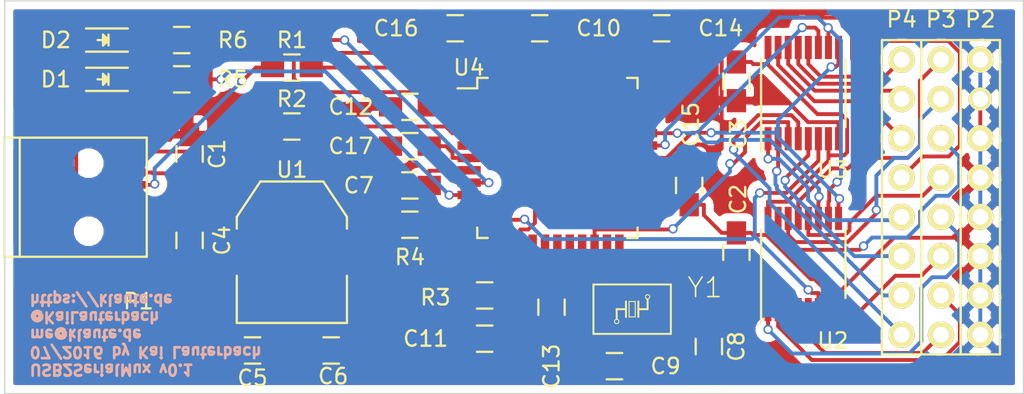
<source format=kicad_pcb>
(kicad_pcb (version 4) (host pcbnew 4.0.2+dfsg1-2~bpo8+1-stable)

  (general
    (links 108)
    (no_connects 5)
    (area 123.956999 89.993 192.560334 116.890001)
    (thickness 1.6)
    (drawings 7)
    (tracks 506)
    (zones 0)
    (modules 34)
    (nets 57)
  )

  (page A4)
  (layers
    (0 F.Cu signal)
    (31 B.Cu signal)
    (32 B.Adhes user)
    (33 F.Adhes user)
    (34 B.Paste user)
    (35 F.Paste user)
    (36 B.SilkS user)
    (37 F.SilkS user)
    (38 B.Mask user)
    (39 F.Mask user)
    (40 Dwgs.User user)
    (41 Cmts.User user)
    (42 Eco1.User user)
    (43 Eco2.User user)
    (44 Edge.Cuts user)
    (45 Margin user)
    (46 B.CrtYd user)
    (47 F.CrtYd user)
    (48 B.Fab user)
    (49 F.Fab user)
  )

  (setup
    (last_trace_width 0.25)
    (trace_clearance 0.2)
    (zone_clearance 0.508)
    (zone_45_only no)
    (trace_min 0.2)
    (segment_width 0.2)
    (edge_width 0.1)
    (via_size 0.6)
    (via_drill 0.4)
    (via_min_size 0.4)
    (via_min_drill 0.3)
    (uvia_size 0.3)
    (uvia_drill 0.1)
    (uvias_allowed no)
    (uvia_min_size 0.2)
    (uvia_min_drill 0.1)
    (pcb_text_width 0.3)
    (pcb_text_size 1.5 1.5)
    (mod_edge_width 0.15)
    (mod_text_size 1 1)
    (mod_text_width 0.15)
    (pad_size 1.7 1.7)
    (pad_drill 1.016)
    (pad_to_mask_clearance 0)
    (aux_axis_origin 0 0)
    (visible_elements 7FFFFFFF)
    (pcbplotparams
      (layerselection 0x00030_80000001)
      (usegerberextensions false)
      (excludeedgelayer true)
      (linewidth 0.100000)
      (plotframeref false)
      (viasonmask false)
      (mode 1)
      (useauxorigin false)
      (hpglpennumber 1)
      (hpglpenspeed 20)
      (hpglpendiameter 15)
      (hpglpenoverlay 2)
      (psnegative false)
      (psa4output false)
      (plotreference true)
      (plotvalue true)
      (plotinvisibletext false)
      (padsonsilk false)
      (subtractmaskfromsilk false)
      (outputformat 1)
      (mirror false)
      (drillshape 1)
      (scaleselection 1)
      (outputdirectory ""))
  )

  (net 0 "")
  (net 1 GND)
  (net 2 +5V)
  (net 3 +3V3)
  (net 4 /D-)
  (net 5 /D+)
  (net 6 "Net-(P1-Pad4)")
  (net 7 "Net-(P3-Pad1)")
  (net 8 "Net-(P3-Pad2)")
  (net 9 "Net-(P3-Pad3)")
  (net 10 "Net-(P3-Pad4)")
  (net 11 "Net-(P3-Pad5)")
  (net 12 "Net-(P3-Pad6)")
  (net 13 "Net-(P3-Pad7)")
  (net 14 "Net-(P3-Pad8)")
  (net 15 "Net-(P4-Pad1)")
  (net 16 "Net-(P4-Pad2)")
  (net 17 "Net-(P4-Pad3)")
  (net 18 "Net-(P4-Pad4)")
  (net 19 "Net-(P4-Pad5)")
  (net 20 "Net-(P4-Pad6)")
  (net 21 "Net-(P4-Pad7)")
  (net 22 "Net-(P4-Pad8)")
  (net 23 /TxD_RxD)
  (net 24 /RxD_TxD)
  (net 25 /S2)
  (net 26 /S1)
  (net 27 /S0)
  (net 28 "Net-(C8-Pad2)")
  (net 29 "Net-(C9-Pad2)")
  (net 30 "Net-(C11-Pad2)")
  (net 31 "Net-(C17-Pad2)")
  (net 32 "Net-(P1-Pad2)")
  (net 33 "Net-(P1-Pad3)")
  (net 34 /nE)
  (net 35 "Net-(U4-Pad1)")
  (net 36 "Net-(U4-Pad12)")
  (net 37 "Net-(U4-Pad18)")
  (net 38 "Net-(U4-Pad19)")
  (net 39 "Net-(U4-Pad22)")
  (net 40 "Net-(U4-Pad25)")
  (net 41 "Net-(U4-Pad26)")
  (net 42 "Net-(U4-Pad27)")
  (net 43 "Net-(U4-Pad31)")
  (net 44 "Net-(U4-Pad32)")
  (net 45 "Net-(U4-Pad33)")
  (net 46 "Net-(U4-Pad36)")
  (net 47 "Net-(U4-Pad37)")
  (net 48 "Net-(U4-Pad38)")
  (net 49 "Net-(U4-Pad39)")
  (net 50 "Net-(U4-Pad40)")
  (net 51 "Net-(U4-Pad41)")
  (net 52 "Net-(U4-Pad10)")
  (net 53 "Net-(D1-Pad1)")
  (net 54 "Net-(D2-Pad1)")
  (net 55 /LED1)
  (net 56 /LED0)

  (net_class Default "This is the default net class."
    (clearance 0.2)
    (trace_width 0.25)
    (via_dia 0.6)
    (via_drill 0.4)
    (uvia_dia 0.3)
    (uvia_drill 0.1)
    (add_net +3V3)
    (add_net +5V)
    (add_net /D+)
    (add_net /D-)
    (add_net /LED0)
    (add_net /LED1)
    (add_net /RxD_TxD)
    (add_net /S0)
    (add_net /S1)
    (add_net /S2)
    (add_net /TxD_RxD)
    (add_net /nE)
    (add_net GND)
    (add_net "Net-(C11-Pad2)")
    (add_net "Net-(C17-Pad2)")
    (add_net "Net-(C8-Pad2)")
    (add_net "Net-(C9-Pad2)")
    (add_net "Net-(D1-Pad1)")
    (add_net "Net-(D2-Pad1)")
    (add_net "Net-(P1-Pad2)")
    (add_net "Net-(P1-Pad3)")
    (add_net "Net-(P1-Pad4)")
    (add_net "Net-(P3-Pad1)")
    (add_net "Net-(P3-Pad2)")
    (add_net "Net-(P3-Pad3)")
    (add_net "Net-(P3-Pad4)")
    (add_net "Net-(P3-Pad5)")
    (add_net "Net-(P3-Pad6)")
    (add_net "Net-(P3-Pad7)")
    (add_net "Net-(P3-Pad8)")
    (add_net "Net-(P4-Pad1)")
    (add_net "Net-(P4-Pad2)")
    (add_net "Net-(P4-Pad3)")
    (add_net "Net-(P4-Pad4)")
    (add_net "Net-(P4-Pad5)")
    (add_net "Net-(P4-Pad6)")
    (add_net "Net-(P4-Pad7)")
    (add_net "Net-(P4-Pad8)")
    (add_net "Net-(U4-Pad1)")
    (add_net "Net-(U4-Pad10)")
    (add_net "Net-(U4-Pad12)")
    (add_net "Net-(U4-Pad18)")
    (add_net "Net-(U4-Pad19)")
    (add_net "Net-(U4-Pad22)")
    (add_net "Net-(U4-Pad25)")
    (add_net "Net-(U4-Pad26)")
    (add_net "Net-(U4-Pad27)")
    (add_net "Net-(U4-Pad31)")
    (add_net "Net-(U4-Pad32)")
    (add_net "Net-(U4-Pad33)")
    (add_net "Net-(U4-Pad36)")
    (add_net "Net-(U4-Pad37)")
    (add_net "Net-(U4-Pad38)")
    (add_net "Net-(U4-Pad39)")
    (add_net "Net-(U4-Pad40)")
    (add_net "Net-(U4-Pad41)")
  )

  (module Housings_SSOP:TSSOP-16_4.4x5mm_Pitch0.65mm (layer F.Cu) (tedit 579A4441) (tstamp 5789E0C1)
    (at 176.022 108.458 90)
    (descr "16-Lead Plastic Thin Shrink Small Outline (ST)-4.4 mm Body [TSSOP] (see Microchip Packaging Specification 00000049BS.pdf)")
    (tags "SSOP 0.65")
    (path /5789DF39)
    (attr smd)
    (fp_text reference U2 (at -4.953 1.905 180) (layer F.SilkS)
      (effects (font (size 1 1) (thickness 0.15)))
    )
    (fp_text value 74HC4051 (at 0 3.55 90) (layer F.Fab) hide
      (effects (font (size 1 1) (thickness 0.15)))
    )
    (fp_line (start -3.95 -2.8) (end -3.95 2.8) (layer F.CrtYd) (width 0.05))
    (fp_line (start 3.95 -2.8) (end 3.95 2.8) (layer F.CrtYd) (width 0.05))
    (fp_line (start -3.95 -2.8) (end 3.95 -2.8) (layer F.CrtYd) (width 0.05))
    (fp_line (start -3.95 2.8) (end 3.95 2.8) (layer F.CrtYd) (width 0.05))
    (fp_line (start -2.2 2.725) (end 2.2 2.725) (layer F.SilkS) (width 0.15))
    (fp_line (start -3.775 -2.725) (end 2.2 -2.725) (layer F.SilkS) (width 0.15))
    (pad 1 smd rect (at -2.95 -2.275 90) (size 1.5 0.45) (layers F.Cu F.Paste F.Mask)
      (net 11 "Net-(P3-Pad5)"))
    (pad 2 smd rect (at -2.95 -1.625 90) (size 1.5 0.45) (layers F.Cu F.Paste F.Mask)
      (net 13 "Net-(P3-Pad7)"))
    (pad 3 smd rect (at -2.95 -0.975 90) (size 1.5 0.45) (layers F.Cu F.Paste F.Mask)
      (net 23 /TxD_RxD))
    (pad 4 smd rect (at -2.95 -0.325 90) (size 1.5 0.45) (layers F.Cu F.Paste F.Mask)
      (net 14 "Net-(P3-Pad8)"))
    (pad 5 smd rect (at -2.95 0.325 90) (size 1.5 0.45) (layers F.Cu F.Paste F.Mask)
      (net 12 "Net-(P3-Pad6)"))
    (pad 6 smd rect (at -2.95 0.975 90) (size 1.5 0.45) (layers F.Cu F.Paste F.Mask)
      (net 34 /nE))
    (pad 7 smd rect (at -2.95 1.625 90) (size 1.5 0.45) (layers F.Cu F.Paste F.Mask)
      (net 3 +3V3))
    (pad 8 smd rect (at -2.95 2.275 90) (size 1.5 0.45) (layers F.Cu F.Paste F.Mask)
      (net 1 GND))
    (pad 9 smd rect (at 2.95 2.275 90) (size 1.5 0.45) (layers F.Cu F.Paste F.Mask)
      (net 25 /S2))
    (pad 10 smd rect (at 2.95 1.625 90) (size 1.5 0.45) (layers F.Cu F.Paste F.Mask)
      (net 26 /S1))
    (pad 11 smd rect (at 2.95 0.975 90) (size 1.5 0.45) (layers F.Cu F.Paste F.Mask)
      (net 27 /S0))
    (pad 12 smd rect (at 2.95 0.325 90) (size 1.5 0.45) (layers F.Cu F.Paste F.Mask)
      (net 10 "Net-(P3-Pad4)"))
    (pad 13 smd rect (at 2.95 -0.325 90) (size 1.5 0.45) (layers F.Cu F.Paste F.Mask)
      (net 7 "Net-(P3-Pad1)"))
    (pad 14 smd rect (at 2.95 -0.975 90) (size 1.5 0.45) (layers F.Cu F.Paste F.Mask)
      (net 8 "Net-(P3-Pad2)"))
    (pad 15 smd rect (at 2.95 -1.625 90) (size 1.5 0.45) (layers F.Cu F.Paste F.Mask)
      (net 9 "Net-(P3-Pad3)"))
    (pad 16 smd rect (at 2.95 -2.275 90) (size 1.5 0.45) (layers F.Cu F.Paste F.Mask)
      (net 3 +3V3))
    (model Housings_SSOP.3dshapes/TSSOP-16_4.4x5mm_Pitch0.65mm.wrl
      (at (xyz 0 0 0))
      (scale (xyz 1 1 1))
      (rotate (xyz 0 0 0))
    )
  )

  (module Pin_Headers:Pin_Header_Straight_1x08 (layer F.Cu) (tedit 5791D8EB) (tstamp 5789E075)
    (at 187.452 95.25)
    (descr "Through hole pin header")
    (tags "pin header")
    (path /578802D4)
    (fp_text reference P2 (at 0 -2.6) (layer F.SilkS)
      (effects (font (size 1 1) (thickness 0.15)))
    )
    (fp_text value CONN_01X08 (at 0 -3.1) (layer F.Fab) hide
      (effects (font (size 1 1) (thickness 0.15)))
    )
    (fp_line (start -1.27 1.27) (end -1.27 -1.27) (layer F.SilkS) (width 0.15))
    (fp_line (start -1.27 -1.27) (end 1.27 -1.27) (layer F.SilkS) (width 0.15))
    (fp_line (start 1.27 -1.27) (end 1.27 1.27) (layer F.SilkS) (width 0.15))
    (fp_line (start -1.75 -1.75) (end -1.75 19.55) (layer F.CrtYd) (width 0.05))
    (fp_line (start 1.75 -1.75) (end 1.75 19.55) (layer F.CrtYd) (width 0.05))
    (fp_line (start -1.75 -1.75) (end 1.75 -1.75) (layer F.CrtYd) (width 0.05))
    (fp_line (start -1.75 19.55) (end 1.75 19.55) (layer F.CrtYd) (width 0.05))
    (fp_line (start 1.27 1.27) (end 1.27 19.05) (layer F.SilkS) (width 0.15))
    (fp_line (start 1.27 19.05) (end -1.27 19.05) (layer F.SilkS) (width 0.15))
    (fp_line (start -1.27 19.05) (end -1.27 1.27) (layer F.SilkS) (width 0.15))
    (pad 1 thru_hole circle (at 0 0) (size 1.7 1.7) (drill 1.016) (layers *.Cu *.Mask F.SilkS)
      (net 1 GND))
    (pad 2 thru_hole circle (at 0 2.54) (size 1.5 1.5) (drill 1.016) (layers *.Cu *.Mask F.SilkS)
      (net 1 GND))
    (pad 3 thru_hole circle (at 0 5.08) (size 1.7 1.7) (drill 1.016) (layers *.Cu *.Mask F.SilkS)
      (net 1 GND))
    (pad 4 thru_hole circle (at 0 7.62) (size 1.7 1.7) (drill 1.016) (layers *.Cu *.Mask F.SilkS)
      (net 1 GND))
    (pad 5 thru_hole circle (at 0 10.16) (size 1.7 1.7) (drill 1.016) (layers *.Cu *.Mask F.SilkS)
      (net 1 GND))
    (pad 6 thru_hole circle (at 0 12.7) (size 1.7 1.7) (drill 1.016) (layers *.Cu *.Mask F.SilkS)
      (net 1 GND))
    (pad 7 thru_hole circle (at 0 15.24) (size 1.7 1.7) (drill 1.016) (layers *.Cu *.Mask F.SilkS)
      (net 1 GND))
    (pad 8 thru_hole circle (at 0 17.78) (size 1.7 1.7) (drill 1.016) (layers *.Cu *.Mask F.SilkS)
      (net 1 GND))
    (model Pin_Headers.3dshapes/Pin_Header_Straight_1x08.wrl
      (at (xyz 0 -0.35 0))
      (scale (xyz 1 1 1))
      (rotate (xyz 0 0 90))
    )
  )

  (module Pin_Headers:Pin_Header_Straight_1x08 (layer F.Cu) (tedit 5791D926) (tstamp 5789E08D)
    (at 182.372 95.25)
    (descr "Through hole pin header")
    (tags "pin header")
    (path /57880227)
    (fp_text reference P4 (at 0 -2.6) (layer F.SilkS)
      (effects (font (size 1 1) (thickness 0.15)))
    )
    (fp_text value CONN_01X08 (at 0 -3.1) (layer F.Fab) hide
      (effects (font (size 1 1) (thickness 0.15)))
    )
    (fp_line (start -1.27 1.27) (end -1.27 -1.27) (layer F.SilkS) (width 0.15))
    (fp_line (start -1.27 -1.27) (end 1.27 -1.27) (layer F.SilkS) (width 0.15))
    (fp_line (start 1.27 -1.27) (end 1.27 1.27) (layer F.SilkS) (width 0.15))
    (fp_line (start -1.75 -1.75) (end -1.75 19.55) (layer F.CrtYd) (width 0.05))
    (fp_line (start 1.75 -1.75) (end 1.75 19.55) (layer F.CrtYd) (width 0.05))
    (fp_line (start -1.75 -1.75) (end 1.75 -1.75) (layer F.CrtYd) (width 0.05))
    (fp_line (start -1.75 19.55) (end 1.75 19.55) (layer F.CrtYd) (width 0.05))
    (fp_line (start 1.27 1.27) (end 1.27 19.05) (layer F.SilkS) (width 0.15))
    (fp_line (start 1.27 19.05) (end -1.27 19.05) (layer F.SilkS) (width 0.15))
    (fp_line (start -1.27 19.05) (end -1.27 1.27) (layer F.SilkS) (width 0.15))
    (pad 1 thru_hole circle (at 0 0) (size 1.7 1.7) (drill 1.016) (layers *.Cu *.Mask F.SilkS)
      (net 15 "Net-(P4-Pad1)"))
    (pad 2 thru_hole circle (at 0 2.54) (size 1.7 1.7) (drill 1.016) (layers *.Cu *.Mask F.SilkS)
      (net 16 "Net-(P4-Pad2)"))
    (pad 3 thru_hole circle (at 0 5.08) (size 1.7 1.7) (drill 1.016) (layers *.Cu *.Mask F.SilkS)
      (net 17 "Net-(P4-Pad3)"))
    (pad 4 thru_hole circle (at 0 7.62) (size 1.7 1.7) (drill 1.016) (layers *.Cu *.Mask F.SilkS)
      (net 18 "Net-(P4-Pad4)"))
    (pad 5 thru_hole circle (at 0 10.16) (size 1.7 1.7) (drill 1.016) (layers *.Cu *.Mask F.SilkS)
      (net 19 "Net-(P4-Pad5)"))
    (pad 6 thru_hole circle (at 0 12.7) (size 1.7 1.7) (drill 1.016) (layers *.Cu *.Mask F.SilkS)
      (net 20 "Net-(P4-Pad6)"))
    (pad 7 thru_hole circle (at 0 15.24) (size 1.7 1.7) (drill 1.016) (layers *.Cu *.Mask F.SilkS)
      (net 21 "Net-(P4-Pad7)"))
    (pad 8 thru_hole circle (at 0 17.78) (size 1.7 1.7) (drill 1.016) (layers *.Cu *.Mask F.SilkS)
      (net 22 "Net-(P4-Pad8)"))
    (model Pin_Headers.3dshapes/Pin_Header_Straight_1x08.wrl
      (at (xyz 0 -0.35 0))
      (scale (xyz 1 1 1))
      (rotate (xyz 0 0 90))
    )
  )

  (module crystal:crystal-EURO_3_5_1_BIGPAD (layer F.Cu) (tedit 579A3DBE) (tstamp 5791C8DC)
    (at 164.973 111.379 180)
    (path /57914290)
    (attr smd)
    (fp_text reference Y1 (at -4.699 1.397 180) (layer F.SilkS)
      (effects (font (size 1.27 1.27) (thickness 0.1016)))
    )
    (fp_text value Crystal_Small (at 1.27 3.175 180) (layer F.SilkS) hide
      (effects (font (size 1.27 1.27) (thickness 0.1016)))
    )
    (fp_line (start -0.19812 0.49784) (end 0.19812 0.49784) (layer F.SilkS) (width 0.06604))
    (fp_line (start 0.19812 0.49784) (end 0.19812 -0.49784) (layer F.SilkS) (width 0.06604))
    (fp_line (start -0.19812 -0.49784) (end 0.19812 -0.49784) (layer F.SilkS) (width 0.06604))
    (fp_line (start -0.19812 0.49784) (end -0.19812 -0.49784) (layer F.SilkS) (width 0.06604))
    (fp_line (start -2.49936 -1.59766) (end 2.49936 -1.59766) (layer F.SilkS) (width 0.127))
    (fp_line (start -2.49936 -1.59766) (end -2.49936 1.59766) (layer F.SilkS) (width 0.127))
    (fp_line (start -2.49936 1.59766) (end 2.49936 1.59766) (layer F.SilkS) (width 0.127))
    (fp_line (start 2.49936 -1.59766) (end 2.49936 1.59766) (layer F.SilkS) (width 0.127))
    (fp_line (start -0.39878 -0.49784) (end -0.39878 0) (layer F.SilkS) (width 0.127))
    (fp_line (start -0.39878 0) (end -0.39878 0.49784) (layer F.SilkS) (width 0.127))
    (fp_line (start 0.39878 -0.49784) (end 0.39878 0) (layer F.SilkS) (width 0.127))
    (fp_line (start 0.39878 0) (end 0.39878 0.49784) (layer F.SilkS) (width 0.127))
    (fp_line (start -0.99822 0) (end -0.39878 0) (layer F.SilkS) (width 0.127))
    (fp_line (start -0.99822 0) (end -0.99822 0.59944) (layer F.SilkS) (width 0.127))
    (fp_line (start 0.39878 0) (end 0.99822 0) (layer F.SilkS) (width 0.127))
    (fp_line (start 0.99822 0) (end 0.99822 -0.59944) (layer F.SilkS) (width 0.127))
    (fp_circle (center -0.99822 0.79756) (end -1.09728 0.89662) (layer F.SilkS) (width 0.0635))
    (fp_circle (center 0.99822 -0.79756) (end 1.09728 -0.89662) (layer F.SilkS) (width 0.0635))
    (pad 1 smd rect (at -1.84912 1.14808 180) (size 2.54 1.778) (layers F.Cu F.Paste F.Mask)
      (net 28 "Net-(C8-Pad2)"))
    (pad 0 smd rect (at 1.84912 1.14808 180) (size 2.54 1.778) (layers F.Cu F.Paste F.Mask))
    (pad 2 smd rect (at 1.84912 -1.14808 180) (size 2.54 1.778) (layers F.Cu F.Paste F.Mask)
      (net 29 "Net-(C9-Pad2)"))
    (pad 0 smd rect (at -1.84912 -1.14808 180) (size 2.54 1.778) (layers F.Cu F.Paste F.Mask))
  )

  (module Housings_SSOP:TSSOP-16_4.4x5mm_Pitch0.65mm (layer F.Cu) (tedit 579A4429) (tstamp 5789E0D5)
    (at 176.022 97.409 90)
    (descr "16-Lead Plastic Thin Shrink Small Outline (ST)-4.4 mm Body [TSSOP] (see Microchip Packaging Specification 00000049BS.pdf)")
    (tags "SSOP 0.65")
    (path /5789E407)
    (attr smd)
    (fp_text reference U3 (at -4.953 1.905 180) (layer F.SilkS)
      (effects (font (size 1 1) (thickness 0.15)))
    )
    (fp_text value 74HCT4051 (at 0 3.55 90) (layer F.Fab) hide
      (effects (font (size 1 1) (thickness 0.15)))
    )
    (fp_line (start -3.95 -2.8) (end -3.95 2.8) (layer F.CrtYd) (width 0.05))
    (fp_line (start 3.95 -2.8) (end 3.95 2.8) (layer F.CrtYd) (width 0.05))
    (fp_line (start -3.95 -2.8) (end 3.95 -2.8) (layer F.CrtYd) (width 0.05))
    (fp_line (start -3.95 2.8) (end 3.95 2.8) (layer F.CrtYd) (width 0.05))
    (fp_line (start -2.2 2.725) (end 2.2 2.725) (layer F.SilkS) (width 0.15))
    (fp_line (start -3.775 -2.725) (end 2.2 -2.725) (layer F.SilkS) (width 0.15))
    (pad 1 smd rect (at -2.95 -2.275 90) (size 1.5 0.45) (layers F.Cu F.Paste F.Mask)
      (net 19 "Net-(P4-Pad5)"))
    (pad 2 smd rect (at -2.95 -1.625 90) (size 1.5 0.45) (layers F.Cu F.Paste F.Mask)
      (net 21 "Net-(P4-Pad7)"))
    (pad 3 smd rect (at -2.95 -0.975 90) (size 1.5 0.45) (layers F.Cu F.Paste F.Mask)
      (net 24 /RxD_TxD))
    (pad 4 smd rect (at -2.95 -0.325 90) (size 1.5 0.45) (layers F.Cu F.Paste F.Mask)
      (net 22 "Net-(P4-Pad8)"))
    (pad 5 smd rect (at -2.95 0.325 90) (size 1.5 0.45) (layers F.Cu F.Paste F.Mask)
      (net 20 "Net-(P4-Pad6)"))
    (pad 6 smd rect (at -2.95 0.975 90) (size 1.5 0.45) (layers F.Cu F.Paste F.Mask)
      (net 34 /nE))
    (pad 7 smd rect (at -2.95 1.625 90) (size 1.5 0.45) (layers F.Cu F.Paste F.Mask)
      (net 3 +3V3))
    (pad 8 smd rect (at -2.95 2.275 90) (size 1.5 0.45) (layers F.Cu F.Paste F.Mask)
      (net 1 GND))
    (pad 9 smd rect (at 2.95 2.275 90) (size 1.5 0.45) (layers F.Cu F.Paste F.Mask)
      (net 25 /S2))
    (pad 10 smd rect (at 2.95 1.625 90) (size 1.5 0.45) (layers F.Cu F.Paste F.Mask)
      (net 26 /S1))
    (pad 11 smd rect (at 2.95 0.975 90) (size 1.5 0.45) (layers F.Cu F.Paste F.Mask)
      (net 27 /S0))
    (pad 12 smd rect (at 2.95 0.325 90) (size 1.5 0.45) (layers F.Cu F.Paste F.Mask)
      (net 18 "Net-(P4-Pad4)"))
    (pad 13 smd rect (at 2.95 -0.325 90) (size 1.5 0.45) (layers F.Cu F.Paste F.Mask)
      (net 15 "Net-(P4-Pad1)"))
    (pad 14 smd rect (at 2.95 -0.975 90) (size 1.5 0.45) (layers F.Cu F.Paste F.Mask)
      (net 16 "Net-(P4-Pad2)"))
    (pad 15 smd rect (at 2.95 -1.625 90) (size 1.5 0.45) (layers F.Cu F.Paste F.Mask)
      (net 17 "Net-(P4-Pad3)"))
    (pad 16 smd rect (at 2.95 -2.275 90) (size 1.5 0.45) (layers F.Cu F.Paste F.Mask)
      (net 3 +3V3))
    (model Housings_SSOP.3dshapes/TSSOP-16_4.4x5mm_Pitch0.65mm.wrl
      (at (xyz 0 0 0))
      (scale (xyz 1 1 1))
      (rotate (xyz 0 0 0))
    )
  )

  (module Pin_Headers:Pin_Header_Straight_1x08 (layer F.Cu) (tedit 5791D92B) (tstamp 5789E081)
    (at 184.912 95.25)
    (descr "Through hole pin header")
    (tags "pin header")
    (path /578800A6)
    (fp_text reference P3 (at 0 -2.6) (layer F.SilkS)
      (effects (font (size 1 1) (thickness 0.15)))
    )
    (fp_text value CONN_01X08 (at 0 -3.1) (layer F.Fab) hide
      (effects (font (size 1 1) (thickness 0.15)))
    )
    (fp_line (start -1.27 1.27) (end -1.27 -1.27) (layer F.SilkS) (width 0.15))
    (fp_line (start -1.27 -1.27) (end 1.27 -1.27) (layer F.SilkS) (width 0.15))
    (fp_line (start 1.27 -1.27) (end 1.27 1.27) (layer F.SilkS) (width 0.15))
    (fp_line (start -1.75 -1.75) (end -1.75 19.55) (layer F.CrtYd) (width 0.05))
    (fp_line (start 1.75 -1.75) (end 1.75 19.55) (layer F.CrtYd) (width 0.05))
    (fp_line (start -1.75 -1.75) (end 1.75 -1.75) (layer F.CrtYd) (width 0.05))
    (fp_line (start -1.75 19.55) (end 1.75 19.55) (layer F.CrtYd) (width 0.05))
    (fp_line (start 1.27 1.27) (end 1.27 19.05) (layer F.SilkS) (width 0.15))
    (fp_line (start 1.27 19.05) (end -1.27 19.05) (layer F.SilkS) (width 0.15))
    (fp_line (start -1.27 19.05) (end -1.27 1.27) (layer F.SilkS) (width 0.15))
    (pad 1 thru_hole circle (at 0 0) (size 1.7 1.7) (drill 1.016) (layers *.Cu *.Mask F.SilkS)
      (net 7 "Net-(P3-Pad1)"))
    (pad 2 thru_hole circle (at 0 2.54) (size 1.7 1.7) (drill 1.016) (layers *.Cu *.Mask F.SilkS)
      (net 8 "Net-(P3-Pad2)"))
    (pad 3 thru_hole circle (at 0 5.08) (size 1.7 1.7) (drill 1.016) (layers *.Cu *.Mask F.SilkS)
      (net 9 "Net-(P3-Pad3)"))
    (pad 4 thru_hole circle (at 0 7.62) (size 1.7 1.7) (drill 1.016) (layers *.Cu *.Mask F.SilkS)
      (net 10 "Net-(P3-Pad4)"))
    (pad 5 thru_hole circle (at 0 10.16) (size 1.7 1.7) (drill 1.016) (layers *.Cu *.Mask F.SilkS)
      (net 11 "Net-(P3-Pad5)"))
    (pad 6 thru_hole circle (at 0 12.7) (size 1.7 1.7) (drill 1.016) (layers *.Cu *.Mask F.SilkS)
      (net 12 "Net-(P3-Pad6)"))
    (pad 7 thru_hole circle (at 0 15.24) (size 1.7 1.7) (drill 1.016) (layers *.Cu *.Mask F.SilkS)
      (net 13 "Net-(P3-Pad7)"))
    (pad 8 thru_hole circle (at 0 17.78) (size 1.7 1.7) (drill 1.016) (layers *.Cu *.Mask F.SilkS)
      (net 14 "Net-(P3-Pad8)"))
    (model Pin_Headers.3dshapes/Pin_Header_Straight_1x08.wrl
      (at (xyz 0 -0.35 0))
      (scale (xyz 1 1 1))
      (rotate (xyz 0 0 90))
    )
  )

  (module Connect:USB_Mini-B (layer F.Cu) (tedit 579A448C) (tstamp 578A65DB)
    (at 129.032 104.14)
    (descr "USB Mini-B 5-pin SMD connector")
    (tags "USB USB_B USB_Mini connector")
    (path /578834A3)
    (attr smd)
    (fp_text reference P1 (at 4.064 6.731 180) (layer F.SilkS)
      (effects (font (size 1 1) (thickness 0.15)))
    )
    (fp_text value USB_OTG (at 0 -7.0993) (layer F.Fab) hide
      (effects (font (size 1 1) (thickness 0.15)))
    )
    (fp_line (start -4.85 -5.7) (end 4.85 -5.7) (layer F.CrtYd) (width 0.05))
    (fp_line (start 4.85 -5.7) (end 4.85 5.7) (layer F.CrtYd) (width 0.05))
    (fp_line (start 4.85 5.7) (end -4.85 5.7) (layer F.CrtYd) (width 0.05))
    (fp_line (start -4.85 5.7) (end -4.85 -5.7) (layer F.CrtYd) (width 0.05))
    (fp_line (start -3.59918 -3.85064) (end -3.59918 3.85064) (layer F.SilkS) (width 0.15))
    (fp_line (start -4.59994 -3.85064) (end -4.59994 3.85064) (layer F.SilkS) (width 0.15))
    (fp_line (start -4.59994 3.85064) (end 4.59994 3.85064) (layer F.SilkS) (width 0.15))
    (fp_line (start 4.59994 3.85064) (end 4.59994 -3.85064) (layer F.SilkS) (width 0.15))
    (fp_line (start 4.59994 -3.85064) (end -4.59994 -3.85064) (layer F.SilkS) (width 0.15))
    (pad 1 smd rect (at 3.44932 -1.6002) (size 2.30124 0.50038) (layers F.Cu F.Paste F.Mask)
      (net 2 +5V))
    (pad 2 smd rect (at 3.44932 -0.8001) (size 2.30124 0.50038) (layers F.Cu F.Paste F.Mask)
      (net 32 "Net-(P1-Pad2)"))
    (pad 3 smd rect (at 3.44932 0) (size 2.30124 0.50038) (layers F.Cu F.Paste F.Mask)
      (net 33 "Net-(P1-Pad3)"))
    (pad 4 smd rect (at 3.44932 0.8001) (size 2.30124 0.50038) (layers F.Cu F.Paste F.Mask)
      (net 6 "Net-(P1-Pad4)"))
    (pad 5 smd rect (at 3.44932 1.6002) (size 2.30124 0.50038) (layers F.Cu F.Paste F.Mask)
      (net 1 GND))
    (pad 6 smd rect (at 3.35026 -4.45008) (size 2.49936 1.99898) (layers F.Cu F.Paste F.Mask)
      (net 1 GND))
    (pad 6 smd rect (at -2.14884 -4.45008) (size 2.49936 1.99898) (layers F.Cu F.Paste F.Mask)
      (net 1 GND))
    (pad 6 smd rect (at 3.35026 4.45008) (size 2.49936 1.99898) (layers F.Cu F.Paste F.Mask)
      (net 1 GND))
    (pad 6 smd rect (at -2.14884 4.45008) (size 2.49936 1.99898) (layers F.Cu F.Paste F.Mask)
      (net 1 GND))
    (pad "" np_thru_hole circle (at 0.8509 -2.19964) (size 0.89916 0.89916) (drill 0.89916) (layers *.Cu *.Mask F.SilkS))
    (pad "" np_thru_hole circle (at 0.8509 2.19964) (size 0.89916 0.89916) (drill 0.89916) (layers *.Cu *.Mask F.SilkS))
  )

  (module Capacitors_SMD:C_0805_HandSoldering (layer F.Cu) (tedit 5791C25A) (tstamp 57910EE6)
    (at 143.002 95.758)
    (descr "Capacitor SMD 0805, hand soldering")
    (tags "capacitor 0805")
    (path /579174A9)
    (attr smd)
    (fp_text reference R1 (at 0 -1.778) (layer F.SilkS)
      (effects (font (size 1 1) (thickness 0.15)))
    )
    (fp_text value 22 (at 0 2.1) (layer F.Fab) hide
      (effects (font (size 1 1) (thickness 0.15)))
    )
    (fp_line (start -2.3 -1) (end 2.3 -1) (layer F.CrtYd) (width 0.05))
    (fp_line (start -2.3 1) (end 2.3 1) (layer F.CrtYd) (width 0.05))
    (fp_line (start -2.3 -1) (end -2.3 1) (layer F.CrtYd) (width 0.05))
    (fp_line (start 2.3 -1) (end 2.3 1) (layer F.CrtYd) (width 0.05))
    (fp_line (start 0.5 -0.85) (end -0.5 -0.85) (layer F.SilkS) (width 0.15))
    (fp_line (start -0.5 0.85) (end 0.5 0.85) (layer F.SilkS) (width 0.15))
    (pad 1 smd rect (at -1.25 0) (size 1.5 1.25) (layers F.Cu F.Paste F.Mask)
      (net 32 "Net-(P1-Pad2)"))
    (pad 2 smd rect (at 1.25 0) (size 1.5 1.25) (layers F.Cu F.Paste F.Mask)
      (net 4 /D-))
    (model Capacitors_SMD.3dshapes/C_0805_HandSoldering.wrl
      (at (xyz 0 0 0))
      (scale (xyz 1 1 1))
      (rotate (xyz 0 0 0))
    )
  )

  (module Capacitors_SMD:C_0805_HandSoldering (layer F.Cu) (tedit 5791C25E) (tstamp 57910EEC)
    (at 143.002 99.568)
    (descr "Capacitor SMD 0805, hand soldering")
    (tags "capacitor 0805")
    (path /579177D4)
    (attr smd)
    (fp_text reference R2 (at 0 -1.778) (layer F.SilkS)
      (effects (font (size 1 1) (thickness 0.15)))
    )
    (fp_text value 22 (at 0 2.1) (layer F.Fab) hide
      (effects (font (size 1 1) (thickness 0.15)))
    )
    (fp_line (start -2.3 -1) (end 2.3 -1) (layer F.CrtYd) (width 0.05))
    (fp_line (start -2.3 1) (end 2.3 1) (layer F.CrtYd) (width 0.05))
    (fp_line (start -2.3 -1) (end -2.3 1) (layer F.CrtYd) (width 0.05))
    (fp_line (start 2.3 -1) (end 2.3 1) (layer F.CrtYd) (width 0.05))
    (fp_line (start 0.5 -0.85) (end -0.5 -0.85) (layer F.SilkS) (width 0.15))
    (fp_line (start -0.5 0.85) (end 0.5 0.85) (layer F.SilkS) (width 0.15))
    (pad 1 smd rect (at -1.25 0) (size 1.5 1.25) (layers F.Cu F.Paste F.Mask)
      (net 33 "Net-(P1-Pad3)"))
    (pad 2 smd rect (at 1.25 0) (size 1.5 1.25) (layers F.Cu F.Paste F.Mask)
      (net 5 /D+))
    (model Capacitors_SMD.3dshapes/C_0805_HandSoldering.wrl
      (at (xyz 0 0 0))
      (scale (xyz 1 1 1))
      (rotate (xyz 0 0 0))
    )
  )

  (module Capacitors_SMD:C_0805_HandSoldering (layer F.Cu) (tedit 5791C21C) (tstamp 57910EF2)
    (at 155.448 110.49 180)
    (descr "Capacitor SMD 0805, hand soldering")
    (tags "capacitor 0805")
    (path /57912DC2)
    (attr smd)
    (fp_text reference R3 (at 3.175 -0.127 180) (layer F.SilkS)
      (effects (font (size 1 1) (thickness 0.15)))
    )
    (fp_text value 10k (at 0 2.1 180) (layer F.Fab) hide
      (effects (font (size 1 1) (thickness 0.15)))
    )
    (fp_line (start -2.3 -1) (end 2.3 -1) (layer F.CrtYd) (width 0.05))
    (fp_line (start -2.3 1) (end 2.3 1) (layer F.CrtYd) (width 0.05))
    (fp_line (start -2.3 -1) (end -2.3 1) (layer F.CrtYd) (width 0.05))
    (fp_line (start 2.3 -1) (end 2.3 1) (layer F.CrtYd) (width 0.05))
    (fp_line (start 0.5 -0.85) (end -0.5 -0.85) (layer F.SilkS) (width 0.15))
    (fp_line (start -0.5 0.85) (end 0.5 0.85) (layer F.SilkS) (width 0.15))
    (pad 1 smd rect (at -1.25 0 180) (size 1.5 1.25) (layers F.Cu F.Paste F.Mask)
      (net 3 +3V3))
    (pad 2 smd rect (at 1.25 0 180) (size 1.5 1.25) (layers F.Cu F.Paste F.Mask)
      (net 30 "Net-(C11-Pad2)"))
    (model Capacitors_SMD.3dshapes/C_0805_HandSoldering.wrl
      (at (xyz 0 0 0))
      (scale (xyz 1 1 1))
      (rotate (xyz 0 0 0))
    )
  )

  (module Capacitors_SMD:C_0805_HandSoldering (layer F.Cu) (tedit 5791B485) (tstamp 57910EF8)
    (at 150.622 105.918 180)
    (descr "Capacitor SMD 0805, hand soldering")
    (tags "capacitor 0805")
    (path /57914D9E)
    (attr smd)
    (fp_text reference R4 (at 0 -2.1 180) (layer F.SilkS)
      (effects (font (size 1 1) (thickness 0.15)))
    )
    (fp_text value 10k (at 0 2.1 180) (layer F.Fab) hide
      (effects (font (size 1 1) (thickness 0.15)))
    )
    (fp_line (start -2.3 -1) (end 2.3 -1) (layer F.CrtYd) (width 0.05))
    (fp_line (start -2.3 1) (end 2.3 1) (layer F.CrtYd) (width 0.05))
    (fp_line (start -2.3 -1) (end -2.3 1) (layer F.CrtYd) (width 0.05))
    (fp_line (start 2.3 -1) (end 2.3 1) (layer F.CrtYd) (width 0.05))
    (fp_line (start 0.5 -0.85) (end -0.5 -0.85) (layer F.SilkS) (width 0.15))
    (fp_line (start -0.5 0.85) (end 0.5 0.85) (layer F.SilkS) (width 0.15))
    (pad 1 smd rect (at -1.25 0 180) (size 1.5 1.25) (layers F.Cu F.Paste F.Mask)
      (net 34 /nE))
    (pad 2 smd rect (at 1.25 0 180) (size 1.5 1.25) (layers F.Cu F.Paste F.Mask)
      (net 1 GND))
    (model Capacitors_SMD.3dshapes/C_0805_HandSoldering.wrl
      (at (xyz 0 0 0))
      (scale (xyz 1 1 1))
      (rotate (xyz 0 0 0))
    )
  )

  (module TO_SOT_Packages_SMD:SOT-223 (layer F.Cu) (tedit 5791C26E) (tstamp 57910F00)
    (at 143.002 107.696)
    (descr "module CMS SOT223 4 pins")
    (tags "CMS SOT")
    (path /57910D48)
    (attr smd)
    (fp_text reference U1 (at 0 -5.334) (layer F.SilkS)
      (effects (font (size 1 1) (thickness 0.15)))
    )
    (fp_text value LD1117S33TR (at 0 0.762) (layer F.Fab) hide
      (effects (font (size 1 1) (thickness 0.15)))
    )
    (fp_line (start -3.556 1.524) (end -3.556 4.572) (layer F.SilkS) (width 0.15))
    (fp_line (start -3.556 4.572) (end 3.556 4.572) (layer F.SilkS) (width 0.15))
    (fp_line (start 3.556 4.572) (end 3.556 1.524) (layer F.SilkS) (width 0.15))
    (fp_line (start -3.556 -1.524) (end -3.556 -2.286) (layer F.SilkS) (width 0.15))
    (fp_line (start -3.556 -2.286) (end -2.032 -4.572) (layer F.SilkS) (width 0.15))
    (fp_line (start -2.032 -4.572) (end 2.032 -4.572) (layer F.SilkS) (width 0.15))
    (fp_line (start 2.032 -4.572) (end 3.556 -2.286) (layer F.SilkS) (width 0.15))
    (fp_line (start 3.556 -2.286) (end 3.556 -1.524) (layer F.SilkS) (width 0.15))
    (pad 4 smd rect (at 0 -3.302) (size 3.6576 2.032) (layers F.Cu F.Paste F.Mask))
    (pad 2 smd rect (at 0 3.302) (size 1.016 2.032) (layers F.Cu F.Paste F.Mask)
      (net 3 +3V3))
    (pad 3 smd rect (at 2.286 3.302) (size 1.016 2.032) (layers F.Cu F.Paste F.Mask)
      (net 2 +5V))
    (pad 1 smd rect (at -2.286 3.302) (size 1.016 2.032) (layers F.Cu F.Paste F.Mask)
      (net 1 GND))
    (model TO_SOT_Packages_SMD.3dshapes/SOT-223.wrl
      (at (xyz 0 0 0))
      (scale (xyz 0.4 0.4 0.4))
      (rotate (xyz 0 0 0))
    )
  )

  (module Housings_QFP:TQFP-44_10x10mm_Pitch0.8mm (layer F.Cu) (tedit 5791C28D) (tstamp 5794DD24)
    (at 160.147 101.6)
    (descr "44-Lead Plastic Thin Quad Flatpack (PT) - 10x10x1.0 mm Body [TQFP] (see Microchip Packaging Specification 00000049BS.pdf)")
    (tags "QFP 0.8")
    (path /5791076B)
    (attr smd)
    (fp_text reference U4 (at -5.715 -5.842) (layer F.SilkS)
      (effects (font (size 1 1) (thickness 0.15)))
    )
    (fp_text value ATMEGA32U4-A (at 0 7.45) (layer F.Fab) hide
      (effects (font (size 1 1) (thickness 0.15)))
    )
    (fp_line (start -6.7 -6.7) (end -6.7 6.7) (layer F.CrtYd) (width 0.05))
    (fp_line (start 6.7 -6.7) (end 6.7 6.7) (layer F.CrtYd) (width 0.05))
    (fp_line (start -6.7 -6.7) (end 6.7 -6.7) (layer F.CrtYd) (width 0.05))
    (fp_line (start -6.7 6.7) (end 6.7 6.7) (layer F.CrtYd) (width 0.05))
    (fp_line (start -5.175 -5.175) (end -5.175 -4.5) (layer F.SilkS) (width 0.15))
    (fp_line (start 5.175 -5.175) (end 5.175 -4.5) (layer F.SilkS) (width 0.15))
    (fp_line (start 5.175 5.175) (end 5.175 4.5) (layer F.SilkS) (width 0.15))
    (fp_line (start -5.175 5.175) (end -5.175 4.5) (layer F.SilkS) (width 0.15))
    (fp_line (start -5.175 -5.175) (end -4.5 -5.175) (layer F.SilkS) (width 0.15))
    (fp_line (start -5.175 5.175) (end -4.5 5.175) (layer F.SilkS) (width 0.15))
    (fp_line (start 5.175 5.175) (end 4.5 5.175) (layer F.SilkS) (width 0.15))
    (fp_line (start 5.175 -5.175) (end 4.5 -5.175) (layer F.SilkS) (width 0.15))
    (fp_line (start -5.175 -4.5) (end -6.45 -4.5) (layer F.SilkS) (width 0.15))
    (pad 1 smd rect (at -5.7 -4) (size 1.5 0.55) (layers F.Cu F.Paste F.Mask)
      (net 35 "Net-(U4-Pad1)"))
    (pad 2 smd rect (at -5.7 -3.2) (size 1.5 0.55) (layers F.Cu F.Paste F.Mask)
      (net 3 +3V3))
    (pad 3 smd rect (at -5.7 -2.4) (size 1.5 0.55) (layers F.Cu F.Paste F.Mask)
      (net 4 /D-))
    (pad 4 smd rect (at -5.7 -1.6) (size 1.5 0.55) (layers F.Cu F.Paste F.Mask)
      (net 5 /D+))
    (pad 5 smd rect (at -5.7 -0.8) (size 1.5 0.55) (layers F.Cu F.Paste F.Mask)
      (net 1 GND))
    (pad 6 smd rect (at -5.7 0) (size 1.5 0.55) (layers F.Cu F.Paste F.Mask)
      (net 31 "Net-(C17-Pad2)"))
    (pad 7 smd rect (at -5.7 0.8) (size 1.5 0.55) (layers F.Cu F.Paste F.Mask)
      (net 2 +5V))
    (pad 8 smd rect (at -5.7 1.6) (size 1.5 0.55) (layers F.Cu F.Paste F.Mask)
      (net 56 /LED0))
    (pad 9 smd rect (at -5.7 2.4) (size 1.5 0.55) (layers F.Cu F.Paste F.Mask)
      (net 55 /LED1))
    (pad 10 smd rect (at -5.7 3.2) (size 1.5 0.55) (layers F.Cu F.Paste F.Mask)
      (net 52 "Net-(U4-Pad10)"))
    (pad 11 smd rect (at -5.7 4) (size 1.5 0.55) (layers F.Cu F.Paste F.Mask)
      (net 34 /nE))
    (pad 12 smd rect (at -4 5.7 90) (size 1.5 0.55) (layers F.Cu F.Paste F.Mask)
      (net 36 "Net-(U4-Pad12)"))
    (pad 13 smd rect (at -3.2 5.7 90) (size 1.5 0.55) (layers F.Cu F.Paste F.Mask)
      (net 30 "Net-(C11-Pad2)"))
    (pad 14 smd rect (at -2.4 5.7 90) (size 1.5 0.55) (layers F.Cu F.Paste F.Mask)
      (net 3 +3V3))
    (pad 15 smd rect (at -1.6 5.7 90) (size 1.5 0.55) (layers F.Cu F.Paste F.Mask)
      (net 1 GND))
    (pad 16 smd rect (at -0.8 5.7 90) (size 1.5 0.55) (layers F.Cu F.Paste F.Mask)
      (net 29 "Net-(C9-Pad2)"))
    (pad 17 smd rect (at 0 5.7 90) (size 1.5 0.55) (layers F.Cu F.Paste F.Mask)
      (net 28 "Net-(C8-Pad2)"))
    (pad 18 smd rect (at 0.8 5.7 90) (size 1.5 0.55) (layers F.Cu F.Paste F.Mask)
      (net 37 "Net-(U4-Pad18)"))
    (pad 19 smd rect (at 1.6 5.7 90) (size 1.5 0.55) (layers F.Cu F.Paste F.Mask)
      (net 38 "Net-(U4-Pad19)"))
    (pad 20 smd rect (at 2.4 5.7 90) (size 1.5 0.55) (layers F.Cu F.Paste F.Mask)
      (net 24 /RxD_TxD))
    (pad 21 smd rect (at 3.2 5.7 90) (size 1.5 0.55) (layers F.Cu F.Paste F.Mask)
      (net 23 /TxD_RxD))
    (pad 22 smd rect (at 4 5.7 90) (size 1.5 0.55) (layers F.Cu F.Paste F.Mask)
      (net 39 "Net-(U4-Pad22)"))
    (pad 23 smd rect (at 5.7 4) (size 1.5 0.55) (layers F.Cu F.Paste F.Mask)
      (net 1 GND))
    (pad 24 smd rect (at 5.7 3.2) (size 1.5 0.55) (layers F.Cu F.Paste F.Mask)
      (net 3 +3V3))
    (pad 25 smd rect (at 5.7 2.4) (size 1.5 0.55) (layers F.Cu F.Paste F.Mask)
      (net 40 "Net-(U4-Pad25)"))
    (pad 26 smd rect (at 5.7 1.6) (size 1.5 0.55) (layers F.Cu F.Paste F.Mask)
      (net 41 "Net-(U4-Pad26)"))
    (pad 27 smd rect (at 5.7 0.8) (size 1.5 0.55) (layers F.Cu F.Paste F.Mask)
      (net 42 "Net-(U4-Pad27)"))
    (pad 28 smd rect (at 5.7 0) (size 1.5 0.55) (layers F.Cu F.Paste F.Mask)
      (net 25 /S2))
    (pad 29 smd rect (at 5.7 -0.8) (size 1.5 0.55) (layers F.Cu F.Paste F.Mask)
      (net 26 /S1))
    (pad 30 smd rect (at 5.7 -1.6) (size 1.5 0.55) (layers F.Cu F.Paste F.Mask)
      (net 27 /S0))
    (pad 31 smd rect (at 5.7 -2.4) (size 1.5 0.55) (layers F.Cu F.Paste F.Mask)
      (net 43 "Net-(U4-Pad31)"))
    (pad 32 smd rect (at 5.7 -3.2) (size 1.5 0.55) (layers F.Cu F.Paste F.Mask)
      (net 44 "Net-(U4-Pad32)"))
    (pad 33 smd rect (at 5.7 -4) (size 1.5 0.55) (layers F.Cu F.Paste F.Mask)
      (net 45 "Net-(U4-Pad33)"))
    (pad 34 smd rect (at 4 -5.7 90) (size 1.5 0.55) (layers F.Cu F.Paste F.Mask)
      (net 3 +3V3))
    (pad 35 smd rect (at 3.2 -5.7 90) (size 1.5 0.55) (layers F.Cu F.Paste F.Mask)
      (net 1 GND))
    (pad 36 smd rect (at 2.4 -5.7 90) (size 1.5 0.55) (layers F.Cu F.Paste F.Mask)
      (net 46 "Net-(U4-Pad36)"))
    (pad 37 smd rect (at 1.6 -5.7 90) (size 1.5 0.55) (layers F.Cu F.Paste F.Mask)
      (net 47 "Net-(U4-Pad37)"))
    (pad 38 smd rect (at 0.8 -5.7 90) (size 1.5 0.55) (layers F.Cu F.Paste F.Mask)
      (net 48 "Net-(U4-Pad38)"))
    (pad 39 smd rect (at 0 -5.7 90) (size 1.5 0.55) (layers F.Cu F.Paste F.Mask)
      (net 49 "Net-(U4-Pad39)"))
    (pad 40 smd rect (at -0.8 -5.7 90) (size 1.5 0.55) (layers F.Cu F.Paste F.Mask)
      (net 50 "Net-(U4-Pad40)"))
    (pad 41 smd rect (at -1.6 -5.7 90) (size 1.5 0.55) (layers F.Cu F.Paste F.Mask)
      (net 51 "Net-(U4-Pad41)"))
    (pad 42 smd rect (at -2.4 -5.7 90) (size 1.5 0.55) (layers F.Cu F.Paste F.Mask)
      (net 3 +3V3))
    (pad 43 smd rect (at -3.2 -5.7 90) (size 1.5 0.55) (layers F.Cu F.Paste F.Mask)
      (net 1 GND))
    (pad 44 smd rect (at -4 -5.7 90) (size 1.5 0.55) (layers F.Cu F.Paste F.Mask)
      (net 3 +3V3))
    (model Housings_QFP.3dshapes/TQFP-44_10x10mm_Pitch0.8mm.wrl
      (at (xyz 0 0 0))
      (scale (xyz 1 1 1))
      (rotate (xyz 0 0 0))
    )
  )

  (module LEDs:LED_0805 (layer F.Cu) (tedit 5798ED57) (tstamp 5798ED46)
    (at 130.81 96.52 180)
    (descr "LED 0805 smd package")
    (tags "LED 0805 SMD")
    (path /5798ED95)
    (attr smd)
    (fp_text reference D1 (at 3.048 0 180) (layer F.SilkS)
      (effects (font (size 1 1) (thickness 0.15)))
    )
    (fp_text value LED (at 0 1.75 180) (layer F.Fab) hide
      (effects (font (size 1 1) (thickness 0.15)))
    )
    (fp_line (start -1.6 0.75) (end 1.1 0.75) (layer F.SilkS) (width 0.15))
    (fp_line (start -1.6 -0.75) (end 1.1 -0.75) (layer F.SilkS) (width 0.15))
    (fp_line (start -0.1 0.15) (end -0.1 -0.1) (layer F.SilkS) (width 0.15))
    (fp_line (start -0.1 -0.1) (end -0.25 0.05) (layer F.SilkS) (width 0.15))
    (fp_line (start -0.35 -0.35) (end -0.35 0.35) (layer F.SilkS) (width 0.15))
    (fp_line (start 0 0) (end 0.35 0) (layer F.SilkS) (width 0.15))
    (fp_line (start -0.35 0) (end 0 -0.35) (layer F.SilkS) (width 0.15))
    (fp_line (start 0 -0.35) (end 0 0.35) (layer F.SilkS) (width 0.15))
    (fp_line (start 0 0.35) (end -0.35 0) (layer F.SilkS) (width 0.15))
    (fp_line (start 1.9 -0.95) (end 1.9 0.95) (layer F.CrtYd) (width 0.05))
    (fp_line (start 1.9 0.95) (end -1.9 0.95) (layer F.CrtYd) (width 0.05))
    (fp_line (start -1.9 0.95) (end -1.9 -0.95) (layer F.CrtYd) (width 0.05))
    (fp_line (start -1.9 -0.95) (end 1.9 -0.95) (layer F.CrtYd) (width 0.05))
    (pad 2 smd rect (at 1.04902 0) (size 1.19888 1.19888) (layers F.Cu F.Paste F.Mask)
      (net 3 +3V3))
    (pad 1 smd rect (at -1.04902 0) (size 1.19888 1.19888) (layers F.Cu F.Paste F.Mask)
      (net 53 "Net-(D1-Pad1)"))
    (model LEDs.3dshapes/LED_0805.wrl
      (at (xyz 0 0 0))
      (scale (xyz 1 1 1))
      (rotate (xyz 0 0 0))
    )
  )

  (module LEDs:LED_0805 (layer F.Cu) (tedit 5798ED4D) (tstamp 5798ED4C)
    (at 130.81 93.98 180)
    (descr "LED 0805 smd package")
    (tags "LED 0805 SMD")
    (path /5798F1C0)
    (attr smd)
    (fp_text reference D2 (at 3.048 0 180) (layer F.SilkS)
      (effects (font (size 1 1) (thickness 0.15)))
    )
    (fp_text value LED (at 0 1.75 180) (layer F.Fab) hide
      (effects (font (size 1 1) (thickness 0.15)))
    )
    (fp_line (start -1.6 0.75) (end 1.1 0.75) (layer F.SilkS) (width 0.15))
    (fp_line (start -1.6 -0.75) (end 1.1 -0.75) (layer F.SilkS) (width 0.15))
    (fp_line (start -0.1 0.15) (end -0.1 -0.1) (layer F.SilkS) (width 0.15))
    (fp_line (start -0.1 -0.1) (end -0.25 0.05) (layer F.SilkS) (width 0.15))
    (fp_line (start -0.35 -0.35) (end -0.35 0.35) (layer F.SilkS) (width 0.15))
    (fp_line (start 0 0) (end 0.35 0) (layer F.SilkS) (width 0.15))
    (fp_line (start -0.35 0) (end 0 -0.35) (layer F.SilkS) (width 0.15))
    (fp_line (start 0 -0.35) (end 0 0.35) (layer F.SilkS) (width 0.15))
    (fp_line (start 0 0.35) (end -0.35 0) (layer F.SilkS) (width 0.15))
    (fp_line (start 1.9 -0.95) (end 1.9 0.95) (layer F.CrtYd) (width 0.05))
    (fp_line (start 1.9 0.95) (end -1.9 0.95) (layer F.CrtYd) (width 0.05))
    (fp_line (start -1.9 0.95) (end -1.9 -0.95) (layer F.CrtYd) (width 0.05))
    (fp_line (start -1.9 -0.95) (end 1.9 -0.95) (layer F.CrtYd) (width 0.05))
    (pad 2 smd rect (at 1.04902 0) (size 1.19888 1.19888) (layers F.Cu F.Paste F.Mask)
      (net 3 +3V3))
    (pad 1 smd rect (at -1.04902 0) (size 1.19888 1.19888) (layers F.Cu F.Paste F.Mask)
      (net 54 "Net-(D2-Pad1)"))
    (model LEDs.3dshapes/LED_0805.wrl
      (at (xyz 0 0 0))
      (scale (xyz 1 1 1))
      (rotate (xyz 0 0 0))
    )
  )

  (module Capacitors_SMD:C_0805_HandSoldering (layer F.Cu) (tedit 5798ED53) (tstamp 5798ED52)
    (at 135.89 96.52 180)
    (descr "Capacitor SMD 0805, hand soldering")
    (tags "capacitor 0805")
    (path /5798F712)
    (attr smd)
    (fp_text reference R5 (at -3.302 0 180) (layer F.SilkS)
      (effects (font (size 1 1) (thickness 0.15)))
    )
    (fp_text value 220 (at 0 2.1 180) (layer F.Fab) hide
      (effects (font (size 1 1) (thickness 0.15)))
    )
    (fp_line (start -2.3 -1) (end 2.3 -1) (layer F.CrtYd) (width 0.05))
    (fp_line (start -2.3 1) (end 2.3 1) (layer F.CrtYd) (width 0.05))
    (fp_line (start -2.3 -1) (end -2.3 1) (layer F.CrtYd) (width 0.05))
    (fp_line (start 2.3 -1) (end 2.3 1) (layer F.CrtYd) (width 0.05))
    (fp_line (start 0.5 -0.85) (end -0.5 -0.85) (layer F.SilkS) (width 0.15))
    (fp_line (start -0.5 0.85) (end 0.5 0.85) (layer F.SilkS) (width 0.15))
    (pad 1 smd rect (at -1.25 0 180) (size 1.5 1.25) (layers F.Cu F.Paste F.Mask)
      (net 55 /LED1))
    (pad 2 smd rect (at 1.25 0 180) (size 1.5 1.25) (layers F.Cu F.Paste F.Mask)
      (net 53 "Net-(D1-Pad1)"))
    (model Capacitors_SMD.3dshapes/C_0805_HandSoldering.wrl
      (at (xyz 0 0 0))
      (scale (xyz 1 1 1))
      (rotate (xyz 0 0 0))
    )
  )

  (module Capacitors_SMD:C_0805_HandSoldering (layer F.Cu) (tedit 5798ED50) (tstamp 5798ED58)
    (at 135.89 93.98 180)
    (descr "Capacitor SMD 0805, hand soldering")
    (tags "capacitor 0805")
    (path /5798F803)
    (attr smd)
    (fp_text reference R6 (at -3.302 0 180) (layer F.SilkS)
      (effects (font (size 1 1) (thickness 0.15)))
    )
    (fp_text value 220 (at 0 2.1 180) (layer F.Fab) hide
      (effects (font (size 1 1) (thickness 0.15)))
    )
    (fp_line (start -2.3 -1) (end 2.3 -1) (layer F.CrtYd) (width 0.05))
    (fp_line (start -2.3 1) (end 2.3 1) (layer F.CrtYd) (width 0.05))
    (fp_line (start -2.3 -1) (end -2.3 1) (layer F.CrtYd) (width 0.05))
    (fp_line (start 2.3 -1) (end 2.3 1) (layer F.CrtYd) (width 0.05))
    (fp_line (start 0.5 -0.85) (end -0.5 -0.85) (layer F.SilkS) (width 0.15))
    (fp_line (start -0.5 0.85) (end 0.5 0.85) (layer F.SilkS) (width 0.15))
    (pad 1 smd rect (at -1.25 0 180) (size 1.5 1.25) (layers F.Cu F.Paste F.Mask)
      (net 56 /LED0))
    (pad 2 smd rect (at 1.25 0 180) (size 1.5 1.25) (layers F.Cu F.Paste F.Mask)
      (net 54 "Net-(D2-Pad1)"))
    (model Capacitors_SMD.3dshapes/C_0805_HandSoldering.wrl
      (at (xyz 0 0 0))
      (scale (xyz 1 1 1))
      (rotate (xyz 0 0 0))
    )
  )

  (module Capacitors_SMD:C_0805_HandSoldering (layer F.Cu) (tedit 579A3C6E) (tstamp 579A3C62)
    (at 150.622 98.298 180)
    (descr "Capacitor SMD 0805, hand soldering")
    (tags "capacitor 0805")
    (path /57915C8A)
    (attr smd)
    (fp_text reference C12 (at 3.81 0 180) (layer F.SilkS)
      (effects (font (size 1 1) (thickness 0.15)))
    )
    (fp_text value 100n (at 0 2.1 180) (layer F.Fab) hide
      (effects (font (size 1 1) (thickness 0.15)))
    )
    (fp_line (start -2.3 -1) (end 2.3 -1) (layer F.CrtYd) (width 0.05))
    (fp_line (start -2.3 1) (end 2.3 1) (layer F.CrtYd) (width 0.05))
    (fp_line (start -2.3 -1) (end -2.3 1) (layer F.CrtYd) (width 0.05))
    (fp_line (start 2.3 -1) (end 2.3 1) (layer F.CrtYd) (width 0.05))
    (fp_line (start 0.5 -0.85) (end -0.5 -0.85) (layer F.SilkS) (width 0.15))
    (fp_line (start -0.5 0.85) (end 0.5 0.85) (layer F.SilkS) (width 0.15))
    (pad 1 smd rect (at -1.25 0 180) (size 1.5 1.25) (layers F.Cu F.Paste F.Mask)
      (net 3 +3V3))
    (pad 2 smd rect (at 1.25 0 180) (size 1.5 1.25) (layers F.Cu F.Paste F.Mask)
      (net 1 GND))
    (model Capacitors_SMD.3dshapes/C_0805_HandSoldering.wrl
      (at (xyz 0 0 0))
      (scale (xyz 1 1 1))
      (rotate (xyz 0 0 0))
    )
  )

  (module Capacitors_SMD:C_0805_HandSoldering (layer F.Cu) (tedit 579A3C72) (tstamp 579A3C8A)
    (at 150.622 100.838)
    (descr "Capacitor SMD 0805, hand soldering")
    (tags "capacitor 0805")
    (path /5791899F)
    (attr smd)
    (fp_text reference C17 (at -3.81 0) (layer F.SilkS)
      (effects (font (size 1 1) (thickness 0.15)))
    )
    (fp_text value 1µ (at 0 2.1) (layer F.Fab) hide
      (effects (font (size 1 1) (thickness 0.15)))
    )
    (fp_line (start -2.3 -1) (end 2.3 -1) (layer F.CrtYd) (width 0.05))
    (fp_line (start -2.3 1) (end 2.3 1) (layer F.CrtYd) (width 0.05))
    (fp_line (start -2.3 -1) (end -2.3 1) (layer F.CrtYd) (width 0.05))
    (fp_line (start 2.3 -1) (end 2.3 1) (layer F.CrtYd) (width 0.05))
    (fp_line (start 0.5 -0.85) (end -0.5 -0.85) (layer F.SilkS) (width 0.15))
    (fp_line (start -0.5 0.85) (end 0.5 0.85) (layer F.SilkS) (width 0.15))
    (pad 1 smd rect (at -1.25 0) (size 1.5 1.25) (layers F.Cu F.Paste F.Mask)
      (net 1 GND))
    (pad 2 smd rect (at 1.25 0) (size 1.5 1.25) (layers F.Cu F.Paste F.Mask)
      (net 31 "Net-(C17-Pad2)"))
    (model Capacitors_SMD.3dshapes/C_0805_HandSoldering.wrl
      (at (xyz 0 0 0))
      (scale (xyz 1 1 1))
      (rotate (xyz 0 0 0))
    )
  )

  (module Capacitors_SMD:C_0805_HandSoldering (layer F.Cu) (tedit 579A3C9D) (tstamp 579A3CCC)
    (at 150.622 103.378)
    (descr "Capacitor SMD 0805, hand soldering")
    (tags "capacitor 0805")
    (path /579135FA)
    (attr smd)
    (fp_text reference C7 (at -3.302 0) (layer F.SilkS)
      (effects (font (size 1 1) (thickness 0.15)))
    )
    (fp_text value 100n (at 0 2.1) (layer F.Fab) hide
      (effects (font (size 1 1) (thickness 0.15)))
    )
    (fp_line (start -2.3 -1) (end 2.3 -1) (layer F.CrtYd) (width 0.05))
    (fp_line (start -2.3 1) (end 2.3 1) (layer F.CrtYd) (width 0.05))
    (fp_line (start -2.3 -1) (end -2.3 1) (layer F.CrtYd) (width 0.05))
    (fp_line (start 2.3 -1) (end 2.3 1) (layer F.CrtYd) (width 0.05))
    (fp_line (start 0.5 -0.85) (end -0.5 -0.85) (layer F.SilkS) (width 0.15))
    (fp_line (start -0.5 0.85) (end 0.5 0.85) (layer F.SilkS) (width 0.15))
    (pad 1 smd rect (at -1.25 0) (size 1.5 1.25) (layers F.Cu F.Paste F.Mask)
      (net 1 GND))
    (pad 2 smd rect (at 1.25 0) (size 1.5 1.25) (layers F.Cu F.Paste F.Mask)
      (net 2 +5V))
    (model Capacitors_SMD.3dshapes/C_0805_HandSoldering.wrl
      (at (xyz 0 0 0))
      (scale (xyz 1 1 1))
      (rotate (xyz 0 0 0))
    )
  )

  (module Capacitors_SMD:C_0805_HandSoldering (layer F.Cu) (tedit 579A3CE2) (tstamp 579A3CF1)
    (at 136.398 101.346 90)
    (descr "Capacitor SMD 0805, hand soldering")
    (tags "capacitor 0805")
    (path /57894879)
    (attr smd)
    (fp_text reference C1 (at 0 1.778 90) (layer F.SilkS)
      (effects (font (size 1 1) (thickness 0.15)))
    )
    (fp_text value 4,7u (at 0 2.1 90) (layer F.Fab) hide
      (effects (font (size 1 1) (thickness 0.15)))
    )
    (fp_line (start -2.3 -1) (end 2.3 -1) (layer F.CrtYd) (width 0.05))
    (fp_line (start -2.3 1) (end 2.3 1) (layer F.CrtYd) (width 0.05))
    (fp_line (start -2.3 -1) (end -2.3 1) (layer F.CrtYd) (width 0.05))
    (fp_line (start 2.3 -1) (end 2.3 1) (layer F.CrtYd) (width 0.05))
    (fp_line (start 0.5 -0.85) (end -0.5 -0.85) (layer F.SilkS) (width 0.15))
    (fp_line (start -0.5 0.85) (end 0.5 0.85) (layer F.SilkS) (width 0.15))
    (pad 1 smd rect (at -1.25 0 90) (size 1.5 1.25) (layers F.Cu F.Paste F.Mask)
      (net 2 +5V))
    (pad 2 smd rect (at 1.25 0 90) (size 1.5 1.25) (layers F.Cu F.Paste F.Mask)
      (net 1 GND))
    (model Capacitors_SMD.3dshapes/C_0805_HandSoldering.wrl
      (at (xyz 0 0 0))
      (scale (xyz 1 1 1))
      (rotate (xyz 0 0 0))
    )
  )

  (module Capacitors_SMD:C_0805_HandSoldering (layer F.Cu) (tedit 579A3CF3) (tstamp 579A3D1B)
    (at 136.398 106.934 270)
    (descr "Capacitor SMD 0805, hand soldering")
    (tags "capacitor 0805")
    (path /578961B9)
    (attr smd)
    (fp_text reference C4 (at 0 -2.1 270) (layer F.SilkS)
      (effects (font (size 1 1) (thickness 0.15)))
    )
    (fp_text value 10n (at 0 2.1 270) (layer F.Fab) hide
      (effects (font (size 1 1) (thickness 0.15)))
    )
    (fp_line (start -2.3 -1) (end 2.3 -1) (layer F.CrtYd) (width 0.05))
    (fp_line (start -2.3 1) (end 2.3 1) (layer F.CrtYd) (width 0.05))
    (fp_line (start -2.3 -1) (end -2.3 1) (layer F.CrtYd) (width 0.05))
    (fp_line (start 2.3 -1) (end 2.3 1) (layer F.CrtYd) (width 0.05))
    (fp_line (start 0.5 -0.85) (end -0.5 -0.85) (layer F.SilkS) (width 0.15))
    (fp_line (start -0.5 0.85) (end 0.5 0.85) (layer F.SilkS) (width 0.15))
    (pad 1 smd rect (at -1.25 0 270) (size 1.5 1.25) (layers F.Cu F.Paste F.Mask)
      (net 2 +5V))
    (pad 2 smd rect (at 1.25 0 270) (size 1.5 1.25) (layers F.Cu F.Paste F.Mask)
      (net 1 GND))
    (model Capacitors_SMD.3dshapes/C_0805_HandSoldering.wrl
      (at (xyz 0 0 0))
      (scale (xyz 1 1 1))
      (rotate (xyz 0 0 0))
    )
  )

  (module Capacitors_SMD:C_0805_HandSoldering (layer F.Cu) (tedit 579A3D1E) (tstamp 579A3D3A)
    (at 140.462 114.046 180)
    (descr "Capacitor SMD 0805, hand soldering")
    (tags "capacitor 0805")
    (path /57892620)
    (attr smd)
    (fp_text reference C5 (at 0 -1.778 180) (layer F.SilkS)
      (effects (font (size 1 1) (thickness 0.15)))
    )
    (fp_text value 100n (at 0 2.1 180) (layer F.Fab) hide
      (effects (font (size 1 1) (thickness 0.15)))
    )
    (fp_line (start -2.3 -1) (end 2.3 -1) (layer F.CrtYd) (width 0.05))
    (fp_line (start -2.3 1) (end 2.3 1) (layer F.CrtYd) (width 0.05))
    (fp_line (start -2.3 -1) (end -2.3 1) (layer F.CrtYd) (width 0.05))
    (fp_line (start 2.3 -1) (end 2.3 1) (layer F.CrtYd) (width 0.05))
    (fp_line (start 0.5 -0.85) (end -0.5 -0.85) (layer F.SilkS) (width 0.15))
    (fp_line (start -0.5 0.85) (end 0.5 0.85) (layer F.SilkS) (width 0.15))
    (pad 1 smd rect (at -1.25 0 180) (size 1.5 1.25) (layers F.Cu F.Paste F.Mask)
      (net 3 +3V3))
    (pad 2 smd rect (at 1.25 0 180) (size 1.5 1.25) (layers F.Cu F.Paste F.Mask)
      (net 1 GND))
    (model Capacitors_SMD.3dshapes/C_0805_HandSoldering.wrl
      (at (xyz 0 0 0))
      (scale (xyz 1 1 1))
      (rotate (xyz 0 0 0))
    )
  )

  (module Capacitors_SMD:C_0805_HandSoldering (layer F.Cu) (tedit 579A3D32) (tstamp 579A3D73)
    (at 145.542 114.046 180)
    (descr "Capacitor SMD 0805, hand soldering")
    (tags "capacitor 0805")
    (path /57892501)
    (attr smd)
    (fp_text reference C6 (at -0.127 -1.668001 180) (layer F.SilkS)
      (effects (font (size 1 1) (thickness 0.15)))
    )
    (fp_text value 100n (at 0 2.1 180) (layer F.Fab) hide
      (effects (font (size 1 1) (thickness 0.15)))
    )
    (fp_line (start -2.3 -1) (end 2.3 -1) (layer F.CrtYd) (width 0.05))
    (fp_line (start -2.3 1) (end 2.3 1) (layer F.CrtYd) (width 0.05))
    (fp_line (start -2.3 -1) (end -2.3 1) (layer F.CrtYd) (width 0.05))
    (fp_line (start 2.3 -1) (end 2.3 1) (layer F.CrtYd) (width 0.05))
    (fp_line (start 0.5 -0.85) (end -0.5 -0.85) (layer F.SilkS) (width 0.15))
    (fp_line (start -0.5 0.85) (end 0.5 0.85) (layer F.SilkS) (width 0.15))
    (pad 1 smd rect (at -1.25 0 180) (size 1.5 1.25) (layers F.Cu F.Paste F.Mask)
      (net 2 +5V))
    (pad 2 smd rect (at 1.25 0 180) (size 1.5 1.25) (layers F.Cu F.Paste F.Mask)
      (net 1 GND))
    (model Capacitors_SMD.3dshapes/C_0805_HandSoldering.wrl
      (at (xyz 0 0 0))
      (scale (xyz 1 1 1))
      (rotate (xyz 0 0 0))
    )
  )

  (module Capacitors_SMD:C_0805_HandSoldering (layer F.Cu) (tedit 579A3D52) (tstamp 579A3DA5)
    (at 155.448 113.284 180)
    (descr "Capacitor SMD 0805, hand soldering")
    (tags "capacitor 0805")
    (path /57913D48)
    (attr smd)
    (fp_text reference C11 (at 3.81 0 180) (layer F.SilkS)
      (effects (font (size 1 1) (thickness 0.15)))
    )
    (fp_text value 100n (at 0 2.1 180) (layer F.Fab) hide
      (effects (font (size 1 1) (thickness 0.15)))
    )
    (fp_line (start -2.3 -1) (end 2.3 -1) (layer F.CrtYd) (width 0.05))
    (fp_line (start -2.3 1) (end 2.3 1) (layer F.CrtYd) (width 0.05))
    (fp_line (start -2.3 -1) (end -2.3 1) (layer F.CrtYd) (width 0.05))
    (fp_line (start 2.3 -1) (end 2.3 1) (layer F.CrtYd) (width 0.05))
    (fp_line (start 0.5 -0.85) (end -0.5 -0.85) (layer F.SilkS) (width 0.15))
    (fp_line (start -0.5 0.85) (end 0.5 0.85) (layer F.SilkS) (width 0.15))
    (pad 1 smd rect (at -1.25 0 180) (size 1.5 1.25) (layers F.Cu F.Paste F.Mask)
      (net 1 GND))
    (pad 2 smd rect (at 1.25 0 180) (size 1.5 1.25) (layers F.Cu F.Paste F.Mask)
      (net 30 "Net-(C11-Pad2)"))
    (model Capacitors_SMD.3dshapes/C_0805_HandSoldering.wrl
      (at (xyz 0 0 0))
      (scale (xyz 1 1 1))
      (rotate (xyz 0 0 0))
    )
  )

  (module Capacitors_SMD:C_0805_HandSoldering (layer F.Cu) (tedit 579A3D77) (tstamp 579A3DF8)
    (at 159.766 111.252 270)
    (descr "Capacitor SMD 0805, hand soldering")
    (tags "capacitor 0805")
    (path /57915A7A)
    (attr smd)
    (fp_text reference C13 (at 3.81 0 270) (layer F.SilkS)
      (effects (font (size 1 1) (thickness 0.15)))
    )
    (fp_text value 100n (at 0 2.1 270) (layer F.Fab) hide
      (effects (font (size 1 1) (thickness 0.15)))
    )
    (fp_line (start -2.3 -1) (end 2.3 -1) (layer F.CrtYd) (width 0.05))
    (fp_line (start -2.3 1) (end 2.3 1) (layer F.CrtYd) (width 0.05))
    (fp_line (start -2.3 -1) (end -2.3 1) (layer F.CrtYd) (width 0.05))
    (fp_line (start 2.3 -1) (end 2.3 1) (layer F.CrtYd) (width 0.05))
    (fp_line (start 0.5 -0.85) (end -0.5 -0.85) (layer F.SilkS) (width 0.15))
    (fp_line (start -0.5 0.85) (end 0.5 0.85) (layer F.SilkS) (width 0.15))
    (pad 1 smd rect (at -1.25 0 270) (size 1.5 1.25) (layers F.Cu F.Paste F.Mask)
      (net 3 +3V3))
    (pad 2 smd rect (at 1.25 0 270) (size 1.5 1.25) (layers F.Cu F.Paste F.Mask)
      (net 1 GND))
    (model Capacitors_SMD.3dshapes/C_0805_HandSoldering.wrl
      (at (xyz 0 0 0))
      (scale (xyz 1 1 1))
      (rotate (xyz 0 0 0))
    )
  )

  (module Capacitors_SMD:C_0805_HandSoldering (layer F.Cu) (tedit 579A3DCE) (tstamp 579A3E6E)
    (at 163.83 115.062 180)
    (descr "Capacitor SMD 0805, hand soldering")
    (tags "capacitor 0805")
    (path /579146CD)
    (attr smd)
    (fp_text reference C9 (at -3.302 0 180) (layer F.SilkS)
      (effects (font (size 1 1) (thickness 0.15)))
    )
    (fp_text value 22p (at 0 2.1 180) (layer F.Fab) hide
      (effects (font (size 1 1) (thickness 0.15)))
    )
    (fp_line (start -2.3 -1) (end 2.3 -1) (layer F.CrtYd) (width 0.05))
    (fp_line (start -2.3 1) (end 2.3 1) (layer F.CrtYd) (width 0.05))
    (fp_line (start -2.3 -1) (end -2.3 1) (layer F.CrtYd) (width 0.05))
    (fp_line (start 2.3 -1) (end 2.3 1) (layer F.CrtYd) (width 0.05))
    (fp_line (start 0.5 -0.85) (end -0.5 -0.85) (layer F.SilkS) (width 0.15))
    (fp_line (start -0.5 0.85) (end 0.5 0.85) (layer F.SilkS) (width 0.15))
    (pad 1 smd rect (at -1.25 0 180) (size 1.5 1.25) (layers F.Cu F.Paste F.Mask)
      (net 1 GND))
    (pad 2 smd rect (at 1.25 0 180) (size 1.5 1.25) (layers F.Cu F.Paste F.Mask)
      (net 29 "Net-(C9-Pad2)"))
    (model Capacitors_SMD.3dshapes/C_0805_HandSoldering.wrl
      (at (xyz 0 0 0))
      (scale (xyz 1 1 1))
      (rotate (xyz 0 0 0))
    )
  )

  (module Capacitors_SMD:C_0805_HandSoldering (layer F.Cu) (tedit 579A3DC3) (tstamp 579A3EB2)
    (at 169.926 113.792 90)
    (descr "Capacitor SMD 0805, hand soldering")
    (tags "capacitor 0805")
    (path /5791464E)
    (attr smd)
    (fp_text reference C8 (at 0 1.778 90) (layer F.SilkS)
      (effects (font (size 1 1) (thickness 0.15)))
    )
    (fp_text value 22p (at 0 2.1 90) (layer F.Fab) hide
      (effects (font (size 1 1) (thickness 0.15)))
    )
    (fp_line (start -2.3 -1) (end 2.3 -1) (layer F.CrtYd) (width 0.05))
    (fp_line (start -2.3 1) (end 2.3 1) (layer F.CrtYd) (width 0.05))
    (fp_line (start -2.3 -1) (end -2.3 1) (layer F.CrtYd) (width 0.05))
    (fp_line (start 2.3 -1) (end 2.3 1) (layer F.CrtYd) (width 0.05))
    (fp_line (start 0.5 -0.85) (end -0.5 -0.85) (layer F.SilkS) (width 0.15))
    (fp_line (start -0.5 0.85) (end 0.5 0.85) (layer F.SilkS) (width 0.15))
    (pad 1 smd rect (at -1.25 0 90) (size 1.5 1.25) (layers F.Cu F.Paste F.Mask)
      (net 1 GND))
    (pad 2 smd rect (at 1.25 0 90) (size 1.5 1.25) (layers F.Cu F.Paste F.Mask)
      (net 28 "Net-(C8-Pad2)"))
    (model Capacitors_SMD.3dshapes/C_0805_HandSoldering.wrl
      (at (xyz 0 0 0))
      (scale (xyz 1 1 1))
      (rotate (xyz 0 0 0))
    )
  )

  (module Capacitors_SMD:C_0805_HandSoldering (layer F.Cu) (tedit 579A3E48) (tstamp 579A3F77)
    (at 168.656 103.378 90)
    (descr "Capacitor SMD 0805, hand soldering")
    (tags "capacitor 0805")
    (path /57915BC5)
    (attr smd)
    (fp_text reference C15 (at 3.937 0.109999 90) (layer F.SilkS)
      (effects (font (size 1 1) (thickness 0.15)))
    )
    (fp_text value 100n (at 0 2.1 90) (layer F.Fab) hide
      (effects (font (size 1 1) (thickness 0.15)))
    )
    (fp_line (start -2.3 -1) (end 2.3 -1) (layer F.CrtYd) (width 0.05))
    (fp_line (start -2.3 1) (end 2.3 1) (layer F.CrtYd) (width 0.05))
    (fp_line (start -2.3 -1) (end -2.3 1) (layer F.CrtYd) (width 0.05))
    (fp_line (start 2.3 -1) (end 2.3 1) (layer F.CrtYd) (width 0.05))
    (fp_line (start 0.5 -0.85) (end -0.5 -0.85) (layer F.SilkS) (width 0.15))
    (fp_line (start -0.5 0.85) (end 0.5 0.85) (layer F.SilkS) (width 0.15))
    (pad 1 smd rect (at -1.25 0 90) (size 1.5 1.25) (layers F.Cu F.Paste F.Mask)
      (net 3 +3V3))
    (pad 2 smd rect (at 1.25 0 90) (size 1.5 1.25) (layers F.Cu F.Paste F.Mask)
      (net 1 GND))
    (model Capacitors_SMD.3dshapes/C_0805_HandSoldering.wrl
      (at (xyz 0 0 0))
      (scale (xyz 1 1 1))
      (rotate (xyz 0 0 0))
    )
  )

  (module Capacitors_SMD:C_0805_HandSoldering (layer F.Cu) (tedit 579A4104) (tstamp 579A3F95)
    (at 171.704 96.647 90)
    (descr "Capacitor SMD 0805, hand soldering")
    (tags "capacitor 0805")
    (path /57893092)
    (attr smd)
    (fp_text reference C3 (at -3.429 0.127 90) (layer F.SilkS)
      (effects (font (size 1 1) (thickness 0.15)))
    )
    (fp_text value 100n (at 0 2.1 90) (layer F.Fab) hide
      (effects (font (size 1 1) (thickness 0.15)))
    )
    (fp_line (start -2.3 -1) (end 2.3 -1) (layer F.CrtYd) (width 0.05))
    (fp_line (start -2.3 1) (end 2.3 1) (layer F.CrtYd) (width 0.05))
    (fp_line (start -2.3 -1) (end -2.3 1) (layer F.CrtYd) (width 0.05))
    (fp_line (start 2.3 -1) (end 2.3 1) (layer F.CrtYd) (width 0.05))
    (fp_line (start 0.5 -0.85) (end -0.5 -0.85) (layer F.SilkS) (width 0.15))
    (fp_line (start -0.5 0.85) (end 0.5 0.85) (layer F.SilkS) (width 0.15))
    (pad 1 smd rect (at -1.25 0 90) (size 1.5 1.25) (layers F.Cu F.Paste F.Mask)
      (net 1 GND))
    (pad 2 smd rect (at 1.25 0 90) (size 1.5 1.25) (layers F.Cu F.Paste F.Mask)
      (net 3 +3V3))
    (model Capacitors_SMD.3dshapes/C_0805_HandSoldering.wrl
      (at (xyz 0 0 0))
      (scale (xyz 1 1 1))
      (rotate (xyz 0 0 0))
    )
  )

  (module Capacitors_SMD:C_0805_HandSoldering (layer F.Cu) (tedit 579A3E89) (tstamp 579A3FB3)
    (at 171.704 107.696 90)
    (descr "Capacitor SMD 0805, hand soldering")
    (tags "capacitor 0805")
    (path /57892EC4)
    (attr smd)
    (fp_text reference C2 (at 3.429 0.109999 90) (layer F.SilkS)
      (effects (font (size 1 1) (thickness 0.15)))
    )
    (fp_text value 100n (at 0 2.1 90) (layer F.Fab) hide
      (effects (font (size 1 1) (thickness 0.15)))
    )
    (fp_line (start -2.3 -1) (end 2.3 -1) (layer F.CrtYd) (width 0.05))
    (fp_line (start -2.3 1) (end 2.3 1) (layer F.CrtYd) (width 0.05))
    (fp_line (start -2.3 -1) (end -2.3 1) (layer F.CrtYd) (width 0.05))
    (fp_line (start 2.3 -1) (end 2.3 1) (layer F.CrtYd) (width 0.05))
    (fp_line (start 0.5 -0.85) (end -0.5 -0.85) (layer F.SilkS) (width 0.15))
    (fp_line (start -0.5 0.85) (end 0.5 0.85) (layer F.SilkS) (width 0.15))
    (pad 1 smd rect (at -1.25 0 90) (size 1.5 1.25) (layers F.Cu F.Paste F.Mask)
      (net 1 GND))
    (pad 2 smd rect (at 1.25 0 90) (size 1.5 1.25) (layers F.Cu F.Paste F.Mask)
      (net 3 +3V3))
    (model Capacitors_SMD.3dshapes/C_0805_HandSoldering.wrl
      (at (xyz 0 0 0))
      (scale (xyz 1 1 1))
      (rotate (xyz 0 0 0))
    )
  )

  (module Capacitors_SMD:C_0805_HandSoldering (layer F.Cu) (tedit 579A401D) (tstamp 579A406B)
    (at 153.543 93.218 180)
    (descr "Capacitor SMD 0805, hand soldering")
    (tags "capacitor 0805")
    (path /57915C25)
    (attr smd)
    (fp_text reference C16 (at 3.81 0 180) (layer F.SilkS)
      (effects (font (size 1 1) (thickness 0.15)))
    )
    (fp_text value 100n (at 0 2.1 180) (layer F.Fab) hide
      (effects (font (size 1 1) (thickness 0.15)))
    )
    (fp_line (start -2.3 -1) (end 2.3 -1) (layer F.CrtYd) (width 0.05))
    (fp_line (start -2.3 1) (end 2.3 1) (layer F.CrtYd) (width 0.05))
    (fp_line (start -2.3 -1) (end -2.3 1) (layer F.CrtYd) (width 0.05))
    (fp_line (start 2.3 -1) (end 2.3 1) (layer F.CrtYd) (width 0.05))
    (fp_line (start 0.5 -0.85) (end -0.5 -0.85) (layer F.SilkS) (width 0.15))
    (fp_line (start -0.5 0.85) (end 0.5 0.85) (layer F.SilkS) (width 0.15))
    (pad 1 smd rect (at -1.25 0 180) (size 1.5 1.25) (layers F.Cu F.Paste F.Mask)
      (net 3 +3V3))
    (pad 2 smd rect (at 1.25 0 180) (size 1.5 1.25) (layers F.Cu F.Paste F.Mask)
      (net 1 GND))
    (model Capacitors_SMD.3dshapes/C_0805_HandSoldering.wrl
      (at (xyz 0 0 0))
      (scale (xyz 1 1 1))
      (rotate (xyz 0 0 0))
    )
  )

  (module Capacitors_SMD:C_0805_HandSoldering (layer F.Cu) (tedit 579A4033) (tstamp 579A40D9)
    (at 159.004 93.218 180)
    (descr "Capacitor SMD 0805, hand soldering")
    (tags "capacitor 0805")
    (path /57916B74)
    (attr smd)
    (fp_text reference C10 (at -3.81 0 180) (layer F.SilkS)
      (effects (font (size 1 1) (thickness 0.15)))
    )
    (fp_text value 100n (at 0 2.1 180) (layer F.Fab) hide
      (effects (font (size 1 1) (thickness 0.15)))
    )
    (fp_line (start -2.3 -1) (end 2.3 -1) (layer F.CrtYd) (width 0.05))
    (fp_line (start -2.3 1) (end 2.3 1) (layer F.CrtYd) (width 0.05))
    (fp_line (start -2.3 -1) (end -2.3 1) (layer F.CrtYd) (width 0.05))
    (fp_line (start 2.3 -1) (end 2.3 1) (layer F.CrtYd) (width 0.05))
    (fp_line (start 0.5 -0.85) (end -0.5 -0.85) (layer F.SilkS) (width 0.15))
    (fp_line (start -0.5 0.85) (end 0.5 0.85) (layer F.SilkS) (width 0.15))
    (pad 1 smd rect (at -1.25 0 180) (size 1.5 1.25) (layers F.Cu F.Paste F.Mask)
      (net 1 GND))
    (pad 2 smd rect (at 1.25 0 180) (size 1.5 1.25) (layers F.Cu F.Paste F.Mask)
      (net 3 +3V3))
    (model Capacitors_SMD.3dshapes/C_0805_HandSoldering.wrl
      (at (xyz 0 0 0))
      (scale (xyz 1 1 1))
      (rotate (xyz 0 0 0))
    )
  )

  (module Capacitors_SMD:C_0805_HandSoldering (layer F.Cu) (tedit 579A409D) (tstamp 579A417F)
    (at 166.878 93.218)
    (descr "Capacitor SMD 0805, hand soldering")
    (tags "capacitor 0805")
    (path /57915B48)
    (attr smd)
    (fp_text reference C14 (at 3.81 0) (layer F.SilkS)
      (effects (font (size 1 1) (thickness 0.15)))
    )
    (fp_text value 100n (at 0 2.1) (layer F.Fab) hide
      (effects (font (size 1 1) (thickness 0.15)))
    )
    (fp_line (start -2.3 -1) (end 2.3 -1) (layer F.CrtYd) (width 0.05))
    (fp_line (start -2.3 1) (end 2.3 1) (layer F.CrtYd) (width 0.05))
    (fp_line (start -2.3 -1) (end -2.3 1) (layer F.CrtYd) (width 0.05))
    (fp_line (start 2.3 -1) (end 2.3 1) (layer F.CrtYd) (width 0.05))
    (fp_line (start 0.5 -0.85) (end -0.5 -0.85) (layer F.SilkS) (width 0.15))
    (fp_line (start -0.5 0.85) (end 0.5 0.85) (layer F.SilkS) (width 0.15))
    (pad 1 smd rect (at -1.25 0) (size 1.5 1.25) (layers F.Cu F.Paste F.Mask)
      (net 3 +3V3))
    (pad 2 smd rect (at 1.25 0) (size 1.5 1.25) (layers F.Cu F.Paste F.Mask)
      (net 1 GND))
    (model Capacitors_SMD.3dshapes/C_0805_HandSoldering.wrl
      (at (xyz 0 0 0))
      (scale (xyz 1 1 1))
      (rotate (xyz 0 0 0))
    )
  )

  (gr_line (start 190.246 116.84) (end 177.8 116.84) (angle 90) (layer Edge.Cuts) (width 0.1))
  (gr_line (start 190.246 91.44) (end 177.8 91.44) (angle 90) (layer Edge.Cuts) (width 0.1))
  (gr_line (start 190.246 91.44) (end 190.246 116.84) (angle 90) (layer Edge.Cuts) (width 0.1))
  (gr_text "USB2SerialMux v0.1\n07/2016 by Kai Lauterbach\nme@klaute.de\n@KaiLauterbach\nhttps://klaute.de" (at 125.984 113.03 180) (layer B.SilkS)
    (effects (font (size 0.7 0.7) (thickness 0.175)) (justify left mirror))
  )
  (gr_line (start 177.8 116.84) (end 124.46 116.84) (angle 90) (layer Edge.Cuts) (width 0.1))
  (gr_line (start 124.46 91.44) (end 177.8 91.44) (angle 90) (layer Edge.Cuts) (width 0.1))
  (gr_line (start 124.46 116.84) (end 124.46 91.44) (angle 90) (layer Edge.Cuts) (width 0.1))

  (segment (start 132.3823 108.5901) (end 133.9573 108.5901) (width 0.25) (layer F.Cu) (net 1))
  (segment (start 132.3823 99.6899) (end 133.9573 99.6899) (width 0.25) (layer F.Cu) (net 1))
  (segment (start 149.372 105.918) (end 149.372 103.378) (width 0.25) (layer F.Cu) (net 1))
  (segment (start 187.452 105.41) (end 187.452 102.87) (width 0.25) (layer B.Cu) (net 1))
  (segment (start 187.452 102.87) (end 187.452 100.33) (width 0.25) (layer B.Cu) (net 1))
  (segment (start 132.4813 105.7402) (end 131.0054 105.7402) (width 0.25) (layer F.Cu) (net 1))
  (segment (start 126.8832 99.6899) (end 129.0783 99.6899) (width 0.25) (layer F.Cu) (net 1))
  (segment (start 129.0783 99.6899) (end 132.3823 99.6899) (width 0.25) (layer F.Cu) (net 1))
  (segment (start 178.297 111.408) (end 178.297 110.3327) (width 0.25) (layer F.Cu) (net 1))
  (segment (start 134.3634 100.096) (end 136.398 100.096) (width 0.25) (layer F.Cu) (net 1))
  (segment (start 133.9573 99.6899) (end 134.3634 100.096) (width 0.25) (layer F.Cu) (net 1))
  (segment (start 142.9149 98.6176) (end 143.1353 98.838) (width 0.25) (layer F.Cu) (net 1))
  (segment (start 138.8267 98.6176) (end 142.9149 98.6176) (width 0.25) (layer F.Cu) (net 1))
  (segment (start 137.3483 100.096) (end 138.8267 98.6176) (width 0.25) (layer F.Cu) (net 1))
  (segment (start 136.398 100.096) (end 137.3483 100.096) (width 0.25) (layer F.Cu) (net 1))
  (segment (start 132.4813 105.7402) (end 133.9572 105.7402) (width 0.25) (layer F.Cu) (net 1))
  (segment (start 134.3634 106.1464) (end 133.9572 105.7402) (width 0.25) (layer F.Cu) (net 1))
  (segment (start 134.3634 108.184) (end 134.3634 106.1464) (width 0.25) (layer F.Cu) (net 1))
  (segment (start 136.398 108.184) (end 134.3634 108.184) (width 0.25) (layer F.Cu) (net 1))
  (segment (start 134.3634 108.184) (end 133.9573 108.5901) (width 0.25) (layer F.Cu) (net 1))
  (segment (start 143.6753 98.298) (end 149.372 98.298) (width 0.25) (layer F.Cu) (net 1))
  (segment (start 143.1353 98.838) (end 143.6753 98.298) (width 0.25) (layer F.Cu) (net 1))
  (segment (start 138.821 109.6567) (end 137.3483 108.184) (width 0.25) (layer F.Cu) (net 1))
  (segment (start 140.716 109.6567) (end 138.821 109.6567) (width 0.25) (layer F.Cu) (net 1))
  (segment (start 140.716 110.998) (end 140.716 109.6567) (width 0.25) (layer F.Cu) (net 1))
  (segment (start 136.398 108.184) (end 137.3483 108.184) (width 0.25) (layer F.Cu) (net 1))
  (segment (start 139.9596 113.0957) (end 140.716 112.3393) (width 0.25) (layer F.Cu) (net 1))
  (segment (start 139.212 113.0957) (end 139.9596 113.0957) (width 0.25) (layer F.Cu) (net 1))
  (segment (start 140.716 110.998) (end 140.716 112.3393) (width 0.25) (layer F.Cu) (net 1))
  (segment (start 139.212 113.6834) (end 139.212 113.0957) (width 0.25) (layer F.Cu) (net 1))
  (segment (start 187.452 110.49) (end 187.452 107.95) (width 0.25) (layer B.Cu) (net 1))
  (segment (start 126.8832 108.5901) (end 126.8832 107.2653) (width 0.25) (layer F.Cu) (net 1))
  (segment (start 129.7069 104.4416) (end 126.8832 107.2653) (width 0.25) (layer F.Cu) (net 1))
  (segment (start 131.0054 105.7402) (end 129.7069 104.4416) (width 0.25) (layer F.Cu) (net 1))
  (segment (start 129.0783 103.813) (end 129.0783 99.6899) (width 0.25) (layer F.Cu) (net 1))
  (segment (start 129.2058 103.9405) (end 129.0783 103.813) (width 0.25) (layer F.Cu) (net 1))
  (segment (start 129.2058 103.9406) (end 129.2058 103.9405) (width 0.25) (layer F.Cu) (net 1))
  (segment (start 129.7069 104.4416) (end 129.2058 103.9406) (width 0.25) (layer F.Cu) (net 1))
  (segment (start 186.2614 106.6006) (end 187.452 105.41) (width 0.25) (layer F.Cu) (net 1))
  (segment (start 186.2614 106.7594) (end 186.2614 106.6006) (width 0.25) (layer F.Cu) (net 1))
  (segment (start 186.2614 106.7594) (end 187.452 107.95) (width 0.25) (layer F.Cu) (net 1))
  (segment (start 160.254 93.218) (end 160.254 92.2677) (width 0.25) (layer F.Cu) (net 1))
  (segment (start 160.254 92.2677) (end 152.293 92.2677) (width 0.25) (layer F.Cu) (net 1))
  (segment (start 152.293 93.218) (end 152.293 92.2677) (width 0.25) (layer F.Cu) (net 1))
  (segment (start 143.6288 100.838) (end 149.372 100.838) (width 0.25) (layer F.Cu) (net 1))
  (segment (start 143.1353 100.3445) (end 143.6288 100.838) (width 0.25) (layer F.Cu) (net 1))
  (segment (start 143.1353 98.838) (end 143.1353 100.3445) (width 0.25) (layer F.Cu) (net 1))
  (segment (start 149.372 103.378) (end 149.372 102.4277) (width 0.25) (layer F.Cu) (net 1))
  (segment (start 149.372 100.838) (end 149.372 102.4277) (width 0.25) (layer F.Cu) (net 1))
  (segment (start 168.128 92.2677) (end 160.254 92.2677) (width 0.25) (layer F.Cu) (net 1))
  (segment (start 168.128 93.218) (end 168.128 92.2677) (width 0.25) (layer F.Cu) (net 1))
  (segment (start 159.766 112.502) (end 158.8157 112.502) (width 0.25) (layer F.Cu) (net 1))
  (segment (start 158.0337 113.284) (end 158.8157 112.502) (width 0.25) (layer F.Cu) (net 1))
  (segment (start 157.2357 113.284) (end 158.0337 113.284) (width 0.25) (layer F.Cu) (net 1))
  (segment (start 165.08 115.062) (end 165.2145 115.062) (width 0.25) (layer F.Cu) (net 1))
  (segment (start 187.452 113.03) (end 187.452 110.49) (width 0.25) (layer B.Cu) (net 1))
  (segment (start 139.212 113.6834) (end 139.212 114.046) (width 0.25) (layer F.Cu) (net 1))
  (segment (start 139.212 114.9963) (end 144.292 114.9963) (width 0.25) (layer F.Cu) (net 1))
  (segment (start 139.212 114.046) (end 139.212 114.9963) (width 0.25) (layer F.Cu) (net 1))
  (segment (start 144.292 114.046) (end 144.292 114.9963) (width 0.25) (layer F.Cu) (net 1))
  (segment (start 156.698 113.284) (end 156.9669 113.284) (width 0.25) (layer F.Cu) (net 1))
  (segment (start 156.9669 113.284) (end 157.2357 113.284) (width 0.25) (layer F.Cu) (net 1))
  (segment (start 144.8057 115.51) (end 144.292 114.9963) (width 0.25) (layer F.Cu) (net 1))
  (segment (start 154.7409 115.51) (end 144.8057 115.51) (width 0.25) (layer F.Cu) (net 1))
  (segment (start 156.9669 113.284) (end 154.7409 115.51) (width 0.25) (layer F.Cu) (net 1))
  (segment (start 187.452 100.33) (end 187.452 97.79) (width 0.25) (layer F.Cu) (net 1))
  (segment (start 181.8703 106.7594) (end 186.2614 106.7594) (width 0.25) (layer F.Cu) (net 1))
  (segment (start 178.297 110.3327) (end 181.8703 106.7594) (width 0.25) (layer F.Cu) (net 1))
  (segment (start 168.128 93.218) (end 169.2033 93.218) (width 0.25) (layer F.Cu) (net 1))
  (segment (start 170.7537 97.897) (end 170.7537 94.1823) (width 0.25) (layer F.Cu) (net 1))
  (segment (start 169.7894 93.218) (end 169.2033 93.218) (width 0.25) (layer F.Cu) (net 1))
  (segment (start 170.7537 94.1823) (end 169.7894 93.218) (width 0.25) (layer F.Cu) (net 1))
  (segment (start 187.452 97.79) (end 187.452 95.25) (width 0.25) (layer B.Cu) (net 1))
  (segment (start 172.4008 92.5352) (end 170.7537 94.1823) (width 0.25) (layer F.Cu) (net 1))
  (segment (start 184.7372 92.5352) (end 172.4008 92.5352) (width 0.25) (layer F.Cu) (net 1))
  (segment (start 187.452 95.25) (end 184.7372 92.5352) (width 0.25) (layer F.Cu) (net 1))
  (segment (start 171.6422 97.897) (end 170.7537 97.897) (width 0.25) (layer F.Cu) (net 1))
  (segment (start 171.6422 97.897) (end 171.704 97.897) (width 0.25) (layer F.Cu) (net 1))
  (segment (start 176.3339 99.2837) (end 178.297 99.2837) (width 0.25) (layer F.Cu) (net 1))
  (segment (start 174.9472 97.897) (end 176.3339 99.2837) (width 0.25) (layer F.Cu) (net 1))
  (segment (start 171.704 97.897) (end 174.9472 97.897) (width 0.25) (layer F.Cu) (net 1))
  (segment (start 178.297 100.359) (end 178.297 99.2837) (width 0.25) (layer F.Cu) (net 1))
  (segment (start 170.7537 100.9806) (end 170.7537 97.897) (width 0.25) (layer F.Cu) (net 1))
  (segment (start 169.6063 102.128) (end 170.7537 100.9806) (width 0.25) (layer F.Cu) (net 1))
  (segment (start 168.656 102.128) (end 169.6063 102.128) (width 0.25) (layer F.Cu) (net 1))
  (segment (start 170.8763 110.849) (end 171.704 110.0213) (width 0.25) (layer F.Cu) (net 1))
  (segment (start 170.8763 115.042) (end 170.8763 110.849) (width 0.25) (layer F.Cu) (net 1))
  (segment (start 169.926 115.042) (end 170.8763 115.042) (width 0.25) (layer F.Cu) (net 1))
  (segment (start 171.704 108.946) (end 171.704 110.0213) (width 0.25) (layer F.Cu) (net 1))
  (segment (start 170.9671 115.1328) (end 170.8763 115.042) (width 0.25) (layer F.Cu) (net 1))
  (segment (start 185.3492 115.1328) (end 170.9671 115.1328) (width 0.25) (layer F.Cu) (net 1))
  (segment (start 187.452 113.03) (end 185.3492 115.1328) (width 0.25) (layer F.Cu) (net 1))
  (segment (start 169.926 115.042) (end 168.9757 115.042) (width 0.25) (layer F.Cu) (net 1))
  (segment (start 164.2641 116.0124) (end 165.2145 115.062) (width 0.25) (layer F.Cu) (net 1))
  (segment (start 161.6277 116.0124) (end 164.2641 116.0124) (width 0.25) (layer F.Cu) (net 1))
  (segment (start 159.766 114.1507) (end 161.6277 116.0124) (width 0.25) (layer F.Cu) (net 1))
  (segment (start 159.766 112.502) (end 159.766 114.1507) (width 0.25) (layer F.Cu) (net 1))
  (segment (start 168.9557 115.062) (end 168.9757 115.042) (width 0.25) (layer F.Cu) (net 1))
  (segment (start 165.2145 115.062) (end 168.9557 115.062) (width 0.25) (layer F.Cu) (net 1))
  (segment (start 146.0444 113.0957) (end 146.792 113.0957) (width 0.25) (layer F.Cu) (net 2))
  (segment (start 145.288 112.3393) (end 146.0444 113.0957) (width 0.25) (layer F.Cu) (net 2))
  (segment (start 146.792 114.046) (end 146.792 113.0957) (width 0.25) (layer F.Cu) (net 2))
  (segment (start 145.288 111.6686) (end 145.288 112.3393) (width 0.25) (layer F.Cu) (net 2))
  (segment (start 134.0134 102.596) (end 133.9572 102.5398) (width 0.25) (layer F.Cu) (net 2))
  (segment (start 136.398 102.596) (end 134.0134 102.596) (width 0.25) (layer F.Cu) (net 2))
  (segment (start 132.4813 102.5398) (end 133.9572 102.5398) (width 0.25) (layer F.Cu) (net 2))
  (segment (start 145.288 111.6686) (end 145.288 110.998) (width 0.25) (layer F.Cu) (net 2))
  (segment (start 145.288 110.998) (end 145.288 109.6567) (width 0.25) (layer F.Cu) (net 2))
  (segment (start 153.344 102.4277) (end 153.3717 102.4) (width 0.25) (layer F.Cu) (net 2))
  (segment (start 151.872 102.4277) (end 153.344 102.4277) (width 0.25) (layer F.Cu) (net 2))
  (segment (start 151.872 103.378) (end 151.872 104.3283) (width 0.25) (layer F.Cu) (net 2))
  (segment (start 151.872 103.378) (end 151.872 102.4277) (width 0.25) (layer F.Cu) (net 2))
  (segment (start 154.447 102.4) (end 153.3717 102.4) (width 0.25) (layer F.Cu) (net 2))
  (segment (start 147.5193 109.6567) (end 145.288 109.6567) (width 0.25) (layer F.Cu) (net 2))
  (segment (start 150.5627 106.6133) (end 147.5193 109.6567) (width 0.25) (layer F.Cu) (net 2))
  (segment (start 150.5627 105.3703) (end 150.5627 106.6133) (width 0.25) (layer F.Cu) (net 2))
  (segment (start 151.6047 104.3283) (end 150.5627 105.3703) (width 0.25) (layer F.Cu) (net 2))
  (segment (start 151.872 104.3283) (end 151.6047 104.3283) (width 0.25) (layer F.Cu) (net 2))
  (segment (start 138.2986 106.6343) (end 137.3483 105.684) (width 0.25) (layer F.Cu) (net 2))
  (segment (start 142.2656 106.6343) (end 138.2986 106.6343) (width 0.25) (layer F.Cu) (net 2))
  (segment (start 145.288 109.6567) (end 142.2656 106.6343) (width 0.25) (layer F.Cu) (net 2))
  (segment (start 136.398 105.684) (end 136.8732 105.684) (width 0.25) (layer F.Cu) (net 2))
  (segment (start 136.8732 105.684) (end 137.3483 105.684) (width 0.25) (layer F.Cu) (net 2))
  (segment (start 136.8732 104.1465) (end 136.398 103.6713) (width 0.25) (layer F.Cu) (net 2))
  (segment (start 136.8732 105.684) (end 136.8732 104.1465) (width 0.25) (layer F.Cu) (net 2))
  (segment (start 136.398 102.596) (end 136.398 103.6713) (width 0.25) (layer F.Cu) (net 2))
  (segment (start 156.698 110.49) (end 156.698 109.5397) (width 0.25) (layer F.Cu) (net 3))
  (segment (start 142.4684 112.3393) (end 141.712 113.0957) (width 0.25) (layer F.Cu) (net 3))
  (segment (start 143.002 112.3393) (end 142.4684 112.3393) (width 0.25) (layer F.Cu) (net 3))
  (segment (start 141.712 114.046) (end 141.712 113.0957) (width 0.25) (layer F.Cu) (net 3))
  (segment (start 159.766 110.002) (end 158.8157 110.002) (width 0.25) (layer F.Cu) (net 3))
  (segment (start 143.002 110.998) (end 143.002 111.6686) (width 0.25) (layer F.Cu) (net 3))
  (segment (start 143.002 111.6686) (end 143.002 112.3393) (width 0.25) (layer F.Cu) (net 3))
  (segment (start 156.698 110.49) (end 156.698 111.4403) (width 0.25) (layer F.Cu) (net 3))
  (segment (start 158.8157 110.002) (end 157.5257 108.712) (width 0.25) (layer F.Cu) (net 3))
  (segment (start 157.5257 108.712) (end 156.698 109.5397) (width 0.25) (layer F.Cu) (net 3))
  (segment (start 157.747 108.4907) (end 157.747 107.3) (width 0.25) (layer F.Cu) (net 3))
  (segment (start 157.5257 108.712) (end 157.747 108.4907) (width 0.25) (layer F.Cu) (net 3))
  (segment (start 157.747 95.9) (end 157.747 94.8247) (width 0.25) (layer F.Cu) (net 3))
  (segment (start 154.793 93.218) (end 154.793 94.1683) (width 0.25) (layer F.Cu) (net 3))
  (segment (start 173.747 105.508) (end 173.747 104.4327) (width 0.25) (layer F.Cu) (net 3))
  (segment (start 157.754 93.218) (end 157.754 94.1683) (width 0.25) (layer F.Cu) (net 3))
  (segment (start 164.147 95.9) (end 164.147 94.8247) (width 0.25) (layer F.Cu) (net 3))
  (segment (start 157.747 94.1753) (end 157.754 94.1683) (width 0.25) (layer F.Cu) (net 3))
  (segment (start 157.747 94.8247) (end 157.747 94.1753) (width 0.25) (layer F.Cu) (net 3))
  (segment (start 173.747 105.508) (end 173.747 106.5833) (width 0.25) (layer F.Cu) (net 3))
  (segment (start 171.704 106.446) (end 172.6543 106.446) (width 0.25) (layer F.Cu) (net 3))
  (segment (start 169.6063 105.2986) (end 170.7537 106.446) (width 0.25) (layer F.Cu) (net 3))
  (segment (start 169.6063 104.628) (end 169.6063 105.2986) (width 0.25) (layer F.Cu) (net 3))
  (segment (start 171.704 106.446) (end 170.7537 106.446) (width 0.25) (layer F.Cu) (net 3))
  (segment (start 168.656 104.628) (end 169.6063 104.628) (width 0.25) (layer F.Cu) (net 3))
  (segment (start 168.656 104.628) (end 167.7057 104.628) (width 0.25) (layer F.Cu) (net 3))
  (segment (start 151.872 98.298) (end 151.872 97.3477) (width 0.25) (layer F.Cu) (net 3))
  (segment (start 165.628 93.218) (end 165.628 94.0557) (width 0.25) (layer F.Cu) (net 3))
  (segment (start 157.747 94.8247) (end 164.147 94.8247) (width 0.25) (layer F.Cu) (net 3))
  (segment (start 172.7916 106.5833) (end 173.747 106.5833) (width 0.25) (layer F.Cu) (net 3))
  (segment (start 172.6543 106.446) (end 172.7916 106.5833) (width 0.25) (layer F.Cu) (net 3))
  (segment (start 177.647 111.408) (end 177.647 110.3327) (width 0.25) (layer F.Cu) (net 3))
  (segment (start 143.7511 111.6686) (end 143.002 111.6686) (width 0.25) (layer F.Cu) (net 3))
  (segment (start 145.3674 113.2849) (end 143.7511 111.6686) (width 0.25) (layer F.Cu) (net 3))
  (segment (start 145.3674 114.4616) (end 145.3674 113.2849) (width 0.25) (layer F.Cu) (net 3))
  (segment (start 145.9022 114.9964) (end 145.3674 114.4616) (width 0.25) (layer F.Cu) (net 3))
  (segment (start 154.3594 114.9964) (end 145.9022 114.9964) (width 0.25) (layer F.Cu) (net 3))
  (segment (start 155.2734 114.0824) (end 154.3594 114.9964) (width 0.25) (layer F.Cu) (net 3))
  (segment (start 155.2734 112.8649) (end 155.2734 114.0824) (width 0.25) (layer F.Cu) (net 3))
  (segment (start 156.698 111.4403) (end 155.2734 112.8649) (width 0.25) (layer F.Cu) (net 3))
  (segment (start 167.5337 104.8) (end 165.847 104.8) (width 0.25) (layer F.Cu) (net 3))
  (segment (start 167.7057 104.628) (end 167.5337 104.8) (width 0.25) (layer F.Cu) (net 3))
  (segment (start 157.747 107.3) (end 157.747 106.2247) (width 0.25) (layer F.Cu) (net 3))
  (segment (start 164.916 94.0557) (end 165.628 94.0557) (width 0.25) (layer F.Cu) (net 3))
  (segment (start 164.147 94.8247) (end 164.916 94.0557) (width 0.25) (layer F.Cu) (net 3))
  (segment (start 177.647 100.359) (end 177.647 101.2654) (width 0.25) (layer F.Cu) (net 3))
  (segment (start 154.447 98.4) (end 155.5223 98.4) (width 0.25) (layer F.Cu) (net 3))
  (segment (start 156.147 97.7753) (end 155.5223 98.4) (width 0.25) (layer F.Cu) (net 3))
  (segment (start 156.147 95.9) (end 156.147 97.7753) (width 0.25) (layer F.Cu) (net 3))
  (segment (start 165.847 104.8) (end 158.6968 104.8) (width 0.25) (layer F.Cu) (net 3))
  (segment (start 158.6968 105.7944) (end 158.6968 104.8) (width 0.25) (layer F.Cu) (net 3))
  (segment (start 158.2665 106.2247) (end 158.6968 105.7944) (width 0.25) (layer F.Cu) (net 3))
  (segment (start 157.747 106.2247) (end 158.2665 106.2247) (width 0.25) (layer F.Cu) (net 3))
  (segment (start 155.4494 94.8247) (end 156.147 94.8247) (width 0.25) (layer F.Cu) (net 3))
  (segment (start 154.793 94.1683) (end 155.4494 94.8247) (width 0.25) (layer F.Cu) (net 3))
  (segment (start 156.147 95.9) (end 156.147 94.9373) (width 0.25) (layer F.Cu) (net 3))
  (segment (start 156.147 94.9373) (end 156.147 94.8247) (width 0.25) (layer F.Cu) (net 3))
  (segment (start 156.147 94.8247) (end 157.747 94.8247) (width 0.25) (layer F.Cu) (net 3))
  (segment (start 172.7916 95.5343) (end 173.747 95.5343) (width 0.25) (layer F.Cu) (net 3))
  (segment (start 172.6543 95.397) (end 172.7916 95.5343) (width 0.25) (layer F.Cu) (net 3))
  (segment (start 171.704 95.397) (end 172.6543 95.397) (width 0.25) (layer F.Cu) (net 3))
  (segment (start 173.747 94.459) (end 173.747 95.5343) (width 0.25) (layer F.Cu) (net 3))
  (segment (start 158.6968 101.5745) (end 155.5223 98.4) (width 0.25) (layer F.Cu) (net 3))
  (segment (start 158.6968 104.8) (end 158.6968 101.5745) (width 0.25) (layer F.Cu) (net 3))
  (segment (start 173.747 106.6812) (end 173.747 106.5833) (width 0.25) (layer F.Cu) (net 3))
  (segment (start 176.4948 109.429) (end 173.747 106.6812) (width 0.25) (layer F.Cu) (net 3))
  (segment (start 176.7433 109.429) (end 176.4948 109.429) (width 0.25) (layer F.Cu) (net 3))
  (segment (start 177.647 110.3327) (end 176.7433 109.429) (width 0.25) (layer F.Cu) (net 3))
  (segment (start 177.647 101.2654) (end 177.647 101.4344) (width 0.25) (layer F.Cu) (net 3))
  (segment (start 174.9853 104.4327) (end 173.747 104.4327) (width 0.25) (layer F.Cu) (net 3))
  (segment (start 177.647 101.771) (end 174.9853 104.4327) (width 0.25) (layer F.Cu) (net 3))
  (segment (start 177.647 101.4344) (end 177.647 101.771) (width 0.25) (layer F.Cu) (net 3))
  (segment (start 173.747 95.5779) (end 173.747 95.5343) (width 0.25) (layer F.Cu) (net 3))
  (segment (start 176.9365 98.7674) (end 173.747 95.5779) (width 0.25) (layer F.Cu) (net 3))
  (segment (start 178.4592 98.7674) (end 176.9365 98.7674) (width 0.25) (layer F.Cu) (net 3))
  (segment (start 178.8552 99.1634) (end 178.4592 98.7674) (width 0.25) (layer F.Cu) (net 3))
  (segment (start 178.8552 101.2365) (end 178.8552 99.1634) (width 0.25) (layer F.Cu) (net 3))
  (segment (start 178.6573 101.4344) (end 178.8552 101.2365) (width 0.25) (layer F.Cu) (net 3))
  (segment (start 177.647 101.4344) (end 178.6573 101.4344) (width 0.25) (layer F.Cu) (net 3))
  (segment (start 143.1273 96.4704) (end 143.1273 94.8076) (width 0.25) (layer F.Cu) (net 3))
  (segment (start 144.0046 97.3477) (end 143.1273 96.4704) (width 0.25) (layer F.Cu) (net 3))
  (segment (start 151.872 97.3477) (end 144.0046 97.3477) (width 0.25) (layer F.Cu) (net 3))
  (segment (start 154.1537 94.8076) (end 154.793 94.1683) (width 0.25) (layer F.Cu) (net 3))
  (segment (start 143.1273 94.8076) (end 154.1537 94.8076) (width 0.25) (layer F.Cu) (net 3))
  (segment (start 138.2154 94.8076) (end 143.1273 94.8076) (width 0.25) (layer F.Cu) (net 3))
  (segment (start 138.0372 94.9858) (end 138.2154 94.8076) (width 0.25) (layer F.Cu) (net 3))
  (segment (start 129.761 94.9858) (end 138.0372 94.9858) (width 0.25) (layer F.Cu) (net 3))
  (segment (start 129.761 93.98) (end 129.761 94.9858) (width 0.25) (layer F.Cu) (net 3))
  (segment (start 129.761 94.9858) (end 129.761 96.52) (width 0.25) (layer F.Cu) (net 3))
  (segment (start 151.2305 95.758) (end 144.252 95.758) (width 0.25) (layer F.Cu) (net 4))
  (segment (start 153.3717 97.8992) (end 151.2305 95.758) (width 0.25) (layer F.Cu) (net 4))
  (segment (start 153.3717 99.2) (end 153.3717 97.8992) (width 0.25) (layer F.Cu) (net 4))
  (segment (start 154.447 99.2) (end 153.3717 99.2) (width 0.25) (layer F.Cu) (net 4))
  (segment (start 152.9397 99.568) (end 144.252 99.568) (width 0.25) (layer F.Cu) (net 5))
  (segment (start 153.3717 100) (end 152.9397 99.568) (width 0.25) (layer F.Cu) (net 5))
  (segment (start 154.447 100) (end 153.3717 100) (width 0.25) (layer F.Cu) (net 5))
  (segment (start 175.697 105.508) (end 175.697 104.4327) (width 0.25) (layer F.Cu) (net 7))
  (segment (start 177.8523 102.2774) (end 175.697 104.4327) (width 0.25) (layer F.Cu) (net 7))
  (segment (start 178.9089 102.2774) (end 177.8523 102.2774) (width 0.25) (layer F.Cu) (net 7))
  (segment (start 179.5863 101.6) (end 178.9089 102.2774) (width 0.25) (layer F.Cu) (net 7))
  (segment (start 182.7684 101.6) (end 179.5863 101.6) (width 0.25) (layer F.Cu) (net 7))
  (segment (start 183.5521 100.8163) (end 182.7684 101.6) (width 0.25) (layer F.Cu) (net 7))
  (segment (start 183.5521 96.6099) (end 183.5521 100.8163) (width 0.25) (layer F.Cu) (net 7))
  (segment (start 184.912 95.25) (end 183.5521 96.6099) (width 0.25) (layer F.Cu) (net 7))
  (via (at 180.7406 104.9688) (size 0.6) (layers F.Cu B.Cu) (net 8))
  (segment (start 175.047 105.508) (end 175.047 106.5833) (width 0.25) (layer F.Cu) (net 8))
  (segment (start 183.5776 99.1244) (end 184.912 97.79) (width 0.25) (layer B.Cu) (net 8))
  (segment (start 183.5776 100.7887) (end 183.5776 99.1244) (width 0.25) (layer B.Cu) (net 8))
  (segment (start 182.7663 101.6) (end 183.5776 100.7887) (width 0.25) (layer B.Cu) (net 8))
  (segment (start 181.8833 101.6) (end 182.7663 101.6) (width 0.25) (layer B.Cu) (net 8))
  (segment (start 180.7406 102.7427) (end 181.8833 101.6) (width 0.25) (layer B.Cu) (net 8))
  (segment (start 180.7406 104.9688) (end 180.7406 102.7427) (width 0.25) (layer B.Cu) (net 8))
  (segment (start 175.5042 107.0405) (end 175.047 106.5833) (width 0.25) (layer F.Cu) (net 8))
  (segment (start 178.8827 107.0405) (end 175.5042 107.0405) (width 0.25) (layer F.Cu) (net 8))
  (segment (start 180.7406 105.1826) (end 178.8827 107.0405) (width 0.25) (layer F.Cu) (net 8))
  (segment (start 180.7406 104.9688) (end 180.7406 105.1826) (width 0.25) (layer F.Cu) (net 8))
  (via (at 179.9117 107.2958) (size 0.6) (layers F.Cu B.Cu) (net 9))
  (segment (start 180.4619 106.7456) (end 179.9117 107.2958) (width 0.25) (layer B.Cu) (net 9))
  (segment (start 182.7395 106.7456) (end 180.4619 106.7456) (width 0.25) (layer B.Cu) (net 9))
  (segment (start 183.5627 105.9224) (end 182.7395 106.7456) (width 0.25) (layer B.Cu) (net 9))
  (segment (start 183.5627 105.0732) (end 183.5627 105.9224) (width 0.25) (layer B.Cu) (net 9))
  (segment (start 184.5905 104.0454) (end 183.5627 105.0732) (width 0.25) (layer B.Cu) (net 9))
  (segment (start 185.4015 104.0454) (end 184.5905 104.0454) (width 0.25) (layer B.Cu) (net 9))
  (segment (start 186.0874 103.3595) (end 185.4015 104.0454) (width 0.25) (layer B.Cu) (net 9))
  (segment (start 186.0874 101.5054) (end 186.0874 103.3595) (width 0.25) (layer B.Cu) (net 9))
  (segment (start 184.912 100.33) (end 186.0874 101.5054) (width 0.25) (layer B.Cu) (net 9))
  (segment (start 174.397 106.6316) (end 174.397 105.508) (width 0.25) (layer F.Cu) (net 9))
  (segment (start 175.3058 107.5404) (end 174.397 106.6316) (width 0.25) (layer F.Cu) (net 9))
  (segment (start 179.6671 107.5404) (end 175.3058 107.5404) (width 0.25) (layer F.Cu) (net 9))
  (segment (start 179.9117 107.2958) (end 179.6671 107.5404) (width 0.25) (layer F.Cu) (net 9))
  (segment (start 178.7026 106.5833) (end 176.347 106.5833) (width 0.25) (layer F.Cu) (net 10))
  (segment (start 179.0076 106.2783) (end 178.7026 106.5833) (width 0.25) (layer F.Cu) (net 10))
  (segment (start 179.0076 105.7884) (end 179.0076 106.2783) (width 0.25) (layer F.Cu) (net 10))
  (segment (start 180.7506 104.0454) (end 179.0076 105.7884) (width 0.25) (layer F.Cu) (net 10))
  (segment (start 183.7366 104.0454) (end 180.7506 104.0454) (width 0.25) (layer F.Cu) (net 10))
  (segment (start 184.912 102.87) (end 183.7366 104.0454) (width 0.25) (layer F.Cu) (net 10))
  (segment (start 176.347 105.508) (end 176.347 106.5833) (width 0.25) (layer F.Cu) (net 10))
  (via (at 173.747 112.6909) (size 0.6) (layers F.Cu B.Cu) (net 11))
  (segment (start 175.301 114.2449) (end 173.747 112.6909) (width 0.25) (layer B.Cu) (net 11))
  (segment (start 182.8528 114.2449) (end 175.301 114.2449) (width 0.25) (layer B.Cu) (net 11))
  (segment (start 183.642 113.4557) (end 182.8528 114.2449) (width 0.25) (layer B.Cu) (net 11))
  (segment (start 183.642 110.0173) (end 183.642 113.4557) (width 0.25) (layer B.Cu) (net 11))
  (segment (start 184.3447 109.3146) (end 183.642 110.0173) (width 0.25) (layer B.Cu) (net 11))
  (segment (start 185.2484 109.3146) (end 184.3447 109.3146) (width 0.25) (layer B.Cu) (net 11))
  (segment (start 186.0874 108.4756) (end 185.2484 109.3146) (width 0.25) (layer B.Cu) (net 11))
  (segment (start 186.0874 106.5854) (end 186.0874 108.4756) (width 0.25) (layer B.Cu) (net 11))
  (segment (start 184.912 105.41) (end 186.0874 106.5854) (width 0.25) (layer B.Cu) (net 11))
  (segment (start 173.747 112.6909) (end 173.747 111.408) (width 0.25) (layer F.Cu) (net 11))
  (segment (start 178.7003 112.4833) (end 176.347 112.4833) (width 0.25) (layer F.Cu) (net 12))
  (segment (start 181.9636 109.22) (end 178.7003 112.4833) (width 0.25) (layer F.Cu) (net 12))
  (segment (start 183.642 109.22) (end 181.9636 109.22) (width 0.25) (layer F.Cu) (net 12))
  (segment (start 184.912 107.95) (end 183.642 109.22) (width 0.25) (layer F.Cu) (net 12))
  (segment (start 176.347 111.408) (end 176.347 112.4833) (width 0.25) (layer F.Cu) (net 12))
  (segment (start 174.397 111.408) (end 174.397 112.4833) (width 0.25) (layer F.Cu) (net 13))
  (segment (start 176.5783 114.6646) (end 174.397 112.4833) (width 0.25) (layer F.Cu) (net 13))
  (segment (start 184.9572 114.6646) (end 176.5783 114.6646) (width 0.25) (layer F.Cu) (net 13))
  (segment (start 186.1273 113.4945) (end 184.9572 114.6646) (width 0.25) (layer F.Cu) (net 13))
  (segment (start 186.1273 111.7053) (end 186.1273 113.4945) (width 0.25) (layer F.Cu) (net 13))
  (segment (start 184.912 110.49) (end 186.1273 111.7053) (width 0.25) (layer F.Cu) (net 13))
  (segment (start 175.697 111.408) (end 175.697 112.4833) (width 0.25) (layer F.Cu) (net 14))
  (segment (start 177.4219 114.2082) (end 175.697 112.4833) (width 0.25) (layer F.Cu) (net 14))
  (segment (start 183.7338 114.2082) (end 177.4219 114.2082) (width 0.25) (layer F.Cu) (net 14))
  (segment (start 184.912 113.03) (end 183.7338 114.2082) (width 0.25) (layer F.Cu) (net 14))
  (segment (start 175.697 94.459) (end 175.697 95.5343) (width 0.25) (layer F.Cu) (net 15))
  (segment (start 180.8199 96.8021) (end 182.372 95.25) (width 0.25) (layer F.Cu) (net 15))
  (segment (start 176.9648 96.8021) (end 180.8199 96.8021) (width 0.25) (layer F.Cu) (net 15))
  (segment (start 175.697 95.5343) (end 176.9648 96.8021) (width 0.25) (layer F.Cu) (net 15))
  (segment (start 175.047 94.459) (end 175.047 95.5343) (width 0.25) (layer F.Cu) (net 16))
  (segment (start 181.8344 97.2524) (end 182.372 97.79) (width 0.25) (layer F.Cu) (net 16))
  (segment (start 176.7651 97.2524) (end 181.8344 97.2524) (width 0.25) (layer F.Cu) (net 16))
  (segment (start 175.047 95.5343) (end 176.7651 97.2524) (width 0.25) (layer F.Cu) (net 16))
  (segment (start 174.397 95.591) (end 174.397 94.459) (width 0.25) (layer F.Cu) (net 17))
  (segment (start 176.7386 97.9326) (end 174.397 95.591) (width 0.25) (layer F.Cu) (net 17))
  (segment (start 179.9746 97.9326) (end 176.7386 97.9326) (width 0.25) (layer F.Cu) (net 17))
  (segment (start 182.372 100.33) (end 179.9746 97.9326) (width 0.25) (layer F.Cu) (net 17))
  (segment (start 177.1602 96.3475) (end 176.347 95.5343) (width 0.25) (layer F.Cu) (net 18))
  (segment (start 179.1036 96.3475) (end 177.1602 96.3475) (width 0.25) (layer F.Cu) (net 18))
  (segment (start 181.4149 94.0362) (end 179.1036 96.3475) (width 0.25) (layer F.Cu) (net 18))
  (segment (start 185.3813 94.0362) (end 181.4149 94.0362) (width 0.25) (layer F.Cu) (net 18))
  (segment (start 186.1273 94.7822) (end 185.3813 94.0362) (width 0.25) (layer F.Cu) (net 18))
  (segment (start 186.1273 100.796) (end 186.1273 94.7822) (width 0.25) (layer F.Cu) (net 18))
  (segment (start 185.4179 101.5054) (end 186.1273 100.796) (width 0.25) (layer F.Cu) (net 18))
  (segment (start 183.7366 101.5054) (end 185.4179 101.5054) (width 0.25) (layer F.Cu) (net 18))
  (segment (start 182.372 102.87) (end 183.7366 101.5054) (width 0.25) (layer F.Cu) (net 18))
  (segment (start 176.347 94.459) (end 176.347 95.5343) (width 0.25) (layer F.Cu) (net 18))
  (via (at 173.756 101.6587) (size 0.6) (layers F.Cu B.Cu) (net 19))
  (segment (start 173.747 100.359) (end 173.747 101.4343) (width 0.25) (layer F.Cu) (net 19))
  (segment (start 174.4524 101.6587) (end 173.756 101.6587) (width 0.25) (layer B.Cu) (net 19))
  (segment (start 176.3319 103.5382) (end 174.4524 101.6587) (width 0.25) (layer B.Cu) (net 19))
  (segment (start 176.3319 104.3036) (end 176.3319 103.5382) (width 0.25) (layer B.Cu) (net 19))
  (segment (start 177.6526 105.6243) (end 176.3319 104.3036) (width 0.25) (layer B.Cu) (net 19))
  (segment (start 182.1577 105.6243) (end 177.6526 105.6243) (width 0.25) (layer B.Cu) (net 19))
  (segment (start 182.372 105.41) (end 182.1577 105.6243) (width 0.25) (layer B.Cu) (net 19))
  (segment (start 173.747 101.6497) (end 173.756 101.6587) (width 0.25) (layer F.Cu) (net 19))
  (segment (start 173.747 101.4343) (end 173.747 101.6497) (width 0.25) (layer F.Cu) (net 19))
  (via (at 174.8494 103.0472) (size 0.6) (layers F.Cu B.Cu) (net 20))
  (segment (start 176.347 100.359) (end 176.347 101.4343) (width 0.25) (layer F.Cu) (net 20))
  (segment (start 174.8494 102.9319) (end 174.8494 103.0472) (width 0.25) (layer F.Cu) (net 20))
  (segment (start 176.347 101.4343) (end 174.8494 102.9319) (width 0.25) (layer F.Cu) (net 20))
  (segment (start 179.3232 107.95) (end 182.372 107.95) (width 0.25) (layer B.Cu) (net 20))
  (segment (start 174.8494 103.4762) (end 179.3232 107.95) (width 0.25) (layer B.Cu) (net 20))
  (segment (start 174.8494 103.0472) (end 174.8494 103.4762) (width 0.25) (layer B.Cu) (net 20))
  (via (at 174.3075 102.4572) (size 0.6) (layers F.Cu B.Cu) (net 21))
  (segment (start 174.397 102.3677) (end 174.3075 102.4572) (width 0.25) (layer F.Cu) (net 21))
  (segment (start 174.397 100.359) (end 174.397 102.3677) (width 0.25) (layer F.Cu) (net 21))
  (segment (start 181.2033 110.49) (end 182.372 110.49) (width 0.25) (layer B.Cu) (net 21))
  (segment (start 174.315 103.6017) (end 181.2033 110.49) (width 0.25) (layer B.Cu) (net 21))
  (segment (start 174.315 103.3971) (end 174.315 103.6017) (width 0.25) (layer B.Cu) (net 21))
  (segment (start 174.2241 103.3062) (end 174.315 103.3971) (width 0.25) (layer B.Cu) (net 21))
  (segment (start 174.2241 102.5406) (end 174.2241 103.3062) (width 0.25) (layer B.Cu) (net 21))
  (segment (start 174.3075 102.4572) (end 174.2241 102.5406) (width 0.25) (layer B.Cu) (net 21))
  (via (at 171.5217 101.0589) (size 0.6) (layers F.Cu B.Cu) (net 22))
  (segment (start 175.697 100.359) (end 175.697 99.2837) (width 0.25) (layer F.Cu) (net 22))
  (segment (start 171.5217 100.422) (end 171.5217 101.0589) (width 0.25) (layer F.Cu) (net 22))
  (segment (start 173.1103 98.8334) (end 171.5217 100.422) (width 0.25) (layer F.Cu) (net 22))
  (segment (start 175.2467 98.8334) (end 173.1103 98.8334) (width 0.25) (layer F.Cu) (net 22))
  (segment (start 175.697 99.2837) (end 175.2467 98.8334) (width 0.25) (layer F.Cu) (net 22))
  (segment (start 173.8496 104.5076) (end 182.372 113.03) (width 0.25) (layer B.Cu) (net 22))
  (segment (start 173.8496 103.5686) (end 173.8496 104.5076) (width 0.25) (layer B.Cu) (net 22))
  (segment (start 171.5217 101.2407) (end 173.8496 103.5686) (width 0.25) (layer B.Cu) (net 22))
  (segment (start 171.5217 101.0589) (end 171.5217 101.2407) (width 0.25) (layer B.Cu) (net 22))
  (segment (start 172.5849 107.8706) (end 175.047 110.3327) (width 0.25) (layer F.Cu) (net 23))
  (segment (start 168.7515 107.8706) (end 172.5849 107.8706) (width 0.25) (layer F.Cu) (net 23))
  (segment (start 168.2468 108.3753) (end 168.7515 107.8706) (width 0.25) (layer F.Cu) (net 23))
  (segment (start 163.347 108.3753) (end 168.2468 108.3753) (width 0.25) (layer F.Cu) (net 23))
  (segment (start 163.347 107.3) (end 163.347 108.3753) (width 0.25) (layer F.Cu) (net 23))
  (segment (start 175.047 111.408) (end 175.047 110.3327) (width 0.25) (layer F.Cu) (net 23))
  (via (at 167.6068 106.183) (size 0.6) (layers F.Cu B.Cu) (net 24))
  (via (at 171.2873 101.9722) (size 0.6) (layers F.Cu B.Cu) (net 24))
  (segment (start 173.2969 99.2837) (end 175.047 99.2837) (width 0.25) (layer F.Cu) (net 24))
  (segment (start 172.2592 100.3214) (end 173.2969 99.2837) (width 0.25) (layer F.Cu) (net 24))
  (segment (start 172.2592 101.2233) (end 172.2592 100.3214) (width 0.25) (layer F.Cu) (net 24))
  (segment (start 171.5103 101.9722) (end 172.2592 101.2233) (width 0.25) (layer F.Cu) (net 24))
  (segment (start 171.2873 101.9722) (end 171.5103 101.9722) (width 0.25) (layer F.Cu) (net 24))
  (segment (start 171.2873 102.5025) (end 167.6068 106.183) (width 0.25) (layer B.Cu) (net 24))
  (segment (start 171.2873 101.9722) (end 171.2873 102.5025) (width 0.25) (layer B.Cu) (net 24))
  (segment (start 167.5651 106.2247) (end 167.6068 106.183) (width 0.25) (layer F.Cu) (net 24))
  (segment (start 162.547 106.2247) (end 167.5651 106.2247) (width 0.25) (layer F.Cu) (net 24))
  (segment (start 162.547 107.3) (end 162.547 106.2247) (width 0.25) (layer F.Cu) (net 24))
  (segment (start 175.047 100.359) (end 175.047 99.2837) (width 0.25) (layer F.Cu) (net 24))
  (via (at 170.0718 99.9714) (size 0.6) (layers F.Cu B.Cu) (net 25))
  (via (at 178.3567 104.2365) (size 0.6) (layers F.Cu B.Cu) (net 25))
  (via (at 177.818 95.7179) (size 0.6) (layers F.Cu B.Cu) (net 25))
  (segment (start 165.847 101.6) (end 166.9223 101.6) (width 0.25) (layer F.Cu) (net 25))
  (segment (start 168.8279 99.9714) (end 170.0718 99.9714) (width 0.25) (layer F.Cu) (net 25))
  (segment (start 167.1993 101.6) (end 168.8279 99.9714) (width 0.25) (layer F.Cu) (net 25))
  (segment (start 166.9223 101.6) (end 167.1993 101.6) (width 0.25) (layer F.Cu) (net 25))
  (segment (start 178.297 105.508) (end 178.297 104.4327) (width 0.25) (layer F.Cu) (net 25))
  (segment (start 178.297 94.459) (end 178.297 95.5343) (width 0.25) (layer F.Cu) (net 25))
  (segment (start 178.1134 95.7179) (end 178.297 95.5343) (width 0.25) (layer F.Cu) (net 25))
  (segment (start 177.818 95.7179) (end 178.1134 95.7179) (width 0.25) (layer F.Cu) (net 25))
  (segment (start 174.3896 99.1463) (end 174.3896 99.9714) (width 0.25) (layer B.Cu) (net 25))
  (segment (start 177.818 95.7179) (end 174.3896 99.1463) (width 0.25) (layer B.Cu) (net 25))
  (segment (start 170.0718 99.9714) (end 174.3896 99.9714) (width 0.25) (layer B.Cu) (net 25))
  (segment (start 178.3567 104.373) (end 178.297 104.4327) (width 0.25) (layer F.Cu) (net 25))
  (segment (start 178.3567 104.2365) (end 178.3567 104.373) (width 0.25) (layer F.Cu) (net 25))
  (segment (start 174.3896 100.2694) (end 174.3896 99.9714) (width 0.25) (layer B.Cu) (net 25))
  (segment (start 178.3567 104.2365) (end 174.3896 100.2694) (width 0.25) (layer B.Cu) (net 25))
  (via (at 167.1007 100.7406) (size 0.6) (layers F.Cu B.Cu) (net 26))
  (via (at 177.6255 93.189) (size 0.6) (layers F.Cu B.Cu) (net 26))
  (via (at 178.2058 103.157) (size 0.6) (layers F.Cu B.Cu) (net 26))
  (segment (start 166.9817 100.7406) (end 167.1007 100.7406) (width 0.25) (layer F.Cu) (net 26))
  (segment (start 166.9223 100.8) (end 166.9817 100.7406) (width 0.25) (layer F.Cu) (net 26))
  (segment (start 165.847 100.8) (end 166.9223 100.8) (width 0.25) (layer F.Cu) (net 26))
  (segment (start 177.647 93.2105) (end 177.6255 93.189) (width 0.25) (layer F.Cu) (net 26))
  (segment (start 177.647 94.459) (end 177.647 93.2105) (width 0.25) (layer F.Cu) (net 26))
  (segment (start 176.945 92.5085) (end 177.6255 93.189) (width 0.25) (layer B.Cu) (net 26))
  (segment (start 174.4735 92.5085) (end 176.945 92.5085) (width 0.25) (layer B.Cu) (net 26))
  (segment (start 167.1007 99.8813) (end 174.4735 92.5085) (width 0.25) (layer B.Cu) (net 26))
  (segment (start 167.1007 100.7406) (end 167.1007 99.8813) (width 0.25) (layer B.Cu) (net 26))
  (segment (start 177.647 105.508) (end 177.647 104.4327) (width 0.25) (layer F.Cu) (net 26))
  (segment (start 178.4518 102.911) (end 178.2058 103.157) (width 0.25) (layer B.Cu) (net 26))
  (segment (start 178.4518 94.0153) (end 178.4518 102.911) (width 0.25) (layer B.Cu) (net 26))
  (segment (start 177.6255 93.189) (end 178.4518 94.0153) (width 0.25) (layer B.Cu) (net 26))
  (segment (start 177.6967 103.6661) (end 178.2058 103.157) (width 0.25) (layer F.Cu) (net 26))
  (segment (start 177.6967 104.383) (end 177.6967 103.6661) (width 0.25) (layer F.Cu) (net 26))
  (segment (start 177.647 104.4327) (end 177.6967 104.383) (width 0.25) (layer F.Cu) (net 26))
  (via (at 167.8852 100) (size 0.6) (layers F.Cu B.Cu) (net 27))
  (via (at 175.9546 93.1712) (size 0.6) (layers F.Cu B.Cu) (net 27))
  (via (at 177.0364 104.1057) (size 0.6) (layers F.Cu B.Cu) (net 27))
  (segment (start 165.847 100) (end 166.9223 100) (width 0.25) (layer F.Cu) (net 27))
  (segment (start 166.9223 100) (end 167.8852 100) (width 0.25) (layer F.Cu) (net 27))
  (segment (start 176.997 94.459) (end 176.997 93.3837) (width 0.25) (layer F.Cu) (net 27))
  (segment (start 176.7845 93.1712) (end 175.9546 93.1712) (width 0.25) (layer F.Cu) (net 27))
  (segment (start 176.997 93.3837) (end 176.7845 93.1712) (width 0.25) (layer F.Cu) (net 27))
  (segment (start 169.1258 100) (end 167.8852 100) (width 0.25) (layer B.Cu) (net 27))
  (segment (start 175.9546 93.1712) (end 169.1258 100) (width 0.25) (layer B.Cu) (net 27))
  (segment (start 176.997 105.508) (end 176.997 104.4327) (width 0.25) (layer F.Cu) (net 27))
  (segment (start 177.0364 104.3933) (end 176.997 104.4327) (width 0.25) (layer F.Cu) (net 27))
  (segment (start 177.0364 104.1057) (end 177.0364 104.3933) (width 0.25) (layer F.Cu) (net 27))
  (segment (start 169.7226 100.5968) (end 169.1258 100) (width 0.25) (layer B.Cu) (net 27))
  (segment (start 170.4898 100.5968) (end 169.7226 100.5968) (width 0.25) (layer B.Cu) (net 27))
  (segment (start 170.6531 100.4335) (end 170.4898 100.5968) (width 0.25) (layer B.Cu) (net 27))
  (segment (start 173.8712 100.4335) (end 170.6531 100.4335) (width 0.25) (layer B.Cu) (net 27))
  (segment (start 177.0364 103.5987) (end 173.8712 100.4335) (width 0.25) (layer B.Cu) (net 27))
  (segment (start 177.0364 104.1057) (end 177.0364 103.5987) (width 0.25) (layer B.Cu) (net 27))
  (segment (start 168.9757 110.7892) (end 168.4174 110.2309) (width 0.25) (layer F.Cu) (net 28))
  (segment (start 168.9757 112.542) (end 168.9757 110.7892) (width 0.25) (layer F.Cu) (net 28))
  (segment (start 169.926 112.542) (end 168.9757 112.542) (width 0.25) (layer F.Cu) (net 28))
  (segment (start 167.6198 110.2309) (end 167.2244 110.2309) (width 0.25) (layer F.Cu) (net 28))
  (segment (start 166.8221 110.2309) (end 167.2244 110.2309) (width 0.25) (layer F.Cu) (net 28))
  (segment (start 167.6198 110.2309) (end 168.4174 110.2309) (width 0.25) (layer F.Cu) (net 28))
  (segment (start 162.1165 109.0166) (end 166.8221 109.0166) (width 0.25) (layer F.Cu) (net 28))
  (segment (start 161.4752 108.3753) (end 162.1165 109.0166) (width 0.25) (layer F.Cu) (net 28))
  (segment (start 160.147 108.3753) (end 161.4752 108.3753) (width 0.25) (layer F.Cu) (net 28))
  (segment (start 160.147 107.3) (end 160.147 108.3753) (width 0.25) (layer F.Cu) (net 28))
  (segment (start 166.8221 110.2309) (end 166.8221 109.0166) (width 0.25) (layer F.Cu) (net 28))
  (segment (start 162.7536 114.1117) (end 163.1239 113.7414) (width 0.25) (layer F.Cu) (net 29))
  (segment (start 162.58 114.1117) (end 162.7536 114.1117) (width 0.25) (layer F.Cu) (net 29))
  (segment (start 162.58 115.062) (end 162.58 114.1117) (width 0.25) (layer F.Cu) (net 29))
  (segment (start 163.1239 112.5271) (end 163.1239 113.7414) (width 0.25) (layer F.Cu) (net 29))
  (segment (start 159.347 107.3) (end 159.347 108.3753) (width 0.25) (layer F.Cu) (net 29))
  (segment (start 163.1239 112.5271) (end 161.5286 112.5271) (width 0.25) (layer F.Cu) (net 29))
  (segment (start 161.5286 109.8499) (end 161.5286 112.5271) (width 0.25) (layer F.Cu) (net 29))
  (segment (start 160.5043 108.8256) (end 161.5286 109.8499) (width 0.25) (layer F.Cu) (net 29))
  (segment (start 159.7973 108.8256) (end 160.5043 108.8256) (width 0.25) (layer F.Cu) (net 29))
  (segment (start 159.347 108.3753) (end 159.7973 108.8256) (width 0.25) (layer F.Cu) (net 29))
  (segment (start 155.3624 108.3753) (end 154.198 109.5397) (width 0.25) (layer F.Cu) (net 30))
  (segment (start 156.947 108.3753) (end 155.3624 108.3753) (width 0.25) (layer F.Cu) (net 30))
  (segment (start 156.947 107.3) (end 156.947 108.3753) (width 0.25) (layer F.Cu) (net 30))
  (segment (start 154.198 110.49) (end 154.198 109.5397) (width 0.25) (layer F.Cu) (net 30))
  (segment (start 154.198 113.284) (end 154.198 110.49) (width 0.25) (layer F.Cu) (net 30))
  (segment (start 153.3717 101.2624) (end 152.9473 100.838) (width 0.25) (layer F.Cu) (net 31))
  (segment (start 153.3717 101.6) (end 153.3717 101.2624) (width 0.25) (layer F.Cu) (net 31))
  (segment (start 151.872 100.838) (end 152.9473 100.838) (width 0.25) (layer F.Cu) (net 31))
  (segment (start 154.447 101.6) (end 153.3717 101.6) (width 0.25) (layer F.Cu) (net 31))
  (via (at 139.7711 96.6325) (size 0.6) (layers F.Cu B.Cu) (net 32))
  (via (at 134.1436 103.2829) (size 0.6) (layers F.Cu B.Cu) (net 32))
  (segment (start 132.4813 103.3399) (end 133.9572 103.3399) (width 0.25) (layer F.Cu) (net 32))
  (segment (start 134.0142 103.2829) (end 134.1436 103.2829) (width 0.25) (layer F.Cu) (net 32))
  (segment (start 133.9572 103.3399) (end 134.0142 103.2829) (width 0.25) (layer F.Cu) (net 32))
  (segment (start 134.1436 102.26) (end 139.7711 96.6325) (width 0.25) (layer B.Cu) (net 32))
  (segment (start 134.1436 103.2829) (end 134.1436 102.26) (width 0.25) (layer B.Cu) (net 32))
  (segment (start 139.8022 96.6325) (end 139.7711 96.6325) (width 0.25) (layer F.Cu) (net 32))
  (segment (start 140.6767 95.758) (end 139.8022 96.6325) (width 0.25) (layer F.Cu) (net 32))
  (segment (start 141.752 95.758) (end 140.6767 95.758) (width 0.25) (layer F.Cu) (net 32))
  (segment (start 131.0054 102.13) (end 131.0054 104.14) (width 0.25) (layer F.Cu) (net 33))
  (segment (start 131.9487 101.1867) (end 131.0054 102.13) (width 0.25) (layer F.Cu) (net 33))
  (segment (start 141.0836 101.1867) (end 131.9487 101.1867) (width 0.25) (layer F.Cu) (net 33))
  (segment (start 141.752 100.5183) (end 141.0836 101.1867) (width 0.25) (layer F.Cu) (net 33))
  (segment (start 141.752 99.568) (end 141.752 100.5183) (width 0.25) (layer F.Cu) (net 33))
  (segment (start 132.4813 104.14) (end 131.0054 104.14) (width 0.25) (layer F.Cu) (net 33))
  (via (at 173.2137 103.8614) (size 0.6) (layers F.Cu B.Cu) (net 34))
  (via (at 158.0257 105.5658) (size 0.6) (layers F.Cu B.Cu) (net 34))
  (via (at 176.3403 110.1239) (size 0.6) (layers F.Cu B.Cu) (net 34))
  (segment (start 176.997 100.359) (end 176.997 101.4343) (width 0.25) (layer F.Cu) (net 34))
  (segment (start 157.9915 105.6) (end 154.447 105.6) (width 0.25) (layer F.Cu) (net 34))
  (segment (start 158.0257 105.5658) (end 157.9915 105.6) (width 0.25) (layer F.Cu) (net 34))
  (segment (start 153.2653 105.6) (end 152.9473 105.918) (width 0.25) (layer F.Cu) (net 34))
  (segment (start 154.447 105.6) (end 153.2653 105.6) (width 0.25) (layer F.Cu) (net 34))
  (segment (start 151.872 105.918) (end 152.9473 105.918) (width 0.25) (layer F.Cu) (net 34))
  (segment (start 172.8901 104.185) (end 172.8901 106.6737) (width 0.25) (layer B.Cu) (net 34))
  (segment (start 173.2137 103.8614) (end 172.8901 104.185) (width 0.25) (layer B.Cu) (net 34))
  (segment (start 159.3057 106.8458) (end 158.0257 105.5658) (width 0.25) (layer B.Cu) (net 34))
  (segment (start 172.718 106.8458) (end 159.3057 106.8458) (width 0.25) (layer B.Cu) (net 34))
  (segment (start 172.8901 106.6737) (end 172.718 106.8458) (width 0.25) (layer B.Cu) (net 34))
  (segment (start 176.997 111.408) (end 176.997 110.3327) (width 0.25) (layer F.Cu) (net 34))
  (segment (start 172.8901 106.6737) (end 176.3403 110.1239) (width 0.25) (layer B.Cu) (net 34))
  (segment (start 176.5491 110.3327) (end 176.3403 110.1239) (width 0.25) (layer F.Cu) (net 34))
  (segment (start 176.997 110.3327) (end 176.5491 110.3327) (width 0.25) (layer F.Cu) (net 34))
  (segment (start 174.9197 103.8614) (end 173.2137 103.8614) (width 0.25) (layer F.Cu) (net 34))
  (segment (start 176.997 101.7841) (end 174.9197 103.8614) (width 0.25) (layer F.Cu) (net 34))
  (segment (start 176.997 101.4343) (end 176.997 101.7841) (width 0.25) (layer F.Cu) (net 34))
  (segment (start 131.859 96.52) (end 134.64 96.52) (width 0.25) (layer F.Cu) (net 53))
  (segment (start 131.859 93.98) (end 134.64 93.98) (width 0.25) (layer F.Cu) (net 54))
  (via (at 153.1595 104) (size 0.6) (layers F.Cu B.Cu) (net 55))
  (via (at 138.4209 96.52) (size 0.6) (layers F.Cu B.Cu) (net 55))
  (segment (start 137.14 96.52) (end 138.2153 96.52) (width 0.25) (layer F.Cu) (net 55))
  (segment (start 138.2153 96.52) (end 138.4209 96.52) (width 0.25) (layer F.Cu) (net 55))
  (segment (start 145.1666 96.0071) (end 153.1595 104) (width 0.25) (layer B.Cu) (net 55))
  (segment (start 138.9338 96.0071) (end 145.1666 96.0071) (width 0.25) (layer B.Cu) (net 55))
  (segment (start 138.4209 96.52) (end 138.9338 96.0071) (width 0.25) (layer B.Cu) (net 55))
  (segment (start 154.447 104) (end 153.1595 104) (width 0.25) (layer F.Cu) (net 55))
  (via (at 155.7204 103.2) (size 0.6) (layers F.Cu B.Cu) (net 56))
  (via (at 146.4022 93.98) (size 0.6) (layers F.Cu B.Cu) (net 56))
  (segment (start 146.4022 93.98) (end 137.14 93.98) (width 0.25) (layer F.Cu) (net 56))
  (segment (start 154.447 103.2) (end 155.5223 103.2) (width 0.25) (layer F.Cu) (net 56))
  (segment (start 155.6222 103.2) (end 155.7204 103.2) (width 0.25) (layer B.Cu) (net 56))
  (segment (start 146.4022 93.98) (end 155.6222 103.2) (width 0.25) (layer B.Cu) (net 56))
  (segment (start 155.5223 103.2) (end 155.7204 103.2) (width 0.25) (layer F.Cu) (net 56))

  (zone (net 1) (net_name GND) (layer F.Cu) (tstamp 579A43AE) (hatch edge 0.508)
    (connect_pads (clearance 0.508))
    (min_thickness 0.254)
    (fill yes (arc_segments 16) (thermal_gap 0.508) (thermal_bridge_width 0.508))
    (polygon
      (pts
        (xy 124.46 91.44) (xy 124.46 116.84) (xy 190.246 116.84) (xy 190.246 91.44)
      )
    )
    (filled_polygon
      (pts
        (xy 151.004673 92.233301) (xy 150.908 92.46669) (xy 150.908 92.93225) (xy 151.06675 93.091) (xy 152.166 93.091)
        (xy 152.166 93.071) (xy 152.42 93.071) (xy 152.42 93.091) (xy 152.44 93.091) (xy 152.44 93.345)
        (xy 152.42 93.345) (xy 152.42 93.365) (xy 152.166 93.365) (xy 152.166 93.345) (xy 151.06675 93.345)
        (xy 150.908 93.50375) (xy 150.908 93.96931) (xy 150.940429 94.0476) (xy 147.337142 94.0476) (xy 147.337362 93.794833)
        (xy 147.195317 93.451057) (xy 146.932527 93.187808) (xy 146.588999 93.045162) (xy 146.217033 93.044838) (xy 145.873257 93.186883)
        (xy 145.840082 93.22) (xy 138.512038 93.22) (xy 138.493162 93.119683) (xy 138.35409 92.903559) (xy 138.14189 92.758569)
        (xy 137.89 92.70756) (xy 136.39 92.70756) (xy 136.154683 92.751838) (xy 135.938559 92.89091) (xy 135.890866 92.960711)
        (xy 135.85409 92.903559) (xy 135.64189 92.758569) (xy 135.39 92.70756) (xy 133.89 92.70756) (xy 133.654683 92.751838)
        (xy 133.438559 92.89091) (xy 133.293569 93.10311) (xy 133.269898 93.22) (xy 133.075689 93.22) (xy 133.061622 93.145243)
        (xy 132.92255 92.929119) (xy 132.71035 92.784129) (xy 132.45846 92.73312) (xy 131.25958 92.73312) (xy 131.024263 92.777398)
        (xy 130.808139 92.91647) (xy 130.807457 92.917467) (xy 130.61231 92.784129) (xy 130.36042 92.73312) (xy 129.16154 92.73312)
        (xy 128.926223 92.777398) (xy 128.710099 92.91647) (xy 128.565109 93.12867) (xy 128.5141 93.38056) (xy 128.5141 94.57944)
        (xy 128.558378 94.814757) (xy 128.69745 95.030881) (xy 128.90965 95.175871) (xy 129.001 95.19437) (xy 129.001 95.303328)
        (xy 128.926223 95.317398) (xy 128.710099 95.45647) (xy 128.565109 95.66867) (xy 128.5141 95.92056) (xy 128.5141 97.11944)
        (xy 128.558378 97.354757) (xy 128.69745 97.570881) (xy 128.90965 97.715871) (xy 129.16154 97.76688) (xy 130.36042 97.76688)
        (xy 130.595737 97.722602) (xy 130.811861 97.58353) (xy 130.812543 97.582533) (xy 131.00769 97.715871) (xy 131.25958 97.76688)
        (xy 132.45846 97.76688) (xy 132.693777 97.722602) (xy 132.909901 97.58353) (xy 133.054891 97.37133) (xy 133.073386 97.28)
        (xy 133.267962 97.28) (xy 133.286838 97.380317) (xy 133.42591 97.596441) (xy 133.63811 97.741431) (xy 133.89 97.79244)
        (xy 135.39 97.79244) (xy 135.625317 97.748162) (xy 135.841441 97.60909) (xy 135.889134 97.539289) (xy 135.92591 97.596441)
        (xy 136.13811 97.741431) (xy 136.39 97.79244) (xy 137.89 97.79244) (xy 138.125317 97.748162) (xy 138.341441 97.60909)
        (xy 138.44671 97.455023) (xy 138.606067 97.455162) (xy 138.949843 97.313117) (xy 139.039774 97.223342) (xy 139.240773 97.424692)
        (xy 139.584301 97.567338) (xy 139.956267 97.567662) (xy 140.300043 97.425617) (xy 140.563292 97.162827) (xy 140.663904 96.920529)
        (xy 140.75011 96.979431) (xy 141.002 97.03044) (xy 142.502 97.03044) (xy 142.595033 97.012935) (xy 143.467199 97.885101)
        (xy 143.713761 98.049848) (xy 144.0046 98.1077) (xy 148.08245 98.1077) (xy 148.14575 98.171) (xy 149.245 98.171)
        (xy 149.245 98.151) (xy 149.499 98.151) (xy 149.499 98.171) (xy 149.519 98.171) (xy 149.519 98.425)
        (xy 149.499 98.425) (xy 149.499 98.445) (xy 149.245 98.445) (xy 149.245 98.425) (xy 148.14575 98.425)
        (xy 147.987 98.58375) (xy 147.987 98.808) (xy 145.624038 98.808) (xy 145.605162 98.707683) (xy 145.46609 98.491559)
        (xy 145.25389 98.346569) (xy 145.002 98.29556) (xy 143.502 98.29556) (xy 143.266683 98.339838) (xy 143.050559 98.47891)
        (xy 143.002866 98.548711) (xy 142.96609 98.491559) (xy 142.75389 98.346569) (xy 142.502 98.29556) (xy 141.002 98.29556)
        (xy 140.766683 98.339838) (xy 140.550559 98.47891) (xy 140.405569 98.69111) (xy 140.35456 98.943) (xy 140.35456 100.193)
        (xy 140.398534 100.4267) (xy 137.658 100.4267) (xy 137.658 100.38175) (xy 137.49925 100.223) (xy 136.525 100.223)
        (xy 136.525 100.243) (xy 136.271 100.243) (xy 136.271 100.223) (xy 135.29675 100.223) (xy 135.138 100.38175)
        (xy 135.138 100.4267) (xy 134.26694 100.4267) (xy 134.26694 99.97567) (xy 134.10819 99.81692) (xy 132.50926 99.81692)
        (xy 132.50926 99.83692) (xy 132.25526 99.83692) (xy 132.25526 99.81692) (xy 130.65633 99.81692) (xy 130.49758 99.97567)
        (xy 130.49758 100.81572) (xy 130.594253 101.049109) (xy 130.772882 101.227737) (xy 130.815294 101.245304) (xy 130.76838 101.292218)
        (xy 130.498067 101.021434) (xy 130.099583 100.855969) (xy 129.66811 100.855592) (xy 129.269337 101.020362) (xy 128.963974 101.325193)
        (xy 128.798509 101.723677) (xy 128.798132 102.15515) (xy 128.962902 102.553923) (xy 129.267733 102.859286) (xy 129.666217 103.024751)
        (xy 130.09769 103.025128) (xy 130.2454 102.964095) (xy 130.2454 104.14) (xy 130.303252 104.430839) (xy 130.467999 104.677401)
        (xy 130.68326 104.821233) (xy 130.68326 105.19029) (xy 130.709583 105.330184) (xy 130.6957 105.3637) (xy 130.6957 105.456355)
        (xy 130.8405 105.601155) (xy 130.848249 105.613198) (xy 130.6957 105.613198) (xy 130.6957 105.618692) (xy 130.498067 105.420714)
        (xy 130.099583 105.255249) (xy 129.66811 105.254872) (xy 129.269337 105.419642) (xy 128.963974 105.724473) (xy 128.798509 106.122957)
        (xy 128.798132 106.55443) (xy 128.962902 106.953203) (xy 129.267733 107.258566) (xy 129.666217 107.424031) (xy 130.09769 107.424408)
        (xy 130.496463 107.259638) (xy 130.801826 106.954807) (xy 130.967291 106.556323) (xy 130.967318 106.525033) (xy 130.971002 106.528717)
        (xy 131.204391 106.62539) (xy 132.19557 106.62539) (xy 132.35432 106.46664) (xy 132.35432 105.865295) (xy 132.60832 105.865295)
        (xy 132.60832 106.46664) (xy 132.76707 106.62539) (xy 133.758249 106.62539) (xy 133.991638 106.528717) (xy 134.170267 106.350089)
        (xy 134.26694 106.1167) (xy 134.26694 106.024045) (xy 134.10819 105.865295) (xy 132.60832 105.865295) (xy 132.35432 105.865295)
        (xy 132.33432 105.865295) (xy 132.33432 105.83773) (xy 133.63194 105.83773) (xy 133.867257 105.793452) (xy 134.083381 105.65438)
        (xy 134.114588 105.608707) (xy 134.26694 105.456355) (xy 134.26694 105.3637) (xy 134.25171 105.326931) (xy 134.27938 105.19029)
        (xy 134.27938 104.68991) (xy 134.250147 104.534548) (xy 134.27938 104.39019) (xy 134.27938 104.218019) (xy 134.328767 104.218062)
        (xy 134.672543 104.076017) (xy 134.935792 103.813227) (xy 135.078438 103.469699) (xy 135.078537 103.356) (xy 135.127442 103.356)
        (xy 135.169838 103.581317) (xy 135.30891 103.797441) (xy 135.52111 103.942431) (xy 135.707967 103.98027) (xy 135.860599 104.208701)
        (xy 135.938458 104.28656) (xy 135.773 104.28656) (xy 135.537683 104.330838) (xy 135.321559 104.46991) (xy 135.176569 104.68211)
        (xy 135.12556 104.934) (xy 135.12556 106.434) (xy 135.169838 106.669317) (xy 135.30891 106.885441) (xy 135.377006 106.931969)
        (xy 135.234673 107.074302) (xy 135.138 107.307691) (xy 135.138 107.89825) (xy 135.29675 108.057) (xy 136.271 108.057)
        (xy 136.271 108.037) (xy 136.525 108.037) (xy 136.525 108.057) (xy 137.49925 108.057) (xy 137.658 107.89825)
        (xy 137.658 107.307691) (xy 137.561327 107.074302) (xy 137.42009 106.933064) (xy 137.474441 106.89809) (xy 137.479778 106.89028)
        (xy 137.761199 107.171701) (xy 138.007761 107.336448) (xy 138.2986 107.3943) (xy 141.950798 107.3943) (xy 144.225394 109.668896)
        (xy 144.183569 109.73011) (xy 144.145457 109.918314) (xy 144.113162 109.746683) (xy 143.97409 109.530559) (xy 143.76189 109.385569)
        (xy 143.51 109.33456) (xy 142.494 109.33456) (xy 142.258683 109.378838) (xy 142.042559 109.51791) (xy 141.897569 109.73011)
        (xy 141.859 109.920569) (xy 141.859 109.85569) (xy 141.762327 109.622301) (xy 141.583698 109.443673) (xy 141.350309 109.347)
        (xy 141.00175 109.347) (xy 140.843 109.50575) (xy 140.843 110.871) (xy 140.863 110.871) (xy 140.863 111.125)
        (xy 140.843 111.125) (xy 140.843 112.49025) (xy 141.00175 112.649) (xy 141.113995 112.649) (xy 141.030767 112.77356)
        (xy 140.962 112.77356) (xy 140.726683 112.817838) (xy 140.510559 112.95691) (xy 140.464031 113.025006) (xy 140.321698 112.882673)
        (xy 140.088309 112.786) (xy 139.49775 112.786) (xy 139.339 112.94475) (xy 139.339 113.919) (xy 139.359 113.919)
        (xy 139.359 114.173) (xy 139.339 114.173) (xy 139.339 115.14725) (xy 139.49775 115.306) (xy 140.088309 115.306)
        (xy 140.321698 115.209327) (xy 140.462936 115.06809) (xy 140.49791 115.122441) (xy 140.71011 115.267431) (xy 140.962 115.31844)
        (xy 142.462 115.31844) (xy 142.697317 115.274162) (xy 142.913441 115.13509) (xy 142.996538 115.013474) (xy 143.003673 115.030699)
        (xy 143.182302 115.209327) (xy 143.415691 115.306) (xy 144.00625 115.306) (xy 144.165 115.14725) (xy 144.165 114.173)
        (xy 144.145 114.173) (xy 144.145 113.919) (xy 144.165 113.919) (xy 144.165 113.899) (xy 144.419 113.899)
        (xy 144.419 113.919) (xy 144.439 113.919) (xy 144.439 114.173) (xy 144.419 114.173) (xy 144.419 115.14725)
        (xy 144.57775 115.306) (xy 145.136998 115.306) (xy 145.364799 115.533801) (xy 145.61136 115.698548) (xy 145.659614 115.708146)
        (xy 145.9022 115.7564) (xy 154.3594 115.7564) (xy 154.650239 115.698548) (xy 154.896801 115.533801) (xy 155.810801 114.619801)
        (xy 155.86145 114.544) (xy 156.41225 114.544) (xy 156.571 114.38525) (xy 156.571 113.411) (xy 156.825 113.411)
        (xy 156.825 114.38525) (xy 156.98375 114.544) (xy 157.574309 114.544) (xy 157.807698 114.447327) (xy 157.986327 114.268699)
        (xy 158.083 114.03531) (xy 158.083 113.56975) (xy 157.92425 113.411) (xy 156.825 113.411) (xy 156.571 113.411)
        (xy 156.551 113.411) (xy 156.551 113.157) (xy 156.571 113.157) (xy 156.571 113.137) (xy 156.825 113.137)
        (xy 156.825 113.157) (xy 157.92425 113.157) (xy 158.083 112.99825) (xy 158.083 112.78775) (xy 158.506 112.78775)
        (xy 158.506 113.378309) (xy 158.602673 113.611698) (xy 158.781301 113.790327) (xy 159.01469 113.887) (xy 159.48025 113.887)
        (xy 159.639 113.72825) (xy 159.639 112.629) (xy 158.66475 112.629) (xy 158.506 112.78775) (xy 158.083 112.78775)
        (xy 158.083 112.53269) (xy 157.986327 112.299301) (xy 157.807698 112.120673) (xy 157.574309 112.024) (xy 157.189102 112.024)
        (xy 157.235401 111.977701) (xy 157.379233 111.76244) (xy 157.448 111.76244) (xy 157.683317 111.718162) (xy 157.899441 111.57909)
        (xy 158.044431 111.36689) (xy 158.09544 111.115) (xy 158.09544 110.356543) (xy 158.278298 110.539401) (xy 158.404221 110.623539)
        (xy 158.49356 110.683233) (xy 158.49356 110.752) (xy 158.537838 110.987317) (xy 158.67691 111.203441) (xy 158.745006 111.249969)
        (xy 158.602673 111.392302) (xy 158.506 111.625691) (xy 158.506 112.21625) (xy 158.66475 112.375) (xy 159.639 112.375)
        (xy 159.639 112.355) (xy 159.893 112.355) (xy 159.893 112.375) (xy 159.913 112.375) (xy 159.913 112.629)
        (xy 159.893 112.629) (xy 159.893 113.72825) (xy 160.05175 113.887) (xy 160.51731 113.887) (xy 160.750699 113.790327)
        (xy 160.929327 113.611698) (xy 161.026 113.378309) (xy 161.026 113.087754) (xy 161.20644 113.20832) (xy 161.20644 113.41608)
        (xy 161.250718 113.651397) (xy 161.38979 113.867521) (xy 161.463777 113.918074) (xy 161.378559 113.97291) (xy 161.233569 114.18511)
        (xy 161.18256 114.437) (xy 161.18256 115.687) (xy 161.226838 115.922317) (xy 161.36591 116.138441) (xy 161.390145 116.155)
        (xy 125.145 116.155) (xy 125.145 114.33175) (xy 137.827 114.33175) (xy 137.827 114.79731) (xy 137.923673 115.030699)
        (xy 138.102302 115.209327) (xy 138.335691 115.306) (xy 138.92625 115.306) (xy 139.085 115.14725) (xy 139.085 114.173)
        (xy 137.98575 114.173) (xy 137.827 114.33175) (xy 125.145 114.33175) (xy 125.145 113.29469) (xy 137.827 113.29469)
        (xy 137.827 113.76025) (xy 137.98575 113.919) (xy 139.085 113.919) (xy 139.085 112.94475) (xy 138.92625 112.786)
        (xy 138.335691 112.786) (xy 138.102302 112.882673) (xy 137.923673 113.061301) (xy 137.827 113.29469) (xy 125.145 113.29469)
        (xy 125.145 111.28375) (xy 139.573 111.28375) (xy 139.573 112.14031) (xy 139.669673 112.373699) (xy 139.848302 112.552327)
        (xy 140.081691 112.649) (xy 140.43025 112.649) (xy 140.589 112.49025) (xy 140.589 111.125) (xy 139.73175 111.125)
        (xy 139.573 111.28375) (xy 125.145 111.28375) (xy 125.145 109.999116) (xy 125.273782 110.127897) (xy 125.507171 110.22457)
        (xy 126.59741 110.22457) (xy 126.75616 110.06582) (xy 126.75616 108.71708) (xy 127.01016 108.71708) (xy 127.01016 110.06582)
        (xy 127.16891 110.22457) (xy 128.259149 110.22457) (xy 128.492538 110.127897) (xy 128.671167 109.949269) (xy 128.76784 109.71588)
        (xy 128.76784 108.87583) (xy 130.49758 108.87583) (xy 130.49758 109.71588) (xy 130.594253 109.949269) (xy 130.772882 110.127897)
        (xy 131.006271 110.22457) (xy 132.09651 110.22457) (xy 132.25526 110.06582) (xy 132.25526 108.71708) (xy 132.50926 108.71708)
        (xy 132.50926 110.06582) (xy 132.66801 110.22457) (xy 133.758249 110.22457) (xy 133.991638 110.127897) (xy 134.170267 109.949269)
        (xy 134.209028 109.85569) (xy 139.573 109.85569) (xy 139.573 110.71225) (xy 139.73175 110.871) (xy 140.589 110.871)
        (xy 140.589 109.50575) (xy 140.43025 109.347) (xy 140.081691 109.347) (xy 139.848302 109.443673) (xy 139.669673 109.622301)
        (xy 139.573 109.85569) (xy 134.209028 109.85569) (xy 134.26694 109.71588) (xy 134.26694 108.87583) (xy 134.10819 108.71708)
        (xy 132.50926 108.71708) (xy 132.25526 108.71708) (xy 130.65633 108.71708) (xy 130.49758 108.87583) (xy 128.76784 108.87583)
        (xy 128.60909 108.71708) (xy 127.01016 108.71708) (xy 126.75616 108.71708) (xy 126.73616 108.71708) (xy 126.73616 108.46975)
        (xy 135.138 108.46975) (xy 135.138 109.060309) (xy 135.234673 109.293698) (xy 135.413301 109.472327) (xy 135.64669 109.569)
        (xy 136.11225 109.569) (xy 136.271 109.41025) (xy 136.271 108.311) (xy 136.525 108.311) (xy 136.525 109.41025)
        (xy 136.68375 109.569) (xy 137.14931 109.569) (xy 137.382699 109.472327) (xy 137.561327 109.293698) (xy 137.658 109.060309)
        (xy 137.658 108.46975) (xy 137.49925 108.311) (xy 136.525 108.311) (xy 136.271 108.311) (xy 135.29675 108.311)
        (xy 135.138 108.46975) (xy 126.73616 108.46975) (xy 126.73616 108.46308) (xy 126.75616 108.46308) (xy 126.75616 107.11434)
        (xy 127.01016 107.11434) (xy 127.01016 108.46308) (xy 128.60909 108.46308) (xy 128.76784 108.30433) (xy 128.76784 107.46428)
        (xy 130.49758 107.46428) (xy 130.49758 108.30433) (xy 130.65633 108.46308) (xy 132.25526 108.46308) (xy 132.25526 107.11434)
        (xy 132.50926 107.11434) (xy 132.50926 108.46308) (xy 134.10819 108.46308) (xy 134.26694 108.30433) (xy 134.26694 107.46428)
        (xy 134.170267 107.230891) (xy 133.991638 107.052263) (xy 133.758249 106.95559) (xy 132.66801 106.95559) (xy 132.50926 107.11434)
        (xy 132.25526 107.11434) (xy 132.09651 106.95559) (xy 131.006271 106.95559) (xy 130.772882 107.052263) (xy 130.594253 107.230891)
        (xy 130.49758 107.46428) (xy 128.76784 107.46428) (xy 128.671167 107.230891) (xy 128.492538 107.052263) (xy 128.259149 106.95559)
        (xy 127.16891 106.95559) (xy 127.01016 107.11434) (xy 126.75616 107.11434) (xy 126.59741 106.95559) (xy 125.507171 106.95559)
        (xy 125.273782 107.052263) (xy 125.145 107.181044) (xy 125.145 101.098956) (xy 125.273782 101.227737) (xy 125.507171 101.32441)
        (xy 126.59741 101.32441) (xy 126.75616 101.16566) (xy 126.75616 99.81692) (xy 127.01016 99.81692) (xy 127.01016 101.16566)
        (xy 127.16891 101.32441) (xy 128.259149 101.32441) (xy 128.492538 101.227737) (xy 128.671167 101.049109) (xy 128.76784 100.81572)
        (xy 128.76784 99.97567) (xy 128.60909 99.81692) (xy 127.01016 99.81692) (xy 126.75616 99.81692) (xy 126.73616 99.81692)
        (xy 126.73616 99.56292) (xy 126.75616 99.56292) (xy 126.75616 98.21418) (xy 127.01016 98.21418) (xy 127.01016 99.56292)
        (xy 128.60909 99.56292) (xy 128.76784 99.40417) (xy 128.76784 98.56412) (xy 130.49758 98.56412) (xy 130.49758 99.40417)
        (xy 130.65633 99.56292) (xy 132.25526 99.56292) (xy 132.25526 98.21418) (xy 132.50926 98.21418) (xy 132.50926 99.56292)
        (xy 134.10819 99.56292) (xy 134.26694 99.40417) (xy 134.26694 99.219691) (xy 135.138 99.219691) (xy 135.138 99.81025)
        (xy 135.29675 99.969) (xy 136.271 99.969) (xy 136.271 98.86975) (xy 136.525 98.86975) (xy 136.525 99.969)
        (xy 137.49925 99.969) (xy 137.658 99.81025) (xy 137.658 99.219691) (xy 137.561327 98.986302) (xy 137.382699 98.807673)
        (xy 137.14931 98.711) (xy 136.68375 98.711) (xy 136.525 98.86975) (xy 136.271 98.86975) (xy 136.11225 98.711)
        (xy 135.64669 98.711) (xy 135.413301 98.807673) (xy 135.234673 98.986302) (xy 135.138 99.219691) (xy 134.26694 99.219691)
        (xy 134.26694 98.56412) (xy 134.170267 98.330731) (xy 133.991638 98.152103) (xy 133.758249 98.05543) (xy 132.66801 98.05543)
        (xy 132.50926 98.21418) (xy 132.25526 98.21418) (xy 132.09651 98.05543) (xy 131.006271 98.05543) (xy 130.772882 98.152103)
        (xy 130.594253 98.330731) (xy 130.49758 98.56412) (xy 128.76784 98.56412) (xy 128.671167 98.330731) (xy 128.492538 98.152103)
        (xy 128.259149 98.05543) (xy 127.16891 98.05543) (xy 127.01016 98.21418) (xy 126.75616 98.21418) (xy 126.59741 98.05543)
        (xy 125.507171 98.05543) (xy 125.273782 98.152103) (xy 125.145 98.280884) (xy 125.145 92.125) (xy 151.112975 92.125)
      )
    )
    (filled_polygon
      (pts
        (xy 189.561 116.155) (xy 171.086025 116.155) (xy 171.089327 116.151698) (xy 171.186 115.918309) (xy 171.186 115.32775)
        (xy 171.02725 115.169) (xy 170.053 115.169) (xy 170.053 115.189) (xy 169.799 115.189) (xy 169.799 115.169)
        (xy 168.82475 115.169) (xy 168.666 115.32775) (xy 168.666 115.918309) (xy 168.762673 116.151698) (xy 168.765975 116.155)
        (xy 166.260025 116.155) (xy 166.368327 116.046699) (xy 166.465 115.81331) (xy 166.465 115.34775) (xy 166.30625 115.189)
        (xy 165.207 115.189) (xy 165.207 115.209) (xy 164.953 115.209) (xy 164.953 115.189) (xy 164.933 115.189)
        (xy 164.933 114.935) (xy 164.953 114.935) (xy 164.953 114.915) (xy 165.207 114.915) (xy 165.207 114.935)
        (xy 166.30625 114.935) (xy 166.465 114.77625) (xy 166.465 114.31069) (xy 166.368327 114.077301) (xy 166.354546 114.06352)
        (xy 168.09212 114.06352) (xy 168.327437 114.019242) (xy 168.543561 113.88017) (xy 168.688551 113.66797) (xy 168.712439 113.550008)
        (xy 168.83691 113.743441) (xy 168.905006 113.789969) (xy 168.762673 113.932302) (xy 168.666 114.165691) (xy 168.666 114.75625)
        (xy 168.82475 114.915) (xy 169.799 114.915) (xy 169.799 114.895) (xy 170.053 114.895) (xy 170.053 114.915)
        (xy 171.02725 114.915) (xy 171.186 114.75625) (xy 171.186 114.165691) (xy 171.089327 113.932302) (xy 170.94809 113.791064)
        (xy 171.002441 113.75609) (xy 171.147431 113.54389) (xy 171.19844 113.292) (xy 171.19844 111.792) (xy 171.154162 111.556683)
        (xy 171.01509 111.340559) (xy 170.80289 111.195569) (xy 170.551 111.14456) (xy 169.7357 111.14456) (xy 169.7357 110.7892)
        (xy 169.677848 110.498361) (xy 169.677848 110.49836) (xy 169.513101 110.251799) (xy 168.954801 109.693499) (xy 168.73956 109.54968)
        (xy 168.73956 109.34192) (xy 168.718831 109.23175) (xy 170.444 109.23175) (xy 170.444 109.822309) (xy 170.540673 110.055698)
        (xy 170.719301 110.234327) (xy 170.95269 110.331) (xy 171.41825 110.331) (xy 171.577 110.17225) (xy 171.577 109.073)
        (xy 170.60275 109.073) (xy 170.444 109.23175) (xy 168.718831 109.23175) (xy 168.695282 109.106603) (xy 168.634762 109.012553)
        (xy 168.784201 108.912701) (xy 169.066302 108.6306) (xy 170.444 108.6306) (xy 170.444 108.66025) (xy 170.60275 108.819)
        (xy 171.577 108.819) (xy 171.577 108.799) (xy 171.831 108.799) (xy 171.831 108.819) (xy 171.851 108.819)
        (xy 171.851 109.073) (xy 171.831 109.073) (xy 171.831 110.17225) (xy 171.98975 110.331) (xy 172.45531 110.331)
        (xy 172.688699 110.234327) (xy 172.867327 110.055698) (xy 172.964 109.822309) (xy 172.964 109.324502) (xy 173.650058 110.01056)
        (xy 173.522 110.01056) (xy 173.286683 110.054838) (xy 173.070559 110.19391) (xy 172.925569 110.40611) (xy 172.87456 110.658)
        (xy 172.87456 112.158) (xy 172.899918 112.292763) (xy 172.812162 112.504101) (xy 172.811838 112.876067) (xy 172.953883 113.219843)
        (xy 173.216673 113.483092) (xy 173.560201 113.625738) (xy 173.932167 113.626062) (xy 174.275943 113.484017) (xy 174.299449 113.460551)
        (xy 176.040899 115.202001) (xy 176.287461 115.366748) (xy 176.5783 115.4246) (xy 184.9572 115.4246) (xy 185.248039 115.366748)
        (xy 185.494601 115.202001) (xy 186.59612 114.100482) (xy 186.66792 114.325259) (xy 187.223279 114.526718) (xy 187.813458 114.500315)
        (xy 188.23608 114.325259) (xy 188.316353 114.073958) (xy 187.452 113.209605) (xy 187.437858 113.223748) (xy 187.258253 113.044143)
        (xy 187.272395 113.03) (xy 187.631605 113.03) (xy 188.495958 113.894353) (xy 188.747259 113.81408) (xy 188.948718 113.258721)
        (xy 188.922315 112.668542) (xy 188.747259 112.24592) (xy 188.495958 112.165647) (xy 187.631605 113.03) (xy 187.272395 113.03)
        (xy 187.258253 113.015858) (xy 187.437858 112.836253) (xy 187.452 112.850395) (xy 188.316353 111.986042) (xy 188.244148 111.76)
        (xy 188.316353 111.533958) (xy 187.452 110.669605) (xy 187.437858 110.683748) (xy 187.258253 110.504143) (xy 187.272395 110.49)
        (xy 187.631605 110.49) (xy 188.495958 111.354353) (xy 188.747259 111.27408) (xy 188.948718 110.718721) (xy 188.922315 110.128542)
        (xy 188.747259 109.70592) (xy 188.495958 109.625647) (xy 187.631605 110.49) (xy 187.272395 110.49) (xy 186.408042 109.625647)
        (xy 186.19036 109.695181) (xy 186.171656 109.649914) (xy 185.754283 109.231812) (xy 185.726443 109.220252) (xy 185.752086 109.209656)
        (xy 185.96816 108.993958) (xy 186.587647 108.993958) (xy 186.659852 109.22) (xy 186.587647 109.446042) (xy 187.452 110.310395)
        (xy 188.316353 109.446042) (xy 188.244148 109.22) (xy 188.316353 108.993958) (xy 187.452 108.129605) (xy 186.587647 108.993958)
        (xy 185.96816 108.993958) (xy 186.170188 108.792283) (xy 186.189951 108.744688) (xy 186.408042 108.814353) (xy 187.272395 107.95)
        (xy 187.631605 107.95) (xy 188.495958 108.814353) (xy 188.747259 108.73408) (xy 188.948718 108.178721) (xy 188.922315 107.588542)
        (xy 188.747259 107.16592) (xy 188.495958 107.085647) (xy 187.631605 107.95) (xy 187.272395 107.95) (xy 186.408042 107.085647)
        (xy 186.19036 107.155181) (xy 186.171656 107.109914) (xy 185.754283 106.691812) (xy 185.726443 106.680252) (xy 185.752086 106.669656)
        (xy 185.96816 106.453958) (xy 186.587647 106.453958) (xy 186.659852 106.68) (xy 186.587647 106.906042) (xy 187.452 107.770395)
        (xy 188.316353 106.906042) (xy 188.244148 106.68) (xy 188.316353 106.453958) (xy 187.452 105.589605) (xy 186.587647 106.453958)
        (xy 185.96816 106.453958) (xy 186.170188 106.252283) (xy 186.189951 106.204688) (xy 186.408042 106.274353) (xy 187.272395 105.41)
        (xy 187.631605 105.41) (xy 188.495958 106.274353) (xy 188.747259 106.19408) (xy 188.948718 105.638721) (xy 188.922315 105.048542)
        (xy 188.747259 104.62592) (xy 188.495958 104.545647) (xy 187.631605 105.41) (xy 187.272395 105.41) (xy 186.408042 104.545647)
        (xy 186.19036 104.615181) (xy 186.171656 104.569914) (xy 185.754283 104.151812) (xy 185.726443 104.140252) (xy 185.752086 104.129656)
        (xy 185.96816 103.913958) (xy 186.587647 103.913958) (xy 186.659852 104.14) (xy 186.587647 104.366042) (xy 187.452 105.230395)
        (xy 188.316353 104.366042) (xy 188.244148 104.14) (xy 188.316353 103.913958) (xy 187.452 103.049605) (xy 186.587647 103.913958)
        (xy 185.96816 103.913958) (xy 186.170188 103.712283) (xy 186.189951 103.664688) (xy 186.408042 103.734353) (xy 187.272395 102.87)
        (xy 187.631605 102.87) (xy 188.495958 103.734353) (xy 188.747259 103.65408) (xy 188.948718 103.098721) (xy 188.922315 102.508542)
        (xy 188.747259 102.08592) (xy 188.495958 102.005647) (xy 187.631605 102.87) (xy 187.272395 102.87) (xy 186.408042 102.005647)
        (xy 186.19036 102.075181) (xy 186.171656 102.029914) (xy 186.070011 101.928091) (xy 186.596483 101.401619) (xy 186.659852 101.6)
        (xy 186.587647 101.826042) (xy 187.452 102.690395) (xy 188.316353 101.826042) (xy 188.244148 101.6) (xy 188.316353 101.373958)
        (xy 187.452 100.509605) (xy 187.437858 100.523748) (xy 187.258253 100.344143) (xy 187.272395 100.33) (xy 187.631605 100.33)
        (xy 188.495958 101.194353) (xy 188.747259 101.11408) (xy 188.948718 100.558721) (xy 188.922315 99.968542) (xy 188.747259 99.54592)
        (xy 188.495958 99.465647) (xy 187.631605 100.33) (xy 187.272395 100.33) (xy 187.258253 100.315858) (xy 187.437858 100.136253)
        (xy 187.452 100.150395) (xy 188.316353 99.286042) (xy 188.23608 99.034741) (xy 188.162462 99.008036) (xy 188.175923 99.00246)
        (xy 188.243912 98.761517) (xy 187.452 97.969605) (xy 187.437858 97.983748) (xy 187.258253 97.804143) (xy 187.272395 97.79)
        (xy 187.631605 97.79) (xy 188.423517 98.581912) (xy 188.66446 98.513923) (xy 188.849201 97.994829) (xy 188.82123 97.444552)
        (xy 188.66446 97.066077) (xy 188.423517 96.998088) (xy 187.631605 97.79) (xy 187.272395 97.79) (xy 187.258253 97.775858)
        (xy 187.437858 97.596253) (xy 187.452 97.610395) (xy 188.243912 96.818483) (xy 188.175923 96.57754) (xy 188.166362 96.574137)
        (xy 188.23608 96.545259) (xy 188.316353 96.293958) (xy 187.452 95.429605) (xy 187.437858 95.443748) (xy 187.258253 95.264143)
        (xy 187.272395 95.25) (xy 187.631605 95.25) (xy 188.495958 96.114353) (xy 188.747259 96.03408) (xy 188.948718 95.478721)
        (xy 188.922315 94.888542) (xy 188.747259 94.46592) (xy 188.495958 94.385647) (xy 187.631605 95.25) (xy 187.272395 95.25)
        (xy 187.258253 95.235858) (xy 187.437858 95.056253) (xy 187.452 95.070395) (xy 188.316353 94.206042) (xy 188.23608 93.954741)
        (xy 187.680721 93.753282) (xy 187.090542 93.779685) (xy 186.66792 93.954741) (xy 186.596919 94.177017) (xy 185.918701 93.498799)
        (xy 185.672139 93.334052) (xy 185.3813 93.2762) (xy 181.4149 93.2762) (xy 181.124061 93.334052) (xy 180.877499 93.498799)
        (xy 179.16944 95.206858) (xy 179.16944 93.709) (xy 179.125162 93.473683) (xy 178.98609 93.257559) (xy 178.77389 93.112569)
        (xy 178.560605 93.069378) (xy 178.560662 93.003833) (xy 178.418617 92.660057) (xy 178.155827 92.396808) (xy 177.812299 92.254162)
        (xy 177.440333 92.253838) (xy 177.096557 92.395883) (xy 177.031913 92.460414) (xy 176.7845 92.4112) (xy 176.517063 92.4112)
        (xy 176.484927 92.379008) (xy 176.141399 92.236362) (xy 175.769433 92.236038) (xy 175.425657 92.378083) (xy 175.162408 92.640873)
        (xy 175.019762 92.984401) (xy 175.019695 93.06156) (xy 174.822 93.06156) (xy 174.718329 93.081067) (xy 174.622 93.06156)
        (xy 174.172 93.06156) (xy 174.068329 93.081067) (xy 173.972 93.06156) (xy 173.522 93.06156) (xy 173.286683 93.105838)
        (xy 173.070559 93.24491) (xy 172.925569 93.45711) (xy 172.87456 93.709) (xy 172.87456 94.322167) (xy 172.79309 94.195559)
        (xy 172.58089 94.050569) (xy 172.329 93.99956) (xy 171.079 93.99956) (xy 170.843683 94.043838) (xy 170.627559 94.18291)
        (xy 170.482569 94.39511) (xy 170.43156 94.647) (xy 170.43156 96.147) (xy 170.475838 96.382317) (xy 170.61491 96.598441)
        (xy 170.683006 96.644969) (xy 170.540673 96.787302) (xy 170.444 97.020691) (xy 170.444 97.61125) (xy 170.60275 97.77)
        (xy 171.577 97.77) (xy 171.577 97.75) (xy 171.831 97.75) (xy 171.831 97.77) (xy 172.80525 97.77)
        (xy 172.964 97.61125) (xy 172.964 97.020691) (xy 172.867327 96.787302) (xy 172.72609 96.646064) (xy 172.780441 96.61109)
        (xy 172.925431 96.39889) (xy 172.946611 96.2943) (xy 173.388598 96.2943) (xy 175.167698 98.0734) (xy 173.1103 98.0734)
        (xy 172.897065 98.115815) (xy 172.80525 98.024) (xy 171.831 98.024) (xy 171.831 98.044) (xy 171.577 98.044)
        (xy 171.577 98.024) (xy 170.60275 98.024) (xy 170.444 98.18275) (xy 170.444 98.773309) (xy 170.540673 99.006698)
        (xy 170.719301 99.185327) (xy 170.95269 99.282) (xy 171.41825 99.282) (xy 171.576998 99.123252) (xy 171.576998 99.282)
        (xy 171.586898 99.282) (xy 171.006896 99.862002) (xy 171.006962 99.786233) (xy 170.864917 99.442457) (xy 170.602127 99.179208)
        (xy 170.258599 99.036562) (xy 169.886633 99.036238) (xy 169.542857 99.178283) (xy 169.509682 99.2114) (xy 168.8279 99.2114)
        (xy 168.53706 99.269252) (xy 168.50095 99.29338) (xy 168.415527 99.207808) (xy 168.071999 99.065162) (xy 167.700033 99.064838)
        (xy 167.356257 99.206883) (xy 167.323082 99.24) (xy 167.24444 99.24) (xy 167.24444 98.925) (xy 167.220056 98.795411)
        (xy 167.24444 98.675) (xy 167.24444 98.125) (xy 167.220056 97.995411) (xy 167.24444 97.875) (xy 167.24444 97.325)
        (xy 167.200162 97.089683) (xy 167.06109 96.873559) (xy 166.84889 96.728569) (xy 166.597 96.67756) (xy 165.097 96.67756)
        (xy 165.062546 96.684043) (xy 165.06944 96.65) (xy 165.06944 95.15) (xy 165.042053 95.004449) (xy 165.230802 94.8157)
        (xy 165.628 94.8157) (xy 165.918839 94.757848) (xy 166.165401 94.593101) (xy 166.233997 94.49044) (xy 166.378 94.49044)
        (xy 166.613317 94.446162) (xy 166.829441 94.30709) (xy 166.875969 94.238994) (xy 167.018302 94.381327) (xy 167.251691 94.478)
        (xy 167.84225 94.478) (xy 168.001 94.31925) (xy 168.001 93.345) (xy 168.255 93.345) (xy 168.255 94.31925)
        (xy 168.41375 94.478) (xy 169.004309 94.478) (xy 169.237698 94.381327) (xy 169.416327 94.202699) (xy 169.513 93.96931)
        (xy 169.513 93.50375) (xy 169.35425 93.345) (xy 168.255 93.345) (xy 168.001 93.345) (xy 167.981 93.345)
        (xy 167.981 93.091) (xy 168.001 93.091) (xy 168.001 93.071) (xy 168.255 93.071) (xy 168.255 93.091)
        (xy 169.35425 93.091) (xy 169.513 92.93225) (xy 169.513 92.46669) (xy 169.416327 92.233301) (xy 169.308025 92.125)
        (xy 189.561 92.125)
      )
    )
    (filled_polygon
      (pts
        (xy 147.987 100.55225) (xy 148.14575 100.711) (xy 149.245 100.711) (xy 149.245 100.691) (xy 149.499 100.691)
        (xy 149.499 100.711) (xy 149.519 100.711) (xy 149.519 100.965) (xy 149.499 100.965) (xy 149.499 101.93925)
        (xy 149.65775 102.098) (xy 150.248309 102.098) (xy 150.481698 102.001327) (xy 150.622936 101.86009) (xy 150.65791 101.914441)
        (xy 150.87011 102.059431) (xy 151.109509 102.10791) (xy 150.886683 102.149838) (xy 150.670559 102.28891) (xy 150.624031 102.357006)
        (xy 150.481698 102.214673) (xy 150.248309 102.118) (xy 149.65775 102.118) (xy 149.499 102.27675) (xy 149.499 103.251)
        (xy 149.519 103.251) (xy 149.519 103.505) (xy 149.499 103.505) (xy 149.499 104.47925) (xy 149.65775 104.638)
        (xy 150.220198 104.638) (xy 150.200198 104.658) (xy 149.65775 104.658) (xy 149.499 104.81675) (xy 149.499 105.791)
        (xy 149.519 105.791) (xy 149.519 106.045) (xy 149.499 106.045) (xy 149.499 106.065) (xy 149.245 106.065)
        (xy 149.245 106.045) (xy 148.14575 106.045) (xy 147.987 106.20375) (xy 147.987 106.66931) (xy 148.083673 106.902699)
        (xy 148.262302 107.081327) (xy 148.495691 107.178) (xy 148.923198 107.178) (xy 147.204498 108.8967) (xy 145.602802 108.8967)
        (xy 142.803001 106.096899) (xy 142.743946 106.05744) (xy 144.8308 106.05744) (xy 145.066117 106.013162) (xy 145.282241 105.87409)
        (xy 145.427231 105.66189) (xy 145.47824 105.41) (xy 145.47824 105.16669) (xy 147.987 105.16669) (xy 147.987 105.63225)
        (xy 148.14575 105.791) (xy 149.245 105.791) (xy 149.245 104.81675) (xy 149.08625 104.658) (xy 148.495691 104.658)
        (xy 148.262302 104.754673) (xy 148.083673 104.933301) (xy 147.987 105.16669) (xy 145.47824 105.16669) (xy 145.47824 103.66375)
        (xy 147.987 103.66375) (xy 147.987 104.12931) (xy 148.083673 104.362699) (xy 148.262302 104.541327) (xy 148.495691 104.638)
        (xy 149.08625 104.638) (xy 149.245 104.47925) (xy 149.245 103.505) (xy 148.14575 103.505) (xy 147.987 103.66375)
        (xy 145.47824 103.66375) (xy 145.47824 103.378) (xy 145.433962 103.142683) (xy 145.29489 102.926559) (xy 145.08269 102.781569)
        (xy 144.8308 102.73056) (xy 141.1732 102.73056) (xy 140.937883 102.774838) (xy 140.721759 102.91391) (xy 140.576769 103.12611)
        (xy 140.52576 103.378) (xy 140.52576 105.41) (xy 140.570038 105.645317) (xy 140.70911 105.861441) (xy 140.72793 105.8743)
        (xy 138.613402 105.8743) (xy 137.885701 105.146599) (xy 137.67044 105.002767) (xy 137.67044 104.934) (xy 137.6332 104.736087)
        (xy 137.6332 104.1465) (xy 137.63088 104.134838) (xy 137.575348 103.85566) (xy 137.510063 103.757955) (xy 137.619431 103.59789)
        (xy 137.67044 103.346) (xy 137.67044 102.62669) (xy 147.987 102.62669) (xy 147.987 103.09225) (xy 148.14575 103.251)
        (xy 149.245 103.251) (xy 149.245 102.27675) (xy 149.08625 102.118) (xy 148.495691 102.118) (xy 148.262302 102.214673)
        (xy 148.083673 102.393301) (xy 147.987 102.62669) (xy 137.67044 102.62669) (xy 137.67044 101.9467) (xy 141.0836 101.9467)
        (xy 141.374439 101.888848) (xy 141.621001 101.724101) (xy 142.221352 101.12375) (xy 147.987 101.12375) (xy 147.987 101.58931)
        (xy 148.083673 101.822699) (xy 148.262302 102.001327) (xy 148.495691 102.098) (xy 149.08625 102.098) (xy 149.245 101.93925)
        (xy 149.245 100.965) (xy 148.14575 100.965) (xy 147.987 101.12375) (xy 142.221352 101.12375) (xy 142.289401 101.055701)
        (xy 142.433234 100.84044) (xy 142.502 100.84044) (xy 142.737317 100.796162) (xy 142.953441 100.65709) (xy 143.001134 100.587289)
        (xy 143.03791 100.644441) (xy 143.25011 100.789431) (xy 143.502 100.84044) (xy 145.002 100.84044) (xy 145.237317 100.796162)
        (xy 145.453441 100.65709) (xy 145.598431 100.44489) (xy 145.622102 100.328) (xy 147.987 100.328)
      )
    )
    (filled_polygon
      (pts
        (xy 170.586862 100.872101) (xy 170.586538 101.244067) (xy 170.617703 101.319492) (xy 170.495108 101.441873) (xy 170.352462 101.785401)
        (xy 170.352138 102.157367) (xy 170.494183 102.501143) (xy 170.756973 102.764392) (xy 171.100501 102.907038) (xy 171.472467 102.907362)
        (xy 171.816243 102.765317) (xy 172.079492 102.502527) (xy 172.097044 102.460258) (xy 172.796601 101.760701) (xy 172.820942 101.724272)
        (xy 172.820838 101.843867) (xy 172.962883 102.187643) (xy 173.225673 102.450892) (xy 173.372452 102.51184) (xy 173.372338 102.642367)
        (xy 173.508252 102.971305) (xy 173.400499 102.926562) (xy 173.028533 102.926238) (xy 172.684757 103.068283) (xy 172.421508 103.331073)
        (xy 172.278862 103.674601) (xy 172.278538 104.046567) (xy 172.420583 104.390343) (xy 172.683373 104.653592) (xy 172.879234 104.734921)
        (xy 172.87456 104.758) (xy 172.87456 105.371167) (xy 172.79309 105.244559) (xy 172.58089 105.099569) (xy 172.329 105.04856)
        (xy 171.079 105.04856) (xy 170.843683 105.092838) (xy 170.627559 105.23191) (xy 170.622222 105.23972) (xy 170.3663 104.983798)
        (xy 170.3663 104.628) (xy 170.308448 104.337161) (xy 170.143701 104.090599) (xy 169.92844 103.946767) (xy 169.92844 103.878)
        (xy 169.884162 103.642683) (xy 169.74509 103.426559) (xy 169.676994 103.380031) (xy 169.819327 103.237698) (xy 169.916 103.004309)
        (xy 169.916 102.41375) (xy 169.75725 102.255) (xy 168.783 102.255) (xy 168.783 102.275) (xy 168.529 102.275)
        (xy 168.529 102.255) (xy 168.509 102.255) (xy 168.509 102.001) (xy 168.529 102.001) (xy 168.529 101.981)
        (xy 168.783 101.981) (xy 168.783 102.001) (xy 169.75725 102.001) (xy 169.916 101.84225) (xy 169.916 101.251691)
        (xy 169.819327 101.018302) (xy 169.640699 100.839673) (xy 169.40731 100.743) (xy 169.131102 100.743) (xy 169.142702 100.7314)
        (xy 169.509337 100.7314) (xy 169.541473 100.763592) (xy 169.885001 100.906238) (xy 170.256967 100.906562) (xy 170.600743 100.764517)
        (xy 170.653335 100.712016)
      )
    )
    (filled_polygon
      (pts
        (xy 164.426559 92.12891) (xy 164.281569 92.34111) (xy 164.23056 92.593) (xy 164.23056 93.666338) (xy 163.832198 94.0647)
        (xy 161.599488 94.0647) (xy 161.639 93.96931) (xy 161.639 93.50375) (xy 161.48025 93.345) (xy 160.381 93.345)
        (xy 160.381 93.365) (xy 160.127 93.365) (xy 160.127 93.345) (xy 160.107 93.345) (xy 160.107 93.091)
        (xy 160.127 93.091) (xy 160.127 93.071) (xy 160.381 93.071) (xy 160.381 93.091) (xy 161.48025 93.091)
        (xy 161.639 92.93225) (xy 161.639 92.46669) (xy 161.542327 92.233301) (xy 161.434025 92.125) (xy 164.432635 92.125)
      )
    )
  )
  (zone (net 1) (net_name GND) (layer B.Cu) (tstamp 579A43CA) (hatch edge 0.508)
    (connect_pads (clearance 0.508))
    (min_thickness 0.254)
    (fill yes (arc_segments 16) (thermal_gap 0.508) (thermal_bridge_width 0.508))
    (polygon
      (pts
        (xy 190.246 91.44) (xy 124.46 91.44) (xy 124.46 116.84) (xy 190.246 116.84)
      )
    )
    (filled_polygon
      (pts
        (xy 166.563299 99.343899) (xy 166.398552 99.590461) (xy 166.3407 99.8813) (xy 166.3407 100.178137) (xy 166.308508 100.210273)
        (xy 166.165862 100.553801) (xy 166.165538 100.925767) (xy 166.307583 101.269543) (xy 166.570373 101.532792) (xy 166.913901 101.675438)
        (xy 167.285867 101.675762) (xy 167.629643 101.533717) (xy 167.892892 101.270927) (xy 168.032328 100.935129) (xy 168.070367 100.935162)
        (xy 168.414143 100.793117) (xy 168.447318 100.76) (xy 168.810998 100.76) (xy 169.185199 101.134201) (xy 169.431761 101.298948)
        (xy 169.7226 101.3568) (xy 170.4898 101.3568) (xy 170.602858 101.334311) (xy 170.495108 101.441873) (xy 170.352462 101.785401)
        (xy 170.352138 102.157367) (xy 170.41222 102.302778) (xy 167.46712 105.247878) (xy 167.421633 105.247838) (xy 167.077857 105.389883)
        (xy 166.814608 105.652673) (xy 166.671962 105.996201) (xy 166.671884 106.0858) (xy 159.620502 106.0858) (xy 158.960822 105.42612)
        (xy 158.960862 105.380633) (xy 158.818817 105.036857) (xy 158.556027 104.773608) (xy 158.212499 104.630962) (xy 157.840533 104.630638)
        (xy 157.496757 104.772683) (xy 157.233508 105.035473) (xy 157.090862 105.379001) (xy 157.090538 105.750967) (xy 157.232583 106.094743)
        (xy 157.495373 106.357992) (xy 157.838901 106.500638) (xy 157.885777 106.500679) (xy 158.768299 107.383201) (xy 159.01486 107.547948)
        (xy 159.3057 107.6058) (xy 172.718 107.6058) (xy 172.742521 107.600923) (xy 175.405178 110.26358) (xy 175.405138 110.309067)
        (xy 175.547183 110.652843) (xy 175.809973 110.916092) (xy 176.153501 111.058738) (xy 176.525467 111.059062) (xy 176.869243 110.917017)
        (xy 177.132492 110.654227) (xy 177.275138 110.310699) (xy 177.275462 109.938733) (xy 177.133417 109.594957) (xy 176.870627 109.331708)
        (xy 176.527099 109.189062) (xy 176.480223 109.189021) (xy 173.6501 106.358898) (xy 173.6501 105.382902) (xy 180.920489 112.653291)
        (xy 180.887258 112.733319) (xy 180.886743 113.324089) (xy 180.953189 113.4849) (xy 175.615802 113.4849) (xy 174.682122 112.55122)
        (xy 174.682162 112.505733) (xy 174.540117 112.161957) (xy 174.277327 111.898708) (xy 173.933799 111.756062) (xy 173.561833 111.755738)
        (xy 173.218057 111.897783) (xy 172.954808 112.160573) (xy 172.812162 112.504101) (xy 172.811838 112.876067) (xy 172.953883 113.219843)
        (xy 173.216673 113.483092) (xy 173.560201 113.625738) (xy 173.607077 113.625779) (xy 174.763599 114.782301) (xy 175.010161 114.947048)
        (xy 175.301 115.0049) (xy 182.8528 115.0049) (xy 183.143639 114.947048) (xy 183.390201 114.782301) (xy 183.977096 114.195406)
        (xy 184.069717 114.288188) (xy 184.615319 114.514742) (xy 185.206089 114.515257) (xy 185.752086 114.289656) (xy 185.96816 114.073958)
        (xy 186.587647 114.073958) (xy 186.66792 114.325259) (xy 187.223279 114.526718) (xy 187.813458 114.500315) (xy 188.23608 114.325259)
        (xy 188.316353 114.073958) (xy 187.452 113.209605) (xy 186.587647 114.073958) (xy 185.96816 114.073958) (xy 186.170188 113.872283)
        (xy 186.189951 113.824688) (xy 186.408042 113.894353) (xy 187.272395 113.03) (xy 187.631605 113.03) (xy 188.495958 113.894353)
        (xy 188.747259 113.81408) (xy 188.948718 113.258721) (xy 188.922315 112.668542) (xy 188.747259 112.24592) (xy 188.495958 112.165647)
        (xy 187.631605 113.03) (xy 187.272395 113.03) (xy 186.408042 112.165647) (xy 186.19036 112.235181) (xy 186.171656 112.189914)
        (xy 185.754283 111.771812) (xy 185.726443 111.760252) (xy 185.752086 111.749656) (xy 185.96816 111.533958) (xy 186.587647 111.533958)
        (xy 186.659852 111.76) (xy 186.587647 111.986042) (xy 187.452 112.850395) (xy 188.316353 111.986042) (xy 188.244148 111.76)
        (xy 188.316353 111.533958) (xy 187.452 110.669605) (xy 186.587647 111.533958) (xy 185.96816 111.533958) (xy 186.170188 111.332283)
        (xy 186.189951 111.284688) (xy 186.408042 111.354353) (xy 187.272395 110.49) (xy 187.631605 110.49) (xy 188.495958 111.354353)
        (xy 188.747259 111.27408) (xy 188.948718 110.718721) (xy 188.922315 110.128542) (xy 188.747259 109.70592) (xy 188.495958 109.625647)
        (xy 187.631605 110.49) (xy 187.272395 110.49) (xy 186.408042 109.625647) (xy 186.19036 109.695181) (xy 186.171656 109.649914)
        (xy 186.079852 109.55795) (xy 186.601252 109.03655) (xy 186.659852 109.22) (xy 186.587647 109.446042) (xy 187.452 110.310395)
        (xy 188.316353 109.446042) (xy 188.244148 109.22) (xy 188.316353 108.993958) (xy 187.452 108.129605) (xy 187.437858 108.143748)
        (xy 187.258253 107.964143) (xy 187.272395 107.95) (xy 187.631605 107.95) (xy 188.495958 108.814353) (xy 188.747259 108.73408)
        (xy 188.948718 108.178721) (xy 188.922315 107.588542) (xy 188.747259 107.16592) (xy 188.495958 107.085647) (xy 187.631605 107.95)
        (xy 187.272395 107.95) (xy 187.258253 107.935858) (xy 187.437858 107.756253) (xy 187.452 107.770395) (xy 188.316353 106.906042)
        (xy 188.244148 106.68) (xy 188.316353 106.453958) (xy 187.452 105.589605) (xy 187.437858 105.603748) (xy 187.258253 105.424143)
        (xy 187.272395 105.41) (xy 187.631605 105.41) (xy 188.495958 106.274353) (xy 188.747259 106.19408) (xy 188.948718 105.638721)
        (xy 188.922315 105.048542) (xy 188.747259 104.62592) (xy 188.495958 104.545647) (xy 187.631605 105.41) (xy 187.272395 105.41)
        (xy 186.408042 104.545647) (xy 186.19036 104.615181) (xy 186.171656 104.569914) (xy 186.061818 104.459884) (xy 186.592512 103.92919)
        (xy 186.659852 104.14) (xy 186.587647 104.366042) (xy 187.452 105.230395) (xy 188.316353 104.366042) (xy 188.244148 104.14)
        (xy 188.316353 103.913958) (xy 187.452 103.049605) (xy 187.437858 103.063748) (xy 187.258253 102.884143) (xy 187.272395 102.87)
        (xy 187.631605 102.87) (xy 188.495958 103.734353) (xy 188.747259 103.65408) (xy 188.948718 103.098721) (xy 188.922315 102.508542)
        (xy 188.747259 102.08592) (xy 188.495958 102.005647) (xy 187.631605 102.87) (xy 187.272395 102.87) (xy 187.258253 102.855858)
        (xy 187.437858 102.676253) (xy 187.452 102.690395) (xy 188.316353 101.826042) (xy 188.244148 101.6) (xy 188.316353 101.373958)
        (xy 187.452 100.509605) (xy 187.437858 100.523748) (xy 187.258253 100.344143) (xy 187.272395 100.33) (xy 187.631605 100.33)
        (xy 188.495958 101.194353) (xy 188.747259 101.11408) (xy 188.948718 100.558721) (xy 188.922315 99.968542) (xy 188.747259 99.54592)
        (xy 188.495958 99.465647) (xy 187.631605 100.33) (xy 187.272395 100.33) (xy 186.408042 99.465647) (xy 186.19036 99.535181)
        (xy 186.171656 99.489914) (xy 185.96814 99.286042) (xy 186.587647 99.286042) (xy 187.452 100.150395) (xy 188.316353 99.286042)
        (xy 188.23608 99.034741) (xy 188.162462 99.008036) (xy 188.175923 99.00246) (xy 188.243912 98.761517) (xy 187.452 97.969605)
        (xy 186.660088 98.761517) (xy 186.728077 99.00246) (xy 186.737638 99.005863) (xy 186.66792 99.034741) (xy 186.587647 99.286042)
        (xy 185.96814 99.286042) (xy 185.754283 99.071812) (xy 185.726443 99.060252) (xy 185.752086 99.049656) (xy 186.170188 98.632283)
        (xy 186.22945 98.489564) (xy 186.23954 98.513923) (xy 186.480483 98.581912) (xy 187.272395 97.79) (xy 187.631605 97.79)
        (xy 188.423517 98.581912) (xy 188.66446 98.513923) (xy 188.849201 97.994829) (xy 188.82123 97.444552) (xy 188.66446 97.066077)
        (xy 188.423517 96.998088) (xy 187.631605 97.79) (xy 187.272395 97.79) (xy 186.480483 96.998088) (xy 186.23954 97.066077)
        (xy 186.230338 97.091934) (xy 186.171656 96.949914) (xy 185.754283 96.531812) (xy 185.726443 96.520252) (xy 185.752086 96.509656)
        (xy 185.96816 96.293958) (xy 186.587647 96.293958) (xy 186.66792 96.545259) (xy 186.741538 96.571964) (xy 186.728077 96.57754)
        (xy 186.660088 96.818483) (xy 187.452 97.610395) (xy 188.243912 96.818483) (xy 188.175923 96.57754) (xy 188.166362 96.574137)
        (xy 188.23608 96.545259) (xy 188.316353 96.293958) (xy 187.452 95.429605) (xy 186.587647 96.293958) (xy 185.96816 96.293958)
        (xy 186.170188 96.092283) (xy 186.189951 96.044688) (xy 186.408042 96.114353) (xy 187.272395 95.25) (xy 187.631605 95.25)
        (xy 188.495958 96.114353) (xy 188.747259 96.03408) (xy 188.948718 95.478721) (xy 188.922315 94.888542) (xy 188.747259 94.46592)
        (xy 188.495958 94.385647) (xy 187.631605 95.25) (xy 187.272395 95.25) (xy 186.408042 94.385647) (xy 186.19036 94.455181)
        (xy 186.171656 94.409914) (xy 185.96814 94.206042) (xy 186.587647 94.206042) (xy 187.452 95.070395) (xy 188.316353 94.206042)
        (xy 188.23608 93.954741) (xy 187.680721 93.753282) (xy 187.090542 93.779685) (xy 186.66792 93.954741) (xy 186.587647 94.206042)
        (xy 185.96814 94.206042) (xy 185.754283 93.991812) (xy 185.208681 93.765258) (xy 184.617911 93.764743) (xy 184.071914 93.990344)
        (xy 183.653812 94.407717) (xy 183.642252 94.435557) (xy 183.631656 94.409914) (xy 183.214283 93.991812) (xy 182.668681 93.765258)
        (xy 182.077911 93.764743) (xy 181.531914 93.990344) (xy 181.113812 94.407717) (xy 180.887258 94.953319) (xy 180.886743 95.544089)
        (xy 181.112344 96.090086) (xy 181.529717 96.508188) (xy 181.557557 96.519748) (xy 181.531914 96.530344) (xy 181.113812 96.947717)
        (xy 180.887258 97.493319) (xy 180.886743 98.084089) (xy 181.112344 98.630086) (xy 181.529717 99.048188) (xy 181.557557 99.059748)
        (xy 181.531914 99.070344) (xy 181.113812 99.487717) (xy 180.887258 100.033319) (xy 180.886743 100.624089) (xy 181.112344 101.170086)
        (xy 181.175323 101.233175) (xy 180.203199 102.205299) (xy 180.038452 102.451861) (xy 179.9806 102.7427) (xy 179.9806 104.406337)
        (xy 179.948408 104.438473) (xy 179.805762 104.782001) (xy 179.80569 104.8643) (xy 179.051249 104.8643) (xy 179.148892 104.766827)
        (xy 179.291538 104.423299) (xy 179.291862 104.051333) (xy 179.149817 103.707557) (xy 179.036661 103.594203) (xy 179.140638 103.343799)
        (xy 179.140744 103.2216) (xy 179.153948 103.201839) (xy 179.2118 102.911) (xy 179.2118 94.0153) (xy 179.153948 93.724461)
        (xy 178.989201 93.477899) (xy 178.560622 93.04932) (xy 178.560662 93.003833) (xy 178.418617 92.660057) (xy 178.155827 92.396808)
        (xy 177.812299 92.254162) (xy 177.765423 92.254121) (xy 177.636302 92.125) (xy 189.561 92.125) (xy 189.561 116.155)
        (xy 125.145 116.155) (xy 125.145 106.55443) (xy 128.798132 106.55443) (xy 128.962902 106.953203) (xy 129.267733 107.258566)
        (xy 129.666217 107.424031) (xy 130.09769 107.424408) (xy 130.496463 107.259638) (xy 130.801826 106.954807) (xy 130.967291 106.556323)
        (xy 130.967668 106.12485) (xy 130.802898 105.726077) (xy 130.498067 105.420714) (xy 130.099583 105.255249) (xy 129.66811 105.254872)
        (xy 129.269337 105.419642) (xy 128.963974 105.724473) (xy 128.798509 106.122957) (xy 128.798132 106.55443) (xy 125.145 106.55443)
        (xy 125.145 103.468067) (xy 133.208438 103.468067) (xy 133.350483 103.811843) (xy 133.613273 104.075092) (xy 133.956801 104.217738)
        (xy 134.328767 104.218062) (xy 134.672543 104.076017) (xy 134.935792 103.813227) (xy 135.078438 103.469699) (xy 135.078762 103.097733)
        (xy 134.936717 102.753957) (xy 134.9036 102.720782) (xy 134.9036 102.574802) (xy 139.91078 97.567622) (xy 139.956267 97.567662)
        (xy 140.300043 97.425617) (xy 140.563292 97.162827) (xy 140.705938 96.819299) (xy 140.705983 96.7671) (xy 144.851798 96.7671)
        (xy 152.224378 104.13968) (xy 152.224338 104.185167) (xy 152.366383 104.528943) (xy 152.629173 104.792192) (xy 152.972701 104.934838)
        (xy 153.344667 104.935162) (xy 153.688443 104.793117) (xy 153.951692 104.530327) (xy 154.094338 104.186799) (xy 154.094662 103.814833)
        (xy 153.952617 103.471057) (xy 153.689827 103.207808) (xy 153.346299 103.065162) (xy 153.299423 103.065121) (xy 145.704001 95.469699)
        (xy 145.457439 95.304952) (xy 145.1666 95.2471) (xy 138.9338 95.2471) (xy 138.642961 95.304952) (xy 138.396399 95.469699)
        (xy 138.28122 95.584878) (xy 138.235733 95.584838) (xy 137.891957 95.726883) (xy 137.628708 95.989673) (xy 137.486062 96.333201)
        (xy 137.485738 96.705167) (xy 137.627783 97.048943) (xy 137.890573 97.312192) (xy 137.979627 97.349171) (xy 133.606199 101.722599)
        (xy 133.441452 101.969161) (xy 133.3836 102.26) (xy 133.3836 102.720437) (xy 133.351408 102.752573) (xy 133.208762 103.096101)
        (xy 133.208438 103.468067) (xy 125.145 103.468067) (xy 125.145 102.15515) (xy 128.798132 102.15515) (xy 128.962902 102.553923)
        (xy 129.267733 102.859286) (xy 129.666217 103.024751) (xy 130.09769 103.025128) (xy 130.496463 102.860358) (xy 130.801826 102.555527)
        (xy 130.967291 102.157043) (xy 130.967668 101.72557) (xy 130.802898 101.326797) (xy 130.498067 101.021434) (xy 130.099583 100.855969)
        (xy 129.66811 100.855592) (xy 129.269337 101.020362) (xy 128.963974 101.325193) (xy 128.798509 101.723677) (xy 128.798132 102.15515)
        (xy 125.145 102.15515) (xy 125.145 94.165167) (xy 145.467038 94.165167) (xy 145.609083 94.508943) (xy 145.871873 94.772192)
        (xy 146.215401 94.914838) (xy 146.262277 94.914879) (xy 154.822327 103.474929) (xy 154.927283 103.728943) (xy 155.190073 103.992192)
        (xy 155.533601 104.134838) (xy 155.905567 104.135162) (xy 156.249343 103.993117) (xy 156.512592 103.730327) (xy 156.655238 103.386799)
        (xy 156.655562 103.014833) (xy 156.513517 102.671057) (xy 156.250727 102.407808) (xy 155.907199 102.265162) (xy 155.762038 102.265036)
        (xy 147.337322 93.84032) (xy 147.337362 93.794833) (xy 147.195317 93.451057) (xy 146.932527 93.187808) (xy 146.588999 93.045162)
        (xy 146.217033 93.044838) (xy 145.873257 93.186883) (xy 145.610008 93.449673) (xy 145.467362 93.793201) (xy 145.467038 94.165167)
        (xy 125.145 94.165167) (xy 125.145 92.125) (xy 173.782198 92.125)
      )
    )
  )
)

</source>
